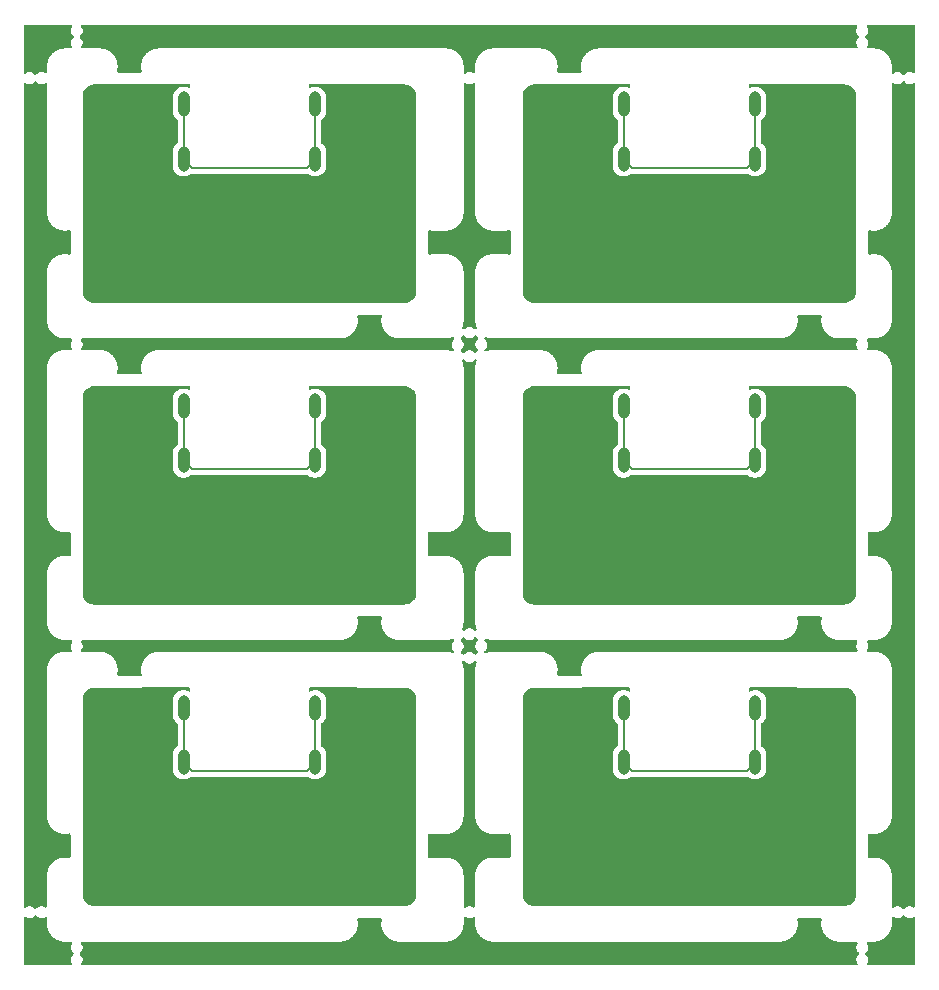
<source format=gbr>
%TF.GenerationSoftware,KiCad,Pcbnew,9.0.5*%
%TF.CreationDate,2025-11-22T18:02:39+08:00*%
%TF.ProjectId,tb2086-usb-c_panelized,74623230-3836-42d7-9573-622d635f7061,rev?*%
%TF.SameCoordinates,Original*%
%TF.FileFunction,Copper,L2,Bot*%
%TF.FilePolarity,Positive*%
%FSLAX46Y46*%
G04 Gerber Fmt 4.6, Leading zero omitted, Abs format (unit mm)*
G04 Created by KiCad (PCBNEW 9.0.5) date 2025-11-22 18:02:39*
%MOMM*%
%LPD*%
G01*
G04 APERTURE LIST*
%TA.AperFunction,ComponentPad*%
%ADD10C,0.800000*%
%TD*%
%TA.AperFunction,ComponentPad*%
%ADD11C,6.400000*%
%TD*%
%TA.AperFunction,ComponentPad*%
%ADD12O,1.016000X2.159000*%
%TD*%
%TA.AperFunction,ViaPad*%
%ADD13C,0.600000*%
%TD*%
%TA.AperFunction,Conductor*%
%ADD14C,0.200000*%
%TD*%
G04 APERTURE END LIST*
D10*
%TO.P,H2,1,1*%
%TO.N,Board_4-GND*%
X27225000Y-60399900D03*
X27927944Y-58702844D03*
X27927944Y-62096956D03*
X29625000Y-57999900D03*
D11*
X29625000Y-60399900D03*
D10*
X29625000Y-62799900D03*
X31322056Y-58702844D03*
X31322056Y-62096956D03*
X32025000Y-60399900D03*
%TD*%
%TO.P,H2,1,1*%
%TO.N,Board_1-GND*%
X64475000Y-9319900D03*
X65177944Y-7622844D03*
X65177944Y-11016956D03*
X66875000Y-6919900D03*
D11*
X66875000Y-9319900D03*
D10*
X66875000Y-11719900D03*
X68572056Y-7622844D03*
X68572056Y-11016956D03*
X69275000Y-9319900D03*
%TD*%
%TO.P,H2,1,1*%
%TO.N,Board_0-GND*%
X27225000Y-9319900D03*
X27927944Y-7622844D03*
X27927944Y-11016956D03*
X29625000Y-6919900D03*
D11*
X29625000Y-9319900D03*
D10*
X29625000Y-11719900D03*
X31322056Y-7622844D03*
X31322056Y-11016956D03*
X32025000Y-9319900D03*
%TD*%
D12*
%TO.P,USB1,S1,Shield*%
%TO.N,Board_5-Net-(USB1-Shield)*%
X62450000Y-62909800D03*
X62450000Y-58309800D03*
X51300000Y-62909800D03*
X51300000Y-58309800D03*
%TD*%
%TO.P,USB1,S1,Shield*%
%TO.N,Board_0-Net-(USB1-Shield)*%
X25200000Y-11829800D03*
X25200000Y-7229800D03*
X14050000Y-11829800D03*
X14050000Y-7229800D03*
%TD*%
D10*
%TO.P,H2,1,1*%
%TO.N,Board_5-GND*%
X64475000Y-60399900D03*
X65177944Y-58702844D03*
X65177944Y-62096956D03*
X66875000Y-57999900D03*
D11*
X66875000Y-60399900D03*
D10*
X66875000Y-62799900D03*
X68572056Y-58702844D03*
X68572056Y-62096956D03*
X69275000Y-60399900D03*
%TD*%
%TO.P,H1,1,1*%
%TO.N,Board_0-GND*%
X7225000Y-9319900D03*
X7927944Y-7622844D03*
X7927944Y-11016956D03*
X9625000Y-6919900D03*
D11*
X9625000Y-9319900D03*
D10*
X9625000Y-11719900D03*
X11322056Y-7622844D03*
X11322056Y-11016956D03*
X12025000Y-9319900D03*
%TD*%
%TO.P,H1,1,1*%
%TO.N,Board_3-GND*%
X44475000Y-34859900D03*
X45177944Y-33162844D03*
X45177944Y-36556956D03*
X46875000Y-32459900D03*
D11*
X46875000Y-34859900D03*
D10*
X46875000Y-37259900D03*
X48572056Y-33162844D03*
X48572056Y-36556956D03*
X49275000Y-34859900D03*
%TD*%
D12*
%TO.P,USB1,S1,Shield*%
%TO.N,Board_3-Net-(USB1-Shield)*%
X62450000Y-37369800D03*
X62450000Y-32769800D03*
X51300000Y-37369800D03*
X51300000Y-32769800D03*
%TD*%
D10*
%TO.P,H1,1,1*%
%TO.N,Board_2-GND*%
X7225000Y-34859900D03*
X7927944Y-33162844D03*
X7927944Y-36556956D03*
X9625000Y-32459900D03*
D11*
X9625000Y-34859900D03*
D10*
X9625000Y-37259900D03*
X11322056Y-33162844D03*
X11322056Y-36556956D03*
X12025000Y-34859900D03*
%TD*%
D12*
%TO.P,USB1,S1,Shield*%
%TO.N,Board_4-Net-(USB1-Shield)*%
X25200000Y-62909800D03*
X25200000Y-58309800D03*
X14050000Y-62909800D03*
X14050000Y-58309800D03*
%TD*%
D10*
%TO.P,H2,1,1*%
%TO.N,Board_2-GND*%
X27225000Y-34859900D03*
X27927944Y-33162844D03*
X27927944Y-36556956D03*
X29625000Y-32459900D03*
D11*
X29625000Y-34859900D03*
D10*
X29625000Y-37259900D03*
X31322056Y-33162844D03*
X31322056Y-36556956D03*
X32025000Y-34859900D03*
%TD*%
D12*
%TO.P,USB1,S1,Shield*%
%TO.N,Board_2-Net-(USB1-Shield)*%
X25200000Y-37369800D03*
X25200000Y-32769800D03*
X14050000Y-37369800D03*
X14050000Y-32769800D03*
%TD*%
D10*
%TO.P,H1,1,1*%
%TO.N,Board_5-GND*%
X44475000Y-60399900D03*
X45177944Y-58702844D03*
X45177944Y-62096956D03*
X46875000Y-57999900D03*
D11*
X46875000Y-60399900D03*
D10*
X46875000Y-62799900D03*
X48572056Y-58702844D03*
X48572056Y-62096956D03*
X49275000Y-60399900D03*
%TD*%
%TO.P,H1,1,1*%
%TO.N,Board_4-GND*%
X7225000Y-60399900D03*
X7927944Y-58702844D03*
X7927944Y-62096956D03*
X9625000Y-57999900D03*
D11*
X9625000Y-60399900D03*
D10*
X9625000Y-62799900D03*
X11322056Y-58702844D03*
X11322056Y-62096956D03*
X12025000Y-60399900D03*
%TD*%
D12*
%TO.P,USB1,S1,Shield*%
%TO.N,Board_1-Net-(USB1-Shield)*%
X62450000Y-11829800D03*
X62450000Y-7229800D03*
X51300000Y-11829800D03*
X51300000Y-7229800D03*
%TD*%
D10*
%TO.P,H1,1,1*%
%TO.N,Board_1-GND*%
X44475000Y-9319900D03*
X45177944Y-7622844D03*
X45177944Y-11016956D03*
X46875000Y-6919900D03*
D11*
X46875000Y-9319900D03*
D10*
X46875000Y-11719900D03*
X48572056Y-7622844D03*
X48572056Y-11016956D03*
X49275000Y-9319900D03*
%TD*%
%TO.P,H2,1,1*%
%TO.N,Board_3-GND*%
X64475000Y-34859900D03*
X65177944Y-33162844D03*
X65177944Y-36556956D03*
X66875000Y-32459900D03*
D11*
X66875000Y-34859900D03*
D10*
X66875000Y-37259900D03*
X68572056Y-33162844D03*
X68572056Y-36556956D03*
X69275000Y-34859900D03*
%TD*%
D13*
%TO.N,Board_0-GND*%
X27275000Y-16540000D03*
X25895000Y-19490000D03*
%TO.N,Board_1-GND*%
X63145000Y-19490000D03*
X64525000Y-16540000D03*
%TO.N,Board_2-GND*%
X27275000Y-42080000D03*
X25895000Y-45030000D03*
%TO.N,Board_3-GND*%
X64525000Y-42080000D03*
X63145000Y-45030000D03*
%TO.N,Board_4-GND*%
X27275000Y-67620000D03*
X25895000Y-70570000D03*
%TO.N,Board_5-GND*%
X63145000Y-70570000D03*
X64525000Y-67620000D03*
%TD*%
D14*
%TO.N,Board_0-Net-(USB1-Shield)*%
X14785800Y-12605600D02*
X24464200Y-12605600D01*
X25200000Y-7269800D02*
X25200000Y-11869800D01*
X24464200Y-12605600D02*
X25200000Y-11869800D01*
X14050000Y-7269800D02*
X14050000Y-11869800D01*
X14050000Y-11869800D02*
X14785800Y-12605600D01*
%TO.N,Board_1-Net-(USB1-Shield)*%
X52035800Y-12605600D02*
X61714200Y-12605600D01*
X61714200Y-12605600D02*
X62450000Y-11869800D01*
X51300000Y-11869800D02*
X52035800Y-12605600D01*
X51300000Y-7269800D02*
X51300000Y-11869800D01*
X62450000Y-7269800D02*
X62450000Y-11869800D01*
%TO.N,Board_2-Net-(USB1-Shield)*%
X24464200Y-38145600D02*
X25200000Y-37409800D01*
X14050000Y-37409800D02*
X14785800Y-38145600D01*
X25200000Y-32809800D02*
X25200000Y-37409800D01*
X14050000Y-32809800D02*
X14050000Y-37409800D01*
X14785800Y-38145600D02*
X24464200Y-38145600D01*
%TO.N,Board_3-Net-(USB1-Shield)*%
X61714200Y-38145600D02*
X62450000Y-37409800D01*
X62450000Y-32809800D02*
X62450000Y-37409800D01*
X52035800Y-38145600D02*
X61714200Y-38145600D01*
X51300000Y-32809800D02*
X51300000Y-37409800D01*
X51300000Y-37409800D02*
X52035800Y-38145600D01*
%TO.N,Board_4-Net-(USB1-Shield)*%
X24464200Y-63685600D02*
X25200000Y-62949800D01*
X14785800Y-63685600D02*
X24464200Y-63685600D01*
X14050000Y-62949800D02*
X14785800Y-63685600D01*
X25200000Y-58349800D02*
X25200000Y-62949800D01*
X14050000Y-58349800D02*
X14050000Y-62949800D01*
%TO.N,Board_5-Net-(USB1-Shield)*%
X61714200Y-63685600D02*
X62450000Y-62949800D01*
X62450000Y-58349800D02*
X62450000Y-62949800D01*
X52035800Y-63685600D02*
X61714200Y-63685600D01*
X51300000Y-58349800D02*
X51300000Y-62949800D01*
X51300000Y-62949800D02*
X52035800Y-63685600D01*
%TD*%
%TA.AperFunction,Conductor*%
%TO.N,Board_3-GND*%
G36*
X69933533Y-31080346D02*
G01*
X69934108Y-31080500D01*
X69997972Y-31080500D01*
X70002127Y-31080686D01*
X70169303Y-31095312D01*
X70177699Y-31096793D01*
X70337708Y-31139667D01*
X70345731Y-31142587D01*
X70495873Y-31212600D01*
X70503256Y-31216863D01*
X70607421Y-31289800D01*
X70638953Y-31311879D01*
X70645496Y-31317369D01*
X70762630Y-31434503D01*
X70768120Y-31441046D01*
X70863134Y-31576740D01*
X70867401Y-31584130D01*
X70899012Y-31651920D01*
X70937411Y-31734266D01*
X70940332Y-31742292D01*
X70983204Y-31902293D01*
X70984688Y-31910704D01*
X70999314Y-32077874D01*
X70999500Y-32082145D01*
X70999500Y-48577754D01*
X70999314Y-48582025D01*
X70984688Y-48749195D01*
X70983204Y-48757606D01*
X70940332Y-48917607D01*
X70937411Y-48925633D01*
X70867403Y-49075766D01*
X70863132Y-49083163D01*
X70768120Y-49218853D01*
X70762630Y-49225396D01*
X70645496Y-49342530D01*
X70638953Y-49348020D01*
X70503263Y-49443032D01*
X70495866Y-49447303D01*
X70345733Y-49517311D01*
X70337707Y-49520232D01*
X70177706Y-49563104D01*
X70169295Y-49564588D01*
X70002126Y-49579214D01*
X69997855Y-49579400D01*
X69934106Y-49579400D01*
X43752141Y-49579498D01*
X43747871Y-49579312D01*
X43580705Y-49564688D01*
X43572293Y-49563204D01*
X43412292Y-49520332D01*
X43404266Y-49517411D01*
X43295295Y-49466597D01*
X43254130Y-49447401D01*
X43246740Y-49443134D01*
X43111046Y-49348120D01*
X43104503Y-49342630D01*
X42987369Y-49225496D01*
X42981879Y-49218953D01*
X42981809Y-49218853D01*
X42886863Y-49083256D01*
X42882600Y-49075873D01*
X42812587Y-48925731D01*
X42809667Y-48917707D01*
X42809640Y-48917607D01*
X42766793Y-48757699D01*
X42765312Y-48749301D01*
X42750686Y-48582124D01*
X42750500Y-48577854D01*
X42750500Y-32082145D01*
X42750686Y-32077875D01*
X42756265Y-32014108D01*
X42765312Y-31910696D01*
X42766793Y-31902302D01*
X42809668Y-31742287D01*
X42812585Y-31734272D01*
X42882602Y-31584121D01*
X42886859Y-31576748D01*
X42981884Y-31441039D01*
X42987363Y-31434509D01*
X43104509Y-31317363D01*
X43111039Y-31311884D01*
X43246748Y-31216859D01*
X43254121Y-31212602D01*
X43404272Y-31142585D01*
X43412287Y-31139668D01*
X43572302Y-31096793D01*
X43580694Y-31095312D01*
X43747873Y-31080686D01*
X43752027Y-31080500D01*
X43815892Y-31080500D01*
X43816466Y-31080346D01*
X51773787Y-31061793D01*
X51808467Y-31076064D01*
X51822900Y-31110679D01*
X51822900Y-31363375D01*
X51808548Y-31398023D01*
X51773900Y-31412375D01*
X51746678Y-31404117D01*
X51730336Y-31393198D01*
X51730334Y-31393197D01*
X51565003Y-31324714D01*
X51564997Y-31324712D01*
X51494215Y-31310633D01*
X51389479Y-31289800D01*
X51210521Y-31289800D01*
X51123161Y-31307176D01*
X51035002Y-31324712D01*
X51034996Y-31324714D01*
X50869667Y-31393196D01*
X50720865Y-31492621D01*
X50594321Y-31619165D01*
X50494896Y-31767967D01*
X50426414Y-31933296D01*
X50426412Y-31933302D01*
X50410339Y-32014108D01*
X50391500Y-32108821D01*
X50391500Y-33430779D01*
X50426413Y-33606300D01*
X50494898Y-33771636D01*
X50561478Y-33871280D01*
X50594321Y-33920434D01*
X50720865Y-34046978D01*
X50777723Y-34084969D01*
X50798558Y-34116151D01*
X50799500Y-34125711D01*
X50799500Y-36013888D01*
X50785148Y-36048536D01*
X50777723Y-36054630D01*
X50720864Y-36092622D01*
X50594321Y-36219165D01*
X50494896Y-36367967D01*
X50426414Y-36533296D01*
X50426412Y-36533302D01*
X50408876Y-36621461D01*
X50391500Y-36708821D01*
X50391500Y-38030779D01*
X50426413Y-38206300D01*
X50494898Y-38371636D01*
X50594322Y-38520435D01*
X50720865Y-38646978D01*
X50869664Y-38746402D01*
X51035000Y-38814887D01*
X51210521Y-38849800D01*
X51210524Y-38849800D01*
X51389476Y-38849800D01*
X51389479Y-38849800D01*
X51565000Y-38814887D01*
X51730336Y-38746402D01*
X51879135Y-38646978D01*
X51879138Y-38646975D01*
X51881000Y-38645448D01*
X51881513Y-38646073D01*
X51913638Y-38632755D01*
X51926333Y-38634424D01*
X51944600Y-38639319D01*
X51969905Y-38646100D01*
X51969907Y-38646100D01*
X61780094Y-38646100D01*
X61810830Y-38637863D01*
X61823663Y-38634425D01*
X61860845Y-38639319D01*
X61868941Y-38645532D01*
X61869007Y-38645453D01*
X61870862Y-38646975D01*
X61870865Y-38646978D01*
X62019664Y-38746402D01*
X62185000Y-38814887D01*
X62360521Y-38849800D01*
X62360524Y-38849800D01*
X62539476Y-38849800D01*
X62539479Y-38849800D01*
X62715000Y-38814887D01*
X62880336Y-38746402D01*
X63029135Y-38646978D01*
X63155678Y-38520435D01*
X63255102Y-38371636D01*
X63323587Y-38206300D01*
X63358500Y-38030779D01*
X63358500Y-36708821D01*
X63323587Y-36533300D01*
X63255102Y-36367964D01*
X63155678Y-36219165D01*
X63029135Y-36092622D01*
X62972277Y-36054630D01*
X62951441Y-36023447D01*
X62950500Y-36013888D01*
X62950500Y-34125711D01*
X62964852Y-34091063D01*
X62972277Y-34084969D01*
X62972901Y-34084552D01*
X63029135Y-34046978D01*
X63155678Y-33920435D01*
X63255102Y-33771636D01*
X63323587Y-33606300D01*
X63358500Y-33430779D01*
X63358500Y-32108821D01*
X63323587Y-31933300D01*
X63255102Y-31767964D01*
X63155678Y-31619165D01*
X63029135Y-31492622D01*
X62880336Y-31393198D01*
X62880333Y-31393196D01*
X62880332Y-31393196D01*
X62715003Y-31324714D01*
X62714997Y-31324712D01*
X62644215Y-31310633D01*
X62539479Y-31289800D01*
X62360521Y-31289800D01*
X62273161Y-31307176D01*
X62185002Y-31324712D01*
X62184996Y-31324714D01*
X62019665Y-31393197D01*
X62019663Y-31393198D01*
X62003322Y-31404117D01*
X61966540Y-31411433D01*
X61935358Y-31390597D01*
X61927100Y-31363375D01*
X61927100Y-31110793D01*
X61941452Y-31076145D01*
X61976099Y-31061793D01*
X69933533Y-31080346D01*
G37*
%TD.AperFunction*%
%TD*%
%TA.AperFunction,Conductor*%
%TO.N,Board_0-GND*%
G36*
X32683533Y-5540346D02*
G01*
X32684108Y-5540500D01*
X32747972Y-5540500D01*
X32752127Y-5540686D01*
X32919303Y-5555312D01*
X32927699Y-5556793D01*
X33087708Y-5599667D01*
X33095731Y-5602587D01*
X33245873Y-5672600D01*
X33253256Y-5676863D01*
X33357421Y-5749800D01*
X33388953Y-5771879D01*
X33395496Y-5777369D01*
X33512630Y-5894503D01*
X33518120Y-5901046D01*
X33613134Y-6036740D01*
X33617401Y-6044130D01*
X33649012Y-6111920D01*
X33687411Y-6194266D01*
X33690332Y-6202292D01*
X33733204Y-6362293D01*
X33734688Y-6370704D01*
X33749314Y-6537874D01*
X33749500Y-6542145D01*
X33749500Y-23037754D01*
X33749314Y-23042025D01*
X33734688Y-23209195D01*
X33733204Y-23217606D01*
X33690332Y-23377607D01*
X33687411Y-23385633D01*
X33617403Y-23535766D01*
X33613132Y-23543163D01*
X33518120Y-23678853D01*
X33512630Y-23685396D01*
X33395496Y-23802530D01*
X33388953Y-23808020D01*
X33253263Y-23903032D01*
X33245866Y-23907303D01*
X33095733Y-23977311D01*
X33087707Y-23980232D01*
X32927706Y-24023104D01*
X32919295Y-24024588D01*
X32752126Y-24039214D01*
X32747855Y-24039400D01*
X32684106Y-24039400D01*
X6502141Y-24039498D01*
X6497871Y-24039312D01*
X6330705Y-24024688D01*
X6322293Y-24023204D01*
X6162292Y-23980332D01*
X6154266Y-23977411D01*
X6045295Y-23926597D01*
X6004130Y-23907401D01*
X5996740Y-23903134D01*
X5861046Y-23808120D01*
X5854503Y-23802630D01*
X5737369Y-23685496D01*
X5731879Y-23678953D01*
X5731809Y-23678853D01*
X5636863Y-23543256D01*
X5632600Y-23535873D01*
X5562587Y-23385731D01*
X5559667Y-23377707D01*
X5559640Y-23377607D01*
X5516793Y-23217699D01*
X5515312Y-23209301D01*
X5500686Y-23042124D01*
X5500500Y-23037854D01*
X5500500Y-6542145D01*
X5500686Y-6537875D01*
X5506265Y-6474108D01*
X5515312Y-6370696D01*
X5516793Y-6362302D01*
X5559668Y-6202287D01*
X5562585Y-6194272D01*
X5632602Y-6044121D01*
X5636859Y-6036748D01*
X5731884Y-5901039D01*
X5737363Y-5894509D01*
X5854509Y-5777363D01*
X5861039Y-5771884D01*
X5996748Y-5676859D01*
X6004121Y-5672602D01*
X6154272Y-5602585D01*
X6162287Y-5599668D01*
X6322302Y-5556793D01*
X6330694Y-5555312D01*
X6497873Y-5540686D01*
X6502027Y-5540500D01*
X6565892Y-5540500D01*
X6566466Y-5540346D01*
X14523787Y-5521793D01*
X14558467Y-5536064D01*
X14572900Y-5570679D01*
X14572900Y-5823375D01*
X14558548Y-5858023D01*
X14523900Y-5872375D01*
X14496678Y-5864117D01*
X14480336Y-5853198D01*
X14480334Y-5853197D01*
X14315003Y-5784714D01*
X14314997Y-5784712D01*
X14244215Y-5770633D01*
X14139479Y-5749800D01*
X13960521Y-5749800D01*
X13873161Y-5767176D01*
X13785002Y-5784712D01*
X13784996Y-5784714D01*
X13619667Y-5853196D01*
X13470865Y-5952621D01*
X13344321Y-6079165D01*
X13244896Y-6227967D01*
X13176414Y-6393296D01*
X13176412Y-6393302D01*
X13160339Y-6474108D01*
X13141500Y-6568821D01*
X13141500Y-7890779D01*
X13176413Y-8066300D01*
X13244898Y-8231636D01*
X13311478Y-8331280D01*
X13344321Y-8380434D01*
X13470865Y-8506978D01*
X13527723Y-8544969D01*
X13548558Y-8576151D01*
X13549500Y-8585711D01*
X13549500Y-10473888D01*
X13535148Y-10508536D01*
X13527723Y-10514630D01*
X13470864Y-10552622D01*
X13344321Y-10679165D01*
X13244896Y-10827967D01*
X13176414Y-10993296D01*
X13176412Y-10993302D01*
X13158876Y-11081461D01*
X13141500Y-11168821D01*
X13141500Y-12490779D01*
X13176413Y-12666300D01*
X13244898Y-12831636D01*
X13344322Y-12980435D01*
X13470865Y-13106978D01*
X13619664Y-13206402D01*
X13785000Y-13274887D01*
X13960521Y-13309800D01*
X13960524Y-13309800D01*
X14139476Y-13309800D01*
X14139479Y-13309800D01*
X14315000Y-13274887D01*
X14480336Y-13206402D01*
X14629135Y-13106978D01*
X14629138Y-13106975D01*
X14631000Y-13105448D01*
X14631513Y-13106073D01*
X14663638Y-13092755D01*
X14676333Y-13094424D01*
X14694600Y-13099319D01*
X14719905Y-13106100D01*
X14719907Y-13106100D01*
X24530094Y-13106100D01*
X24560830Y-13097863D01*
X24573663Y-13094425D01*
X24610845Y-13099319D01*
X24618941Y-13105532D01*
X24619007Y-13105453D01*
X24620862Y-13106975D01*
X24620865Y-13106978D01*
X24769664Y-13206402D01*
X24935000Y-13274887D01*
X25110521Y-13309800D01*
X25110524Y-13309800D01*
X25289476Y-13309800D01*
X25289479Y-13309800D01*
X25465000Y-13274887D01*
X25630336Y-13206402D01*
X25779135Y-13106978D01*
X25905678Y-12980435D01*
X26005102Y-12831636D01*
X26073587Y-12666300D01*
X26108500Y-12490779D01*
X26108500Y-11168821D01*
X26073587Y-10993300D01*
X26005102Y-10827964D01*
X25905678Y-10679165D01*
X25779135Y-10552622D01*
X25722277Y-10514630D01*
X25701441Y-10483447D01*
X25700500Y-10473888D01*
X25700500Y-8585711D01*
X25714852Y-8551063D01*
X25722277Y-8544969D01*
X25722901Y-8544552D01*
X25779135Y-8506978D01*
X25905678Y-8380435D01*
X26005102Y-8231636D01*
X26073587Y-8066300D01*
X26108500Y-7890779D01*
X26108500Y-6568821D01*
X26073587Y-6393300D01*
X26005102Y-6227964D01*
X25905678Y-6079165D01*
X25779135Y-5952622D01*
X25630336Y-5853198D01*
X25630333Y-5853196D01*
X25630332Y-5853196D01*
X25465003Y-5784714D01*
X25464997Y-5784712D01*
X25394215Y-5770633D01*
X25289479Y-5749800D01*
X25110521Y-5749800D01*
X25023161Y-5767176D01*
X24935002Y-5784712D01*
X24934996Y-5784714D01*
X24769665Y-5853197D01*
X24769663Y-5853198D01*
X24753322Y-5864117D01*
X24716540Y-5871433D01*
X24685358Y-5850597D01*
X24677100Y-5823375D01*
X24677100Y-5570793D01*
X24691452Y-5536145D01*
X24726099Y-5521793D01*
X32683533Y-5540346D01*
G37*
%TD.AperFunction*%
%TD*%
%TA.AperFunction,Conductor*%
%TO.N,Board_4-GND*%
G36*
X32683533Y-56620346D02*
G01*
X32684108Y-56620500D01*
X32747972Y-56620500D01*
X32752127Y-56620686D01*
X32919303Y-56635312D01*
X32927699Y-56636793D01*
X33087708Y-56679667D01*
X33095731Y-56682587D01*
X33245873Y-56752600D01*
X33253256Y-56756863D01*
X33357421Y-56829800D01*
X33388953Y-56851879D01*
X33395496Y-56857369D01*
X33512630Y-56974503D01*
X33518120Y-56981046D01*
X33613134Y-57116740D01*
X33617401Y-57124130D01*
X33649012Y-57191920D01*
X33687411Y-57274266D01*
X33690332Y-57282292D01*
X33733204Y-57442293D01*
X33734688Y-57450704D01*
X33749314Y-57617874D01*
X33749500Y-57622145D01*
X33749500Y-74117754D01*
X33749314Y-74122025D01*
X33734688Y-74289195D01*
X33733204Y-74297606D01*
X33690332Y-74457607D01*
X33687411Y-74465633D01*
X33617403Y-74615766D01*
X33613132Y-74623163D01*
X33518120Y-74758853D01*
X33512630Y-74765396D01*
X33395496Y-74882530D01*
X33388953Y-74888020D01*
X33253263Y-74983032D01*
X33245866Y-74987303D01*
X33095733Y-75057311D01*
X33087707Y-75060232D01*
X32927706Y-75103104D01*
X32919295Y-75104588D01*
X32752126Y-75119214D01*
X32747855Y-75119400D01*
X32684106Y-75119400D01*
X6502141Y-75119498D01*
X6497871Y-75119312D01*
X6330705Y-75104688D01*
X6322293Y-75103204D01*
X6162292Y-75060332D01*
X6154266Y-75057411D01*
X6045295Y-75006597D01*
X6004130Y-74987401D01*
X5996740Y-74983134D01*
X5861046Y-74888120D01*
X5854503Y-74882630D01*
X5737369Y-74765496D01*
X5731879Y-74758953D01*
X5731809Y-74758853D01*
X5636863Y-74623256D01*
X5632600Y-74615873D01*
X5562587Y-74465731D01*
X5559667Y-74457707D01*
X5559640Y-74457607D01*
X5516793Y-74297699D01*
X5515312Y-74289301D01*
X5500686Y-74122124D01*
X5500500Y-74117854D01*
X5500500Y-57622145D01*
X5500686Y-57617875D01*
X5506265Y-57554108D01*
X5515312Y-57450696D01*
X5516793Y-57442302D01*
X5559668Y-57282287D01*
X5562585Y-57274272D01*
X5632602Y-57124121D01*
X5636859Y-57116748D01*
X5731884Y-56981039D01*
X5737363Y-56974509D01*
X5854509Y-56857363D01*
X5861039Y-56851884D01*
X5996748Y-56756859D01*
X6004121Y-56752602D01*
X6154272Y-56682585D01*
X6162287Y-56679668D01*
X6322302Y-56636793D01*
X6330694Y-56635312D01*
X6497873Y-56620686D01*
X6502027Y-56620500D01*
X6565892Y-56620500D01*
X6566466Y-56620346D01*
X14523787Y-56601793D01*
X14558467Y-56616064D01*
X14572900Y-56650679D01*
X14572900Y-56903375D01*
X14558548Y-56938023D01*
X14523900Y-56952375D01*
X14496678Y-56944117D01*
X14480336Y-56933198D01*
X14480334Y-56933197D01*
X14315003Y-56864714D01*
X14314997Y-56864712D01*
X14244215Y-56850633D01*
X14139479Y-56829800D01*
X13960521Y-56829800D01*
X13873161Y-56847176D01*
X13785002Y-56864712D01*
X13784996Y-56864714D01*
X13619667Y-56933196D01*
X13470865Y-57032621D01*
X13344321Y-57159165D01*
X13244896Y-57307967D01*
X13176414Y-57473296D01*
X13176412Y-57473302D01*
X13160339Y-57554108D01*
X13141500Y-57648821D01*
X13141500Y-58970779D01*
X13176413Y-59146300D01*
X13244898Y-59311636D01*
X13311478Y-59411280D01*
X13344321Y-59460434D01*
X13470865Y-59586978D01*
X13527723Y-59624969D01*
X13548558Y-59656151D01*
X13549500Y-59665711D01*
X13549500Y-61553888D01*
X13535148Y-61588536D01*
X13527723Y-61594630D01*
X13470864Y-61632622D01*
X13344321Y-61759165D01*
X13244896Y-61907967D01*
X13176414Y-62073296D01*
X13176412Y-62073302D01*
X13158876Y-62161461D01*
X13141500Y-62248821D01*
X13141500Y-63570779D01*
X13176413Y-63746300D01*
X13244898Y-63911636D01*
X13344322Y-64060435D01*
X13470865Y-64186978D01*
X13619664Y-64286402D01*
X13785000Y-64354887D01*
X13960521Y-64389800D01*
X13960524Y-64389800D01*
X14139476Y-64389800D01*
X14139479Y-64389800D01*
X14315000Y-64354887D01*
X14480336Y-64286402D01*
X14629135Y-64186978D01*
X14629138Y-64186975D01*
X14631000Y-64185448D01*
X14631513Y-64186073D01*
X14663638Y-64172755D01*
X14676333Y-64174424D01*
X14694600Y-64179319D01*
X14719905Y-64186100D01*
X14719907Y-64186100D01*
X24530094Y-64186100D01*
X24560830Y-64177863D01*
X24573663Y-64174425D01*
X24610845Y-64179319D01*
X24618941Y-64185532D01*
X24619007Y-64185453D01*
X24620862Y-64186975D01*
X24620865Y-64186978D01*
X24769664Y-64286402D01*
X24935000Y-64354887D01*
X25110521Y-64389800D01*
X25110524Y-64389800D01*
X25289476Y-64389800D01*
X25289479Y-64389800D01*
X25465000Y-64354887D01*
X25630336Y-64286402D01*
X25779135Y-64186978D01*
X25905678Y-64060435D01*
X26005102Y-63911636D01*
X26073587Y-63746300D01*
X26108500Y-63570779D01*
X26108500Y-62248821D01*
X26073587Y-62073300D01*
X26005102Y-61907964D01*
X25905678Y-61759165D01*
X25779135Y-61632622D01*
X25722277Y-61594630D01*
X25701441Y-61563447D01*
X25700500Y-61553888D01*
X25700500Y-59665711D01*
X25714852Y-59631063D01*
X25722277Y-59624969D01*
X25722901Y-59624552D01*
X25779135Y-59586978D01*
X25905678Y-59460435D01*
X26005102Y-59311636D01*
X26073587Y-59146300D01*
X26108500Y-58970779D01*
X26108500Y-57648821D01*
X26073587Y-57473300D01*
X26005102Y-57307964D01*
X25905678Y-57159165D01*
X25779135Y-57032622D01*
X25630336Y-56933198D01*
X25630333Y-56933196D01*
X25630332Y-56933196D01*
X25465003Y-56864714D01*
X25464997Y-56864712D01*
X25394215Y-56850633D01*
X25289479Y-56829800D01*
X25110521Y-56829800D01*
X25023161Y-56847176D01*
X24935002Y-56864712D01*
X24934996Y-56864714D01*
X24769665Y-56933197D01*
X24769663Y-56933198D01*
X24753322Y-56944117D01*
X24716540Y-56951433D01*
X24685358Y-56930597D01*
X24677100Y-56903375D01*
X24677100Y-56650793D01*
X24691452Y-56616145D01*
X24726099Y-56601793D01*
X32683533Y-56620346D01*
G37*
%TD.AperFunction*%
%TD*%
%TA.AperFunction,Conductor*%
%TO.N,Board_2-GND*%
G36*
X32683533Y-31080346D02*
G01*
X32684108Y-31080500D01*
X32747972Y-31080500D01*
X32752127Y-31080686D01*
X32919303Y-31095312D01*
X32927699Y-31096793D01*
X33087708Y-31139667D01*
X33095731Y-31142587D01*
X33245873Y-31212600D01*
X33253256Y-31216863D01*
X33357421Y-31289800D01*
X33388953Y-31311879D01*
X33395496Y-31317369D01*
X33512630Y-31434503D01*
X33518120Y-31441046D01*
X33613134Y-31576740D01*
X33617401Y-31584130D01*
X33649012Y-31651920D01*
X33687411Y-31734266D01*
X33690332Y-31742292D01*
X33733204Y-31902293D01*
X33734688Y-31910704D01*
X33749314Y-32077874D01*
X33749500Y-32082145D01*
X33749500Y-48577754D01*
X33749314Y-48582025D01*
X33734688Y-48749195D01*
X33733204Y-48757606D01*
X33690332Y-48917607D01*
X33687411Y-48925633D01*
X33617403Y-49075766D01*
X33613132Y-49083163D01*
X33518120Y-49218853D01*
X33512630Y-49225396D01*
X33395496Y-49342530D01*
X33388953Y-49348020D01*
X33253263Y-49443032D01*
X33245866Y-49447303D01*
X33095733Y-49517311D01*
X33087707Y-49520232D01*
X32927706Y-49563104D01*
X32919295Y-49564588D01*
X32752126Y-49579214D01*
X32747855Y-49579400D01*
X32684106Y-49579400D01*
X6502141Y-49579498D01*
X6497871Y-49579312D01*
X6330705Y-49564688D01*
X6322293Y-49563204D01*
X6162292Y-49520332D01*
X6154266Y-49517411D01*
X6045295Y-49466597D01*
X6004130Y-49447401D01*
X5996740Y-49443134D01*
X5861046Y-49348120D01*
X5854503Y-49342630D01*
X5737369Y-49225496D01*
X5731879Y-49218953D01*
X5731809Y-49218853D01*
X5636863Y-49083256D01*
X5632600Y-49075873D01*
X5562587Y-48925731D01*
X5559667Y-48917707D01*
X5559640Y-48917607D01*
X5516793Y-48757699D01*
X5515312Y-48749301D01*
X5500686Y-48582124D01*
X5500500Y-48577854D01*
X5500500Y-32082145D01*
X5500686Y-32077875D01*
X5506265Y-32014108D01*
X5515312Y-31910696D01*
X5516793Y-31902302D01*
X5559668Y-31742287D01*
X5562585Y-31734272D01*
X5632602Y-31584121D01*
X5636859Y-31576748D01*
X5731884Y-31441039D01*
X5737363Y-31434509D01*
X5854509Y-31317363D01*
X5861039Y-31311884D01*
X5996748Y-31216859D01*
X6004121Y-31212602D01*
X6154272Y-31142585D01*
X6162287Y-31139668D01*
X6322302Y-31096793D01*
X6330694Y-31095312D01*
X6497873Y-31080686D01*
X6502027Y-31080500D01*
X6565892Y-31080500D01*
X6566466Y-31080346D01*
X14523787Y-31061793D01*
X14558467Y-31076064D01*
X14572900Y-31110679D01*
X14572900Y-31363375D01*
X14558548Y-31398023D01*
X14523900Y-31412375D01*
X14496678Y-31404117D01*
X14480336Y-31393198D01*
X14480334Y-31393197D01*
X14315003Y-31324714D01*
X14314997Y-31324712D01*
X14244215Y-31310633D01*
X14139479Y-31289800D01*
X13960521Y-31289800D01*
X13873161Y-31307176D01*
X13785002Y-31324712D01*
X13784996Y-31324714D01*
X13619667Y-31393196D01*
X13470865Y-31492621D01*
X13344321Y-31619165D01*
X13244896Y-31767967D01*
X13176414Y-31933296D01*
X13176412Y-31933302D01*
X13160339Y-32014108D01*
X13141500Y-32108821D01*
X13141500Y-33430779D01*
X13176413Y-33606300D01*
X13244898Y-33771636D01*
X13311478Y-33871280D01*
X13344321Y-33920434D01*
X13470865Y-34046978D01*
X13527723Y-34084969D01*
X13548558Y-34116151D01*
X13549500Y-34125711D01*
X13549500Y-36013888D01*
X13535148Y-36048536D01*
X13527723Y-36054630D01*
X13470864Y-36092622D01*
X13344321Y-36219165D01*
X13244896Y-36367967D01*
X13176414Y-36533296D01*
X13176412Y-36533302D01*
X13158876Y-36621461D01*
X13141500Y-36708821D01*
X13141500Y-38030779D01*
X13176413Y-38206300D01*
X13244898Y-38371636D01*
X13344322Y-38520435D01*
X13470865Y-38646978D01*
X13619664Y-38746402D01*
X13785000Y-38814887D01*
X13960521Y-38849800D01*
X13960524Y-38849800D01*
X14139476Y-38849800D01*
X14139479Y-38849800D01*
X14315000Y-38814887D01*
X14480336Y-38746402D01*
X14629135Y-38646978D01*
X14629138Y-38646975D01*
X14631000Y-38645448D01*
X14631513Y-38646073D01*
X14663638Y-38632755D01*
X14676333Y-38634424D01*
X14694600Y-38639319D01*
X14719905Y-38646100D01*
X14719907Y-38646100D01*
X24530094Y-38646100D01*
X24560830Y-38637863D01*
X24573663Y-38634425D01*
X24610845Y-38639319D01*
X24618941Y-38645532D01*
X24619007Y-38645453D01*
X24620862Y-38646975D01*
X24620865Y-38646978D01*
X24769664Y-38746402D01*
X24935000Y-38814887D01*
X25110521Y-38849800D01*
X25110524Y-38849800D01*
X25289476Y-38849800D01*
X25289479Y-38849800D01*
X25465000Y-38814887D01*
X25630336Y-38746402D01*
X25779135Y-38646978D01*
X25905678Y-38520435D01*
X26005102Y-38371636D01*
X26073587Y-38206300D01*
X26108500Y-38030779D01*
X26108500Y-36708821D01*
X26073587Y-36533300D01*
X26005102Y-36367964D01*
X25905678Y-36219165D01*
X25779135Y-36092622D01*
X25722277Y-36054630D01*
X25701441Y-36023447D01*
X25700500Y-36013888D01*
X25700500Y-34125711D01*
X25714852Y-34091063D01*
X25722277Y-34084969D01*
X25722901Y-34084552D01*
X25779135Y-34046978D01*
X25905678Y-33920435D01*
X26005102Y-33771636D01*
X26073587Y-33606300D01*
X26108500Y-33430779D01*
X26108500Y-32108821D01*
X26073587Y-31933300D01*
X26005102Y-31767964D01*
X25905678Y-31619165D01*
X25779135Y-31492622D01*
X25630336Y-31393198D01*
X25630333Y-31393196D01*
X25630332Y-31393196D01*
X25465003Y-31324714D01*
X25464997Y-31324712D01*
X25394215Y-31310633D01*
X25289479Y-31289800D01*
X25110521Y-31289800D01*
X25023161Y-31307176D01*
X24935002Y-31324712D01*
X24934996Y-31324714D01*
X24769665Y-31393197D01*
X24769663Y-31393198D01*
X24753322Y-31404117D01*
X24716540Y-31411433D01*
X24685358Y-31390597D01*
X24677100Y-31363375D01*
X24677100Y-31110793D01*
X24691452Y-31076145D01*
X24726099Y-31061793D01*
X32683533Y-31080346D01*
G37*
%TD.AperFunction*%
%TD*%
%TA.AperFunction,Conductor*%
%TO.N,Board_1-GND*%
G36*
X69933533Y-5540346D02*
G01*
X69934108Y-5540500D01*
X69997972Y-5540500D01*
X70002127Y-5540686D01*
X70169303Y-5555312D01*
X70177699Y-5556793D01*
X70337708Y-5599667D01*
X70345731Y-5602587D01*
X70495873Y-5672600D01*
X70503256Y-5676863D01*
X70607421Y-5749800D01*
X70638953Y-5771879D01*
X70645496Y-5777369D01*
X70762630Y-5894503D01*
X70768120Y-5901046D01*
X70863134Y-6036740D01*
X70867401Y-6044130D01*
X70899012Y-6111920D01*
X70937411Y-6194266D01*
X70940332Y-6202292D01*
X70983204Y-6362293D01*
X70984688Y-6370704D01*
X70999314Y-6537874D01*
X70999500Y-6542145D01*
X70999500Y-23037754D01*
X70999314Y-23042025D01*
X70984688Y-23209195D01*
X70983204Y-23217606D01*
X70940332Y-23377607D01*
X70937411Y-23385633D01*
X70867403Y-23535766D01*
X70863132Y-23543163D01*
X70768120Y-23678853D01*
X70762630Y-23685396D01*
X70645496Y-23802530D01*
X70638953Y-23808020D01*
X70503263Y-23903032D01*
X70495866Y-23907303D01*
X70345733Y-23977311D01*
X70337707Y-23980232D01*
X70177706Y-24023104D01*
X70169295Y-24024588D01*
X70002126Y-24039214D01*
X69997855Y-24039400D01*
X69934106Y-24039400D01*
X43752141Y-24039498D01*
X43747871Y-24039312D01*
X43580705Y-24024688D01*
X43572293Y-24023204D01*
X43412292Y-23980332D01*
X43404266Y-23977411D01*
X43295295Y-23926597D01*
X43254130Y-23907401D01*
X43246740Y-23903134D01*
X43111046Y-23808120D01*
X43104503Y-23802630D01*
X42987369Y-23685496D01*
X42981879Y-23678953D01*
X42981809Y-23678853D01*
X42886863Y-23543256D01*
X42882600Y-23535873D01*
X42812587Y-23385731D01*
X42809667Y-23377707D01*
X42809640Y-23377607D01*
X42766793Y-23217699D01*
X42765312Y-23209301D01*
X42750686Y-23042124D01*
X42750500Y-23037854D01*
X42750500Y-6542145D01*
X42750686Y-6537875D01*
X42756265Y-6474108D01*
X42765312Y-6370696D01*
X42766793Y-6362302D01*
X42809668Y-6202287D01*
X42812585Y-6194272D01*
X42882602Y-6044121D01*
X42886859Y-6036748D01*
X42981884Y-5901039D01*
X42987363Y-5894509D01*
X43104509Y-5777363D01*
X43111039Y-5771884D01*
X43246748Y-5676859D01*
X43254121Y-5672602D01*
X43404272Y-5602585D01*
X43412287Y-5599668D01*
X43572302Y-5556793D01*
X43580694Y-5555312D01*
X43747873Y-5540686D01*
X43752027Y-5540500D01*
X43815892Y-5540500D01*
X43816466Y-5540346D01*
X51773787Y-5521793D01*
X51808467Y-5536064D01*
X51822900Y-5570679D01*
X51822900Y-5823375D01*
X51808548Y-5858023D01*
X51773900Y-5872375D01*
X51746678Y-5864117D01*
X51730336Y-5853198D01*
X51730334Y-5853197D01*
X51565003Y-5784714D01*
X51564997Y-5784712D01*
X51494215Y-5770633D01*
X51389479Y-5749800D01*
X51210521Y-5749800D01*
X51123161Y-5767176D01*
X51035002Y-5784712D01*
X51034996Y-5784714D01*
X50869667Y-5853196D01*
X50720865Y-5952621D01*
X50594321Y-6079165D01*
X50494896Y-6227967D01*
X50426414Y-6393296D01*
X50426412Y-6393302D01*
X50410339Y-6474108D01*
X50391500Y-6568821D01*
X50391500Y-7890779D01*
X50426413Y-8066300D01*
X50494898Y-8231636D01*
X50561478Y-8331280D01*
X50594321Y-8380434D01*
X50720865Y-8506978D01*
X50777723Y-8544969D01*
X50798558Y-8576151D01*
X50799500Y-8585711D01*
X50799500Y-10473888D01*
X50785148Y-10508536D01*
X50777723Y-10514630D01*
X50720864Y-10552622D01*
X50594321Y-10679165D01*
X50494896Y-10827967D01*
X50426414Y-10993296D01*
X50426412Y-10993302D01*
X50408876Y-11081461D01*
X50391500Y-11168821D01*
X50391500Y-12490779D01*
X50426413Y-12666300D01*
X50494898Y-12831636D01*
X50594322Y-12980435D01*
X50720865Y-13106978D01*
X50869664Y-13206402D01*
X51035000Y-13274887D01*
X51210521Y-13309800D01*
X51210524Y-13309800D01*
X51389476Y-13309800D01*
X51389479Y-13309800D01*
X51565000Y-13274887D01*
X51730336Y-13206402D01*
X51879135Y-13106978D01*
X51879138Y-13106975D01*
X51881000Y-13105448D01*
X51881513Y-13106073D01*
X51913638Y-13092755D01*
X51926333Y-13094424D01*
X51944600Y-13099319D01*
X51969905Y-13106100D01*
X51969907Y-13106100D01*
X61780094Y-13106100D01*
X61810830Y-13097863D01*
X61823663Y-13094425D01*
X61860845Y-13099319D01*
X61868941Y-13105532D01*
X61869007Y-13105453D01*
X61870862Y-13106975D01*
X61870865Y-13106978D01*
X62019664Y-13206402D01*
X62185000Y-13274887D01*
X62360521Y-13309800D01*
X62360524Y-13309800D01*
X62539476Y-13309800D01*
X62539479Y-13309800D01*
X62715000Y-13274887D01*
X62880336Y-13206402D01*
X63029135Y-13106978D01*
X63155678Y-12980435D01*
X63255102Y-12831636D01*
X63323587Y-12666300D01*
X63358500Y-12490779D01*
X63358500Y-11168821D01*
X63323587Y-10993300D01*
X63255102Y-10827964D01*
X63155678Y-10679165D01*
X63029135Y-10552622D01*
X62972277Y-10514630D01*
X62951441Y-10483447D01*
X62950500Y-10473888D01*
X62950500Y-8585711D01*
X62964852Y-8551063D01*
X62972277Y-8544969D01*
X62972901Y-8544552D01*
X63029135Y-8506978D01*
X63155678Y-8380435D01*
X63255102Y-8231636D01*
X63323587Y-8066300D01*
X63358500Y-7890779D01*
X63358500Y-6568821D01*
X63323587Y-6393300D01*
X63255102Y-6227964D01*
X63155678Y-6079165D01*
X63029135Y-5952622D01*
X62880336Y-5853198D01*
X62880333Y-5853196D01*
X62880332Y-5853196D01*
X62715003Y-5784714D01*
X62714997Y-5784712D01*
X62644215Y-5770633D01*
X62539479Y-5749800D01*
X62360521Y-5749800D01*
X62273161Y-5767176D01*
X62185002Y-5784712D01*
X62184996Y-5784714D01*
X62019665Y-5853197D01*
X62019663Y-5853198D01*
X62003322Y-5864117D01*
X61966540Y-5871433D01*
X61935358Y-5850597D01*
X61927100Y-5823375D01*
X61927100Y-5570793D01*
X61941452Y-5536145D01*
X61976099Y-5521793D01*
X69933533Y-5540346D01*
G37*
%TD.AperFunction*%
%TD*%
%TA.AperFunction,Conductor*%
%TO.N,Board_5-GND*%
G36*
X69933533Y-56620346D02*
G01*
X69934108Y-56620500D01*
X69997972Y-56620500D01*
X70002127Y-56620686D01*
X70169303Y-56635312D01*
X70177699Y-56636793D01*
X70337708Y-56679667D01*
X70345731Y-56682587D01*
X70495873Y-56752600D01*
X70503256Y-56756863D01*
X70607421Y-56829800D01*
X70638953Y-56851879D01*
X70645496Y-56857369D01*
X70762630Y-56974503D01*
X70768120Y-56981046D01*
X70863134Y-57116740D01*
X70867401Y-57124130D01*
X70899012Y-57191920D01*
X70937411Y-57274266D01*
X70940332Y-57282292D01*
X70983204Y-57442293D01*
X70984688Y-57450704D01*
X70999314Y-57617874D01*
X70999500Y-57622145D01*
X70999500Y-74117754D01*
X70999314Y-74122025D01*
X70984688Y-74289195D01*
X70983204Y-74297606D01*
X70940332Y-74457607D01*
X70937411Y-74465633D01*
X70867403Y-74615766D01*
X70863132Y-74623163D01*
X70768120Y-74758853D01*
X70762630Y-74765396D01*
X70645496Y-74882530D01*
X70638953Y-74888020D01*
X70503263Y-74983032D01*
X70495866Y-74987303D01*
X70345733Y-75057311D01*
X70337707Y-75060232D01*
X70177706Y-75103104D01*
X70169295Y-75104588D01*
X70002126Y-75119214D01*
X69997855Y-75119400D01*
X69934106Y-75119400D01*
X43752141Y-75119498D01*
X43747871Y-75119312D01*
X43580705Y-75104688D01*
X43572293Y-75103204D01*
X43412292Y-75060332D01*
X43404266Y-75057411D01*
X43295295Y-75006597D01*
X43254130Y-74987401D01*
X43246740Y-74983134D01*
X43111046Y-74888120D01*
X43104503Y-74882630D01*
X42987369Y-74765496D01*
X42981879Y-74758953D01*
X42981809Y-74758853D01*
X42886863Y-74623256D01*
X42882600Y-74615873D01*
X42812587Y-74465731D01*
X42809667Y-74457707D01*
X42809640Y-74457607D01*
X42766793Y-74297699D01*
X42765312Y-74289301D01*
X42750686Y-74122124D01*
X42750500Y-74117854D01*
X42750500Y-57622145D01*
X42750686Y-57617875D01*
X42756265Y-57554108D01*
X42765312Y-57450696D01*
X42766793Y-57442302D01*
X42809668Y-57282287D01*
X42812585Y-57274272D01*
X42882602Y-57124121D01*
X42886859Y-57116748D01*
X42981884Y-56981039D01*
X42987363Y-56974509D01*
X43104509Y-56857363D01*
X43111039Y-56851884D01*
X43246748Y-56756859D01*
X43254121Y-56752602D01*
X43404272Y-56682585D01*
X43412287Y-56679668D01*
X43572302Y-56636793D01*
X43580694Y-56635312D01*
X43747873Y-56620686D01*
X43752027Y-56620500D01*
X43815892Y-56620500D01*
X43816466Y-56620346D01*
X51773787Y-56601793D01*
X51808467Y-56616064D01*
X51822900Y-56650679D01*
X51822900Y-56903375D01*
X51808548Y-56938023D01*
X51773900Y-56952375D01*
X51746678Y-56944117D01*
X51730336Y-56933198D01*
X51730334Y-56933197D01*
X51565003Y-56864714D01*
X51564997Y-56864712D01*
X51494215Y-56850633D01*
X51389479Y-56829800D01*
X51210521Y-56829800D01*
X51123161Y-56847176D01*
X51035002Y-56864712D01*
X51034996Y-56864714D01*
X50869667Y-56933196D01*
X50720865Y-57032621D01*
X50594321Y-57159165D01*
X50494896Y-57307967D01*
X50426414Y-57473296D01*
X50426412Y-57473302D01*
X50410339Y-57554108D01*
X50391500Y-57648821D01*
X50391500Y-58970779D01*
X50426413Y-59146300D01*
X50494898Y-59311636D01*
X50561478Y-59411280D01*
X50594321Y-59460434D01*
X50720865Y-59586978D01*
X50777723Y-59624969D01*
X50798558Y-59656151D01*
X50799500Y-59665711D01*
X50799500Y-61553888D01*
X50785148Y-61588536D01*
X50777723Y-61594630D01*
X50720864Y-61632622D01*
X50594321Y-61759165D01*
X50494896Y-61907967D01*
X50426414Y-62073296D01*
X50426412Y-62073302D01*
X50408876Y-62161461D01*
X50391500Y-62248821D01*
X50391500Y-63570779D01*
X50426413Y-63746300D01*
X50494898Y-63911636D01*
X50594322Y-64060435D01*
X50720865Y-64186978D01*
X50869664Y-64286402D01*
X51035000Y-64354887D01*
X51210521Y-64389800D01*
X51210524Y-64389800D01*
X51389476Y-64389800D01*
X51389479Y-64389800D01*
X51565000Y-64354887D01*
X51730336Y-64286402D01*
X51879135Y-64186978D01*
X51879138Y-64186975D01*
X51881000Y-64185448D01*
X51881513Y-64186073D01*
X51913638Y-64172755D01*
X51926333Y-64174424D01*
X51944600Y-64179319D01*
X51969905Y-64186100D01*
X51969907Y-64186100D01*
X61780094Y-64186100D01*
X61810830Y-64177863D01*
X61823663Y-64174425D01*
X61860845Y-64179319D01*
X61868941Y-64185532D01*
X61869007Y-64185453D01*
X61870862Y-64186975D01*
X61870865Y-64186978D01*
X62019664Y-64286402D01*
X62185000Y-64354887D01*
X62360521Y-64389800D01*
X62360524Y-64389800D01*
X62539476Y-64389800D01*
X62539479Y-64389800D01*
X62715000Y-64354887D01*
X62880336Y-64286402D01*
X63029135Y-64186978D01*
X63155678Y-64060435D01*
X63255102Y-63911636D01*
X63323587Y-63746300D01*
X63358500Y-63570779D01*
X63358500Y-62248821D01*
X63323587Y-62073300D01*
X63255102Y-61907964D01*
X63155678Y-61759165D01*
X63029135Y-61632622D01*
X62972277Y-61594630D01*
X62951441Y-61563447D01*
X62950500Y-61553888D01*
X62950500Y-59665711D01*
X62964852Y-59631063D01*
X62972277Y-59624969D01*
X62972901Y-59624552D01*
X63029135Y-59586978D01*
X63155678Y-59460435D01*
X63255102Y-59311636D01*
X63323587Y-59146300D01*
X63358500Y-58970779D01*
X63358500Y-57648821D01*
X63323587Y-57473300D01*
X63255102Y-57307964D01*
X63155678Y-57159165D01*
X63029135Y-57032622D01*
X62880336Y-56933198D01*
X62880333Y-56933196D01*
X62880332Y-56933196D01*
X62715003Y-56864714D01*
X62714997Y-56864712D01*
X62644215Y-56850633D01*
X62539479Y-56829800D01*
X62360521Y-56829800D01*
X62273161Y-56847176D01*
X62185002Y-56864712D01*
X62184996Y-56864714D01*
X62019665Y-56933197D01*
X62019663Y-56933198D01*
X62003322Y-56944117D01*
X61966540Y-56951433D01*
X61935358Y-56930597D01*
X61927100Y-56903375D01*
X61927100Y-56650793D01*
X61941452Y-56616145D01*
X61976099Y-56601793D01*
X69933533Y-56620346D01*
G37*
%TD.AperFunction*%
%TD*%
%TA.AperFunction,NonConductor*%
G36*
X71062724Y-520185D02*
G01*
X71108479Y-572989D01*
X71118423Y-642147D01*
X71103072Y-686501D01*
X71099502Y-692683D01*
X71099500Y-692686D01*
X71069509Y-744630D01*
X71033608Y-806812D01*
X70999500Y-934108D01*
X70999500Y-1065891D01*
X71033608Y-1193187D01*
X71066554Y-1250250D01*
X71099500Y-1307314D01*
X71099502Y-1307316D01*
X71192687Y-1400501D01*
X71194158Y-1401630D01*
X71195083Y-1402897D01*
X71198433Y-1406247D01*
X71197910Y-1406769D01*
X71235356Y-1458060D01*
X71239506Y-1527807D01*
X71205289Y-1588725D01*
X71194158Y-1598370D01*
X71192687Y-1599498D01*
X71099502Y-1692683D01*
X71099500Y-1692686D01*
X71033608Y-1806812D01*
X70999500Y-1934108D01*
X70999500Y-2065891D01*
X71033608Y-2193187D01*
X71057814Y-2235112D01*
X71099500Y-2307314D01*
X71099502Y-2307316D01*
X71103072Y-2313499D01*
X71119545Y-2381399D01*
X71096693Y-2447426D01*
X71041772Y-2490617D01*
X70995685Y-2499500D01*
X49281714Y-2499500D01*
X49281290Y-2499499D01*
X49267244Y-2499450D01*
X49261385Y-2498034D01*
X49211422Y-2499260D01*
X49209659Y-2499254D01*
X49208172Y-2498811D01*
X49190993Y-2497403D01*
X49187655Y-2497211D01*
X49162426Y-2499072D01*
X49161187Y-2499164D01*
X49156859Y-2499407D01*
X49154454Y-2499500D01*
X49141897Y-2499500D01*
X49139777Y-2500067D01*
X49130945Y-2500409D01*
X49126868Y-2499381D01*
X49122116Y-2499362D01*
X49122111Y-2500075D01*
X49113989Y-2500008D01*
X49113988Y-2500008D01*
X49113987Y-2500008D01*
X49103403Y-2501313D01*
X49091289Y-2502206D01*
X49080616Y-2502468D01*
X49072586Y-2503727D01*
X49072576Y-2503666D01*
X49059235Y-2506178D01*
X49048335Y-2507117D01*
X49040548Y-2506416D01*
X49024810Y-2509146D01*
X49019495Y-2509605D01*
X49019293Y-2509564D01*
X49017967Y-2509728D01*
X49007326Y-2510513D01*
X48999366Y-2512164D01*
X48999153Y-2511138D01*
X48975497Y-2514647D01*
X48975592Y-2515691D01*
X48967500Y-2516420D01*
X48957086Y-2518759D01*
X48955591Y-2519085D01*
X48950388Y-2520185D01*
X48934531Y-2522142D01*
X48927281Y-2525074D01*
X48916583Y-2527338D01*
X48908557Y-2526717D01*
X48902959Y-2527831D01*
X48903105Y-2528868D01*
X48895053Y-2529994D01*
X48884764Y-2532841D01*
X48872919Y-2535501D01*
X48862395Y-2537328D01*
X48854636Y-2539751D01*
X48854323Y-2538751D01*
X48831132Y-2544559D01*
X48831329Y-2545589D01*
X48823347Y-2547108D01*
X48813199Y-2550461D01*
X48811738Y-2550933D01*
X48806657Y-2552541D01*
X48791081Y-2556040D01*
X48784166Y-2559663D01*
X48773729Y-2562968D01*
X48765673Y-2563137D01*
X48760224Y-2564790D01*
X48760471Y-2565811D01*
X48752575Y-2567719D01*
X48752573Y-2567720D01*
X48752570Y-2567720D01*
X48752566Y-2567722D01*
X48742621Y-2571557D01*
X48731094Y-2575365D01*
X48720794Y-2578216D01*
X48713310Y-2581388D01*
X48713286Y-2581332D01*
X48700964Y-2587006D01*
X48690612Y-2590569D01*
X48682895Y-2591779D01*
X48668286Y-2598253D01*
X48663243Y-2599990D01*
X48663036Y-2599999D01*
X48661788Y-2600481D01*
X48651663Y-2603826D01*
X48644341Y-2607363D01*
X48643885Y-2606419D01*
X48621806Y-2615563D01*
X48622151Y-2616553D01*
X48614479Y-2619227D01*
X48604930Y-2624033D01*
X48603564Y-2624710D01*
X48598784Y-2627041D01*
X48583871Y-2632796D01*
X48577552Y-2637401D01*
X48567725Y-2642197D01*
X48559775Y-2643548D01*
X48554620Y-2645986D01*
X48555013Y-2646957D01*
X48547482Y-2650004D01*
X48538203Y-2655261D01*
X48527344Y-2660727D01*
X48517592Y-2665050D01*
X48510656Y-2669285D01*
X48510624Y-2669232D01*
X48499261Y-2676658D01*
X48489548Y-2681698D01*
X48482088Y-2684029D01*
X48468591Y-2692575D01*
X48463860Y-2695031D01*
X48463657Y-2695070D01*
X48462497Y-2695728D01*
X48452966Y-2700526D01*
X48446248Y-2705095D01*
X48445658Y-2704227D01*
X48425154Y-2716515D01*
X48425643Y-2717447D01*
X48418439Y-2721221D01*
X48409705Y-2727371D01*
X48408456Y-2728239D01*
X48404056Y-2731256D01*
X48390156Y-2739132D01*
X48384585Y-2744610D01*
X48375562Y-2750800D01*
X48367901Y-2753300D01*
X48363166Y-2756465D01*
X48363698Y-2757369D01*
X48356688Y-2761493D01*
X48348267Y-2768064D01*
X48347061Y-2768993D01*
X48342818Y-2772220D01*
X48329325Y-2780766D01*
X48324031Y-2786510D01*
X48315320Y-2793137D01*
X48307801Y-2796007D01*
X48303215Y-2799408D01*
X48303789Y-2800283D01*
X48296996Y-2804741D01*
X48288929Y-2811701D01*
X48279338Y-2819185D01*
X48270615Y-2825327D01*
X48264638Y-2830835D01*
X48264596Y-2830790D01*
X48254901Y-2840289D01*
X48246357Y-2847128D01*
X48239498Y-2850868D01*
X48227925Y-2861884D01*
X48223769Y-2865212D01*
X48223579Y-2865289D01*
X48222574Y-2866157D01*
X48214151Y-2872731D01*
X48208449Y-2878528D01*
X48208404Y-2878483D01*
X48199192Y-2888442D01*
X48190998Y-2895688D01*
X48184325Y-2899764D01*
X48173301Y-2911341D01*
X48169311Y-2914871D01*
X48169123Y-2914959D01*
X48168159Y-2915877D01*
X48160081Y-2922845D01*
X48154672Y-2928913D01*
X48154625Y-2928871D01*
X48145913Y-2939270D01*
X48138087Y-2946907D01*
X48131624Y-2951304D01*
X48121185Y-2963403D01*
X48117375Y-2967123D01*
X48117191Y-2967220D01*
X48116276Y-2968182D01*
X48108541Y-2975546D01*
X48103435Y-2981874D01*
X48103386Y-2981835D01*
X48095196Y-2992646D01*
X48087748Y-3000665D01*
X48081512Y-3005370D01*
X48071680Y-3017966D01*
X48068058Y-3021867D01*
X48067880Y-3021972D01*
X48067015Y-3022976D01*
X48059647Y-3030716D01*
X48054860Y-3037283D01*
X48054810Y-3037246D01*
X48047155Y-3048453D01*
X48040111Y-3056825D01*
X48034107Y-3061837D01*
X48024906Y-3074900D01*
X48021474Y-3078981D01*
X48021301Y-3079095D01*
X48020481Y-3080147D01*
X48013517Y-3088220D01*
X48009061Y-3095009D01*
X48008184Y-3094433D01*
X47993944Y-3113633D01*
X47994751Y-3114306D01*
X47989540Y-3120550D01*
X47983830Y-3129566D01*
X47976841Y-3139490D01*
X47970270Y-3147911D01*
X47966146Y-3154921D01*
X47966092Y-3154889D01*
X47959577Y-3166785D01*
X47953387Y-3175808D01*
X47947909Y-3181379D01*
X47940033Y-3195279D01*
X47937016Y-3199679D01*
X47936856Y-3199808D01*
X47936148Y-3200928D01*
X47929998Y-3209662D01*
X47926224Y-3216866D01*
X47925293Y-3216378D01*
X47913006Y-3236877D01*
X47913874Y-3237467D01*
X47909304Y-3244186D01*
X47904498Y-3253733D01*
X47903804Y-3255091D01*
X47901353Y-3259812D01*
X47892806Y-3273312D01*
X47890473Y-3280777D01*
X47885438Y-3290481D01*
X47879864Y-3296294D01*
X47877169Y-3301336D01*
X47878061Y-3301881D01*
X47873827Y-3308815D01*
X47869504Y-3318567D01*
X47864041Y-3329419D01*
X47858785Y-3338697D01*
X47855735Y-3346236D01*
X47855677Y-3346212D01*
X47850974Y-3358945D01*
X47846175Y-3368779D01*
X47841573Y-3375094D01*
X47835825Y-3389993D01*
X47833487Y-3394785D01*
X47833348Y-3394936D01*
X47832810Y-3396152D01*
X47828007Y-3405694D01*
X47825331Y-3413372D01*
X47825272Y-3413351D01*
X47821203Y-3426287D01*
X47816891Y-3436350D01*
X47812606Y-3442880D01*
X47807592Y-3458052D01*
X47805493Y-3462953D01*
X47805362Y-3463110D01*
X47804881Y-3464360D01*
X47800555Y-3474120D01*
X47798262Y-3481911D01*
X47797254Y-3481614D01*
X47789201Y-3504124D01*
X47790165Y-3504533D01*
X47786993Y-3512017D01*
X47784142Y-3522317D01*
X47783727Y-3523780D01*
X47782240Y-3528902D01*
X47776497Y-3543796D01*
X47775667Y-3551561D01*
X47772620Y-3562068D01*
X47768285Y-3568860D01*
X47766631Y-3574315D01*
X47767616Y-3574677D01*
X47764816Y-3582303D01*
X47762481Y-3592703D01*
X47759238Y-3604422D01*
X47755885Y-3614570D01*
X47754366Y-3622552D01*
X47754304Y-3622540D01*
X47752177Y-3635940D01*
X47749389Y-3646520D01*
X47746106Y-3653615D01*
X47743372Y-3669362D01*
X47742015Y-3674517D01*
X47741908Y-3674693D01*
X47741618Y-3675987D01*
X47738771Y-3686276D01*
X47737645Y-3694328D01*
X47737583Y-3694319D01*
X47736115Y-3707806D01*
X47733851Y-3718504D01*
X47730919Y-3725754D01*
X47728962Y-3741611D01*
X47727862Y-3746814D01*
X47727763Y-3746996D01*
X47727536Y-3748309D01*
X47725197Y-3758723D01*
X47724468Y-3766815D01*
X47724405Y-3766809D01*
X47723601Y-3780359D01*
X47721863Y-3791164D01*
X47719290Y-3798549D01*
X47718114Y-3814487D01*
X47717269Y-3819746D01*
X47717180Y-3819932D01*
X47717017Y-3821255D01*
X47715193Y-3831769D01*
X47714860Y-3839895D01*
X47713811Y-3839851D01*
X47711468Y-3863643D01*
X47712505Y-3863806D01*
X47711245Y-3871840D01*
X47710983Y-3882511D01*
X47710890Y-3885148D01*
X47710671Y-3889910D01*
X47708785Y-3905211D01*
X47709675Y-3911577D01*
X47709148Y-3923067D01*
X47708277Y-3925597D01*
X47708277Y-3943291D01*
X47707941Y-3952413D01*
X47705988Y-3978878D01*
X47706454Y-3986987D01*
X47706329Y-3986994D01*
X47706942Y-3992736D01*
X47707536Y-4016959D01*
X47707536Y-4023039D01*
X47706942Y-4047259D01*
X47706330Y-4053000D01*
X47706454Y-4053008D01*
X47705988Y-4061122D01*
X47707941Y-4087586D01*
X47708184Y-4091916D01*
X47708277Y-4094320D01*
X47708277Y-4106879D01*
X47708844Y-4108998D01*
X47709186Y-4117827D01*
X47708157Y-4121905D01*
X47708138Y-4126654D01*
X47708851Y-4126660D01*
X47708784Y-4134784D01*
X47710090Y-4145372D01*
X47710983Y-4157489D01*
X47711245Y-4168158D01*
X47712505Y-4176191D01*
X47712442Y-4176200D01*
X47714955Y-4189539D01*
X47715895Y-4200438D01*
X47715193Y-4208228D01*
X47717924Y-4223970D01*
X47718382Y-4229273D01*
X47718340Y-4229476D01*
X47718505Y-4230806D01*
X47719290Y-4241450D01*
X47720941Y-4249410D01*
X47720880Y-4249422D01*
X47724043Y-4262618D01*
X47725516Y-4273457D01*
X47725197Y-4281271D01*
X47728698Y-4296863D01*
X47729416Y-4302143D01*
X47729384Y-4302348D01*
X47729612Y-4303657D01*
X47730917Y-4314237D01*
X47732958Y-4322110D01*
X47732898Y-4322125D01*
X47736702Y-4335144D01*
X47738706Y-4345901D01*
X47738771Y-4353714D01*
X47743032Y-4369117D01*
X47744006Y-4374340D01*
X47743985Y-4374546D01*
X47744277Y-4375846D01*
X47747495Y-4394382D01*
X47744101Y-4394971D01*
X47744975Y-4449007D01*
X47708156Y-4508388D01*
X47645078Y-4538436D01*
X47625449Y-4540000D01*
X47276535Y-4540000D01*
X47274669Y-4539500D01*
X47142885Y-4539500D01*
X47141019Y-4540000D01*
X46286593Y-4540000D01*
X46278964Y-4539500D01*
X46274669Y-4539500D01*
X46142885Y-4539500D01*
X46138590Y-4539500D01*
X46130961Y-4540000D01*
X45792104Y-4540000D01*
X45773144Y-4534432D01*
X45753395Y-4533803D01*
X45740308Y-4524790D01*
X45725065Y-4520315D01*
X45712127Y-4505384D01*
X45695850Y-4494175D01*
X45689712Y-4479516D01*
X45679310Y-4467511D01*
X45676498Y-4447954D01*
X45668866Y-4429726D01*
X45670873Y-4408839D01*
X45669366Y-4398353D01*
X45669991Y-4394450D01*
X45671394Y-4386497D01*
X45671447Y-4386384D01*
X45673334Y-4375506D01*
X45673366Y-4375440D01*
X45675935Y-4363998D01*
X45678782Y-4353714D01*
X45678782Y-4353709D01*
X45678783Y-4353706D01*
X45679910Y-4345660D01*
X45680955Y-4345806D01*
X45685615Y-4322376D01*
X45684595Y-4322112D01*
X45686631Y-4314250D01*
X45686634Y-4314245D01*
X45687940Y-4303657D01*
X45690016Y-4291687D01*
X45692356Y-4281271D01*
X45692355Y-4281260D01*
X45693087Y-4273169D01*
X45694136Y-4273263D01*
X45697643Y-4249622D01*
X45696612Y-4249409D01*
X45698262Y-4241454D01*
X45698262Y-4241452D01*
X45698263Y-4241450D01*
X45699055Y-4230703D01*
X45699170Y-4229264D01*
X45699626Y-4223976D01*
X45702360Y-4208228D01*
X45701657Y-4200440D01*
X45702598Y-4189539D01*
X45705533Y-4182007D01*
X45706088Y-4176373D01*
X45705046Y-4176210D01*
X45706304Y-4168182D01*
X45706304Y-4168180D01*
X45706305Y-4168177D01*
X45706568Y-4157451D01*
X45706660Y-4154852D01*
X45706878Y-4150102D01*
X45708768Y-4134787D01*
X45707876Y-4128417D01*
X45708405Y-4116924D01*
X45709277Y-4114391D01*
X45709277Y-4096693D01*
X45709613Y-4087571D01*
X45710692Y-4072937D01*
X45711564Y-4061122D01*
X45711562Y-4061113D01*
X45711098Y-4053002D01*
X45711224Y-4052994D01*
X45710613Y-4047278D01*
X45710613Y-4047259D01*
X45710017Y-4023010D01*
X45710017Y-4016987D01*
X45710613Y-3992712D01*
X45711225Y-3987000D01*
X45711098Y-3986993D01*
X45711562Y-3978884D01*
X45711564Y-3978877D01*
X45709612Y-3952413D01*
X45709370Y-3948098D01*
X45709277Y-3945693D01*
X45709277Y-3933120D01*
X45708708Y-3930999D01*
X45708367Y-3922168D01*
X45709399Y-3918071D01*
X45709418Y-3913346D01*
X45708701Y-3913341D01*
X45708766Y-3905219D01*
X45708768Y-3905212D01*
X45707461Y-3894618D01*
X45706566Y-3882500D01*
X45706305Y-3871822D01*
X45706304Y-3871818D01*
X45706304Y-3871815D01*
X45705046Y-3863785D01*
X45705108Y-3863775D01*
X45702598Y-3850455D01*
X45701657Y-3839554D01*
X45702360Y-3831771D01*
X45699628Y-3816033D01*
X45699171Y-3810732D01*
X45699212Y-3810525D01*
X45699048Y-3809190D01*
X45698263Y-3798552D01*
X45698263Y-3798549D01*
X45698261Y-3798544D01*
X45696612Y-3790589D01*
X45696673Y-3790576D01*
X45693511Y-3777386D01*
X45692035Y-3766537D01*
X45692356Y-3758728D01*
X45688853Y-3743133D01*
X45688136Y-3737857D01*
X45688167Y-3737651D01*
X45687937Y-3736325D01*
X45686634Y-3725754D01*
X45686633Y-3725751D01*
X45684595Y-3717887D01*
X45685613Y-3717622D01*
X45680955Y-3694193D01*
X45679910Y-3694340D01*
X45678783Y-3686290D01*
X45678779Y-3686276D01*
X45675936Y-3676001D01*
X45673274Y-3664149D01*
X45671447Y-3653615D01*
X45671445Y-3653610D01*
X45669024Y-3645856D01*
X45670030Y-3645541D01*
X45664223Y-3622355D01*
X45663187Y-3622553D01*
X45661668Y-3614575D01*
X45661667Y-3614571D01*
X45658287Y-3604343D01*
X45657840Y-3602957D01*
X45656234Y-3597887D01*
X45652736Y-3582304D01*
X45649111Y-3575388D01*
X45645807Y-3564951D01*
X45645637Y-3556872D01*
X45643992Y-3551450D01*
X45642967Y-3551699D01*
X45641057Y-3543803D01*
X45641056Y-3543802D01*
X45641056Y-3543796D01*
X45637218Y-3533848D01*
X45633407Y-3522307D01*
X45631546Y-3515583D01*
X45630559Y-3512017D01*
X45630555Y-3512011D01*
X45627388Y-3504535D01*
X45627445Y-3504510D01*
X45621769Y-3492188D01*
X45618206Y-3481838D01*
X45616997Y-3474118D01*
X45610519Y-3459505D01*
X45608785Y-3454467D01*
X45608775Y-3454260D01*
X45608290Y-3453002D01*
X45604947Y-3442880D01*
X45604941Y-3442871D01*
X45601412Y-3435563D01*
X45602361Y-3435104D01*
X45593219Y-3413025D01*
X45592222Y-3413373D01*
X45589547Y-3405699D01*
X45584748Y-3396165D01*
X45584063Y-3394782D01*
X45581730Y-3390001D01*
X45575980Y-3375094D01*
X45571377Y-3368780D01*
X45566576Y-3358940D01*
X45565223Y-3350979D01*
X45562794Y-3345844D01*
X45561819Y-3346239D01*
X45558770Y-3338704D01*
X45553517Y-3329432D01*
X45548045Y-3318561D01*
X45547402Y-3317112D01*
X45543724Y-3308813D01*
X45543718Y-3308806D01*
X45539489Y-3301877D01*
X45539541Y-3301844D01*
X45532119Y-3290487D01*
X45527076Y-3280772D01*
X45524747Y-3273311D01*
X45516194Y-3259806D01*
X45513744Y-3255085D01*
X45513703Y-3254879D01*
X45513039Y-3253706D01*
X45508248Y-3244187D01*
X45503678Y-3237467D01*
X45504550Y-3236873D01*
X45492272Y-3216385D01*
X45491336Y-3216876D01*
X45487564Y-3209677D01*
X45481417Y-3200950D01*
X45474907Y-3190669D01*
X45469645Y-3181381D01*
X45469644Y-3181379D01*
X45469641Y-3181376D01*
X45464746Y-3174886D01*
X45465586Y-3174252D01*
X45452308Y-3154381D01*
X45451403Y-3154914D01*
X45447288Y-3147918D01*
X45440715Y-3139496D01*
X45439778Y-3138279D01*
X45436556Y-3134043D01*
X45428010Y-3120548D01*
X45422262Y-3115252D01*
X45415639Y-3106545D01*
X45412760Y-3099005D01*
X45409370Y-3094435D01*
X45408492Y-3095012D01*
X45404029Y-3088213D01*
X45397082Y-3080160D01*
X45389590Y-3070561D01*
X45383448Y-3061840D01*
X45383446Y-3061837D01*
X45383442Y-3061834D01*
X45377939Y-3055860D01*
X45377984Y-3055818D01*
X45368486Y-3046125D01*
X45361648Y-3037584D01*
X45357908Y-3030721D01*
X45346886Y-3019144D01*
X45343560Y-3014989D01*
X45343480Y-3014795D01*
X45342610Y-3013786D01*
X45336042Y-3005370D01*
X45330249Y-2999672D01*
X45330292Y-2999627D01*
X45320337Y-2990418D01*
X45313085Y-2982219D01*
X45309012Y-2975548D01*
X45297432Y-2964523D01*
X45293908Y-2960539D01*
X45293819Y-2960349D01*
X45292893Y-2959377D01*
X45285930Y-2951305D01*
X45279862Y-2945895D01*
X45279904Y-2945847D01*
X45269509Y-2937138D01*
X45261864Y-2929305D01*
X45257472Y-2922847D01*
X45245378Y-2912415D01*
X45241657Y-2908602D01*
X45241560Y-2908419D01*
X45240590Y-2907496D01*
X45233228Y-2899763D01*
X45226904Y-2894660D01*
X45226943Y-2894611D01*
X45216133Y-2886421D01*
X45208107Y-2878967D01*
X45203406Y-2872735D01*
X45190810Y-2862904D01*
X45186906Y-2859279D01*
X45186800Y-2859101D01*
X45185789Y-2858229D01*
X45178056Y-2850867D01*
X45171487Y-2846078D01*
X45171523Y-2846027D01*
X45160325Y-2838379D01*
X45151946Y-2831331D01*
X45146939Y-2825330D01*
X45133875Y-2816130D01*
X45129800Y-2812702D01*
X45129685Y-2812529D01*
X45128624Y-2811701D01*
X45120555Y-2804740D01*
X45113765Y-2800283D01*
X45113798Y-2800231D01*
X45102232Y-2793137D01*
X45093521Y-2786511D01*
X45088228Y-2780766D01*
X45074728Y-2772217D01*
X45070490Y-2768993D01*
X45070367Y-2768826D01*
X45069275Y-2768057D01*
X45060860Y-2761490D01*
X45053858Y-2757371D01*
X45053889Y-2757317D01*
X45041994Y-2750803D01*
X45032969Y-2744614D01*
X45027397Y-2739132D01*
X45013478Y-2731246D01*
X45009097Y-2728242D01*
X45008964Y-2728079D01*
X45007830Y-2727361D01*
X44999105Y-2721216D01*
X44991909Y-2717446D01*
X44992397Y-2716513D01*
X44971903Y-2704227D01*
X44971311Y-2705099D01*
X44964590Y-2700528D01*
X44964589Y-2700527D01*
X44954969Y-2695684D01*
X44953683Y-2695027D01*
X44948965Y-2692578D01*
X44935464Y-2684029D01*
X44927999Y-2681697D01*
X44918290Y-2676658D01*
X44912471Y-2671079D01*
X44907441Y-2668391D01*
X44906896Y-2669285D01*
X44899962Y-2665052D01*
X44890209Y-2660728D01*
X44888815Y-2660099D01*
X44883969Y-2657879D01*
X44870072Y-2650006D01*
X44862503Y-2648044D01*
X44852555Y-2643486D01*
X44846458Y-2638190D01*
X44841323Y-2635761D01*
X44840819Y-2636686D01*
X44833680Y-2632795D01*
X44823743Y-2628962D01*
X44812620Y-2624032D01*
X44803075Y-2619227D01*
X44795408Y-2616555D01*
X44795428Y-2616497D01*
X44782489Y-2612427D01*
X44772428Y-2608116D01*
X44765896Y-2603829D01*
X44750711Y-2598811D01*
X44745824Y-2596718D01*
X44745663Y-2596585D01*
X44744411Y-2596102D01*
X44734661Y-2591780D01*
X44726863Y-2589485D01*
X44727159Y-2588477D01*
X44704649Y-2580423D01*
X44704241Y-2581388D01*
X44696758Y-2578216D01*
X44686467Y-2575368D01*
X44684999Y-2574952D01*
X44679880Y-2573467D01*
X44664980Y-2567720D01*
X44657211Y-2566890D01*
X44646703Y-2563842D01*
X44639902Y-2559502D01*
X44634461Y-2557852D01*
X44634099Y-2558840D01*
X44626473Y-2556040D01*
X44626472Y-2556040D01*
X44626470Y-2556039D01*
X44626466Y-2556038D01*
X44616064Y-2553702D01*
X44604339Y-2550457D01*
X44594205Y-2547109D01*
X44594203Y-2547108D01*
X44586219Y-2545588D01*
X44586415Y-2544557D01*
X44563232Y-2538749D01*
X44562920Y-2539752D01*
X44555162Y-2537329D01*
X44544623Y-2535500D01*
X44543117Y-2535229D01*
X44537894Y-2534255D01*
X44522491Y-2529994D01*
X44514678Y-2529929D01*
X44503921Y-2527925D01*
X44496743Y-2524280D01*
X44491149Y-2523167D01*
X44490887Y-2524181D01*
X44483014Y-2522140D01*
X44472434Y-2520835D01*
X44460456Y-2518756D01*
X44450058Y-2516421D01*
X44450048Y-2516420D01*
X44450047Y-2516420D01*
X44441962Y-2515691D01*
X44442056Y-2514647D01*
X44418399Y-2511137D01*
X44418187Y-2512164D01*
X44410227Y-2510513D01*
X44399571Y-2509727D01*
X44398050Y-2509605D01*
X44392747Y-2509147D01*
X44377005Y-2506416D01*
X44369215Y-2507118D01*
X44358316Y-2506178D01*
X44350801Y-2503249D01*
X44345130Y-2502690D01*
X44344968Y-2503728D01*
X44336935Y-2502468D01*
X44326266Y-2502206D01*
X44323629Y-2502113D01*
X44318863Y-2501894D01*
X44303565Y-2500008D01*
X44297197Y-2500898D01*
X44285706Y-2500371D01*
X44283176Y-2499500D01*
X44275656Y-2499500D01*
X44265485Y-2499500D01*
X44256364Y-2499164D01*
X44255025Y-2499065D01*
X44229897Y-2497211D01*
X44226582Y-2497402D01*
X44204428Y-2499218D01*
X44164222Y-2498231D01*
X44156168Y-2498034D01*
X44156167Y-2498034D01*
X44156166Y-2498034D01*
X44149005Y-2498799D01*
X44135839Y-2499500D01*
X40322937Y-2499500D01*
X40322513Y-2499499D01*
X40308467Y-2499450D01*
X40302608Y-2498034D01*
X40252645Y-2499260D01*
X40250882Y-2499254D01*
X40249395Y-2498811D01*
X40232216Y-2497403D01*
X40228878Y-2497211D01*
X40203649Y-2499072D01*
X40202410Y-2499164D01*
X40198082Y-2499407D01*
X40195677Y-2499500D01*
X40183120Y-2499500D01*
X40181000Y-2500067D01*
X40172168Y-2500409D01*
X40168091Y-2499381D01*
X40163339Y-2499362D01*
X40163334Y-2500075D01*
X40155212Y-2500008D01*
X40155211Y-2500008D01*
X40155210Y-2500008D01*
X40144626Y-2501313D01*
X40132512Y-2502206D01*
X40121839Y-2502468D01*
X40113809Y-2503727D01*
X40113799Y-2503666D01*
X40100458Y-2506178D01*
X40089558Y-2507117D01*
X40081771Y-2506416D01*
X40066033Y-2509146D01*
X40060718Y-2509605D01*
X40060516Y-2509564D01*
X40059190Y-2509728D01*
X40048549Y-2510513D01*
X40040589Y-2512164D01*
X40040376Y-2511138D01*
X40016720Y-2514647D01*
X40016815Y-2515691D01*
X40008723Y-2516420D01*
X39998309Y-2518759D01*
X39996814Y-2519085D01*
X39991611Y-2520185D01*
X39975754Y-2522142D01*
X39968504Y-2525074D01*
X39957806Y-2527338D01*
X39949780Y-2526717D01*
X39944182Y-2527831D01*
X39944328Y-2528868D01*
X39936276Y-2529994D01*
X39925987Y-2532841D01*
X39914142Y-2535501D01*
X39903618Y-2537328D01*
X39895859Y-2539751D01*
X39895546Y-2538751D01*
X39872355Y-2544559D01*
X39872552Y-2545589D01*
X39864570Y-2547108D01*
X39854422Y-2550461D01*
X39852961Y-2550933D01*
X39847880Y-2552541D01*
X39832304Y-2556040D01*
X39825389Y-2559663D01*
X39814952Y-2562968D01*
X39806896Y-2563137D01*
X39801447Y-2564790D01*
X39801694Y-2565811D01*
X39793798Y-2567719D01*
X39793796Y-2567720D01*
X39793793Y-2567720D01*
X39793789Y-2567722D01*
X39783844Y-2571557D01*
X39772317Y-2575365D01*
X39762017Y-2578216D01*
X39754533Y-2581388D01*
X39754509Y-2581332D01*
X39742187Y-2587006D01*
X39731835Y-2590569D01*
X39724118Y-2591779D01*
X39709509Y-2598253D01*
X39704466Y-2599990D01*
X39704259Y-2599999D01*
X39703011Y-2600481D01*
X39692886Y-2603826D01*
X39685564Y-2607363D01*
X39685108Y-2606419D01*
X39663029Y-2615563D01*
X39663374Y-2616553D01*
X39655702Y-2619227D01*
X39646153Y-2624033D01*
X39644787Y-2624710D01*
X39640007Y-2627041D01*
X39625094Y-2632796D01*
X39618775Y-2637401D01*
X39608948Y-2642197D01*
X39600998Y-2643548D01*
X39595843Y-2645986D01*
X39596236Y-2646957D01*
X39588705Y-2650004D01*
X39579426Y-2655261D01*
X39568567Y-2660727D01*
X39558815Y-2665050D01*
X39551879Y-2669285D01*
X39551847Y-2669232D01*
X39540484Y-2676658D01*
X39530771Y-2681698D01*
X39523311Y-2684029D01*
X39509814Y-2692575D01*
X39505083Y-2695031D01*
X39504880Y-2695070D01*
X39503720Y-2695728D01*
X39494189Y-2700526D01*
X39487471Y-2705095D01*
X39486881Y-2704227D01*
X39466377Y-2716515D01*
X39466866Y-2717447D01*
X39459662Y-2721221D01*
X39450928Y-2727371D01*
X39449679Y-2728239D01*
X39445279Y-2731256D01*
X39431379Y-2739132D01*
X39425808Y-2744610D01*
X39416785Y-2750800D01*
X39409124Y-2753300D01*
X39404389Y-2756465D01*
X39404921Y-2757369D01*
X39397911Y-2761493D01*
X39389490Y-2768064D01*
X39388284Y-2768993D01*
X39384041Y-2772220D01*
X39370548Y-2780766D01*
X39365254Y-2786510D01*
X39356543Y-2793137D01*
X39349024Y-2796007D01*
X39344438Y-2799408D01*
X39345012Y-2800283D01*
X39338219Y-2804741D01*
X39330152Y-2811701D01*
X39320561Y-2819185D01*
X39311838Y-2825327D01*
X39305861Y-2830835D01*
X39305819Y-2830790D01*
X39296124Y-2840289D01*
X39287580Y-2847128D01*
X39280721Y-2850868D01*
X39269148Y-2861884D01*
X39264992Y-2865212D01*
X39264802Y-2865289D01*
X39263797Y-2866157D01*
X39255374Y-2872731D01*
X39249672Y-2878528D01*
X39249627Y-2878483D01*
X39240415Y-2888442D01*
X39232221Y-2895688D01*
X39225548Y-2899764D01*
X39214524Y-2911341D01*
X39210534Y-2914871D01*
X39210346Y-2914959D01*
X39209382Y-2915877D01*
X39201304Y-2922845D01*
X39195895Y-2928913D01*
X39195848Y-2928871D01*
X39187136Y-2939270D01*
X39179310Y-2946907D01*
X39172847Y-2951304D01*
X39162408Y-2963403D01*
X39158598Y-2967123D01*
X39158414Y-2967220D01*
X39157499Y-2968182D01*
X39149764Y-2975546D01*
X39144658Y-2981874D01*
X39144609Y-2981835D01*
X39136419Y-2992646D01*
X39128971Y-3000665D01*
X39122735Y-3005370D01*
X39112903Y-3017966D01*
X39109281Y-3021867D01*
X39109103Y-3021972D01*
X39108238Y-3022976D01*
X39100870Y-3030716D01*
X39096083Y-3037283D01*
X39096033Y-3037246D01*
X39088378Y-3048453D01*
X39081334Y-3056825D01*
X39075330Y-3061837D01*
X39066129Y-3074900D01*
X39062697Y-3078981D01*
X39062524Y-3079095D01*
X39061704Y-3080147D01*
X39054740Y-3088220D01*
X39050284Y-3095009D01*
X39049407Y-3094433D01*
X39035167Y-3113633D01*
X39035974Y-3114306D01*
X39030763Y-3120550D01*
X39025053Y-3129566D01*
X39018064Y-3139490D01*
X39011493Y-3147911D01*
X39007369Y-3154921D01*
X39007315Y-3154889D01*
X39000800Y-3166785D01*
X38994610Y-3175808D01*
X38989132Y-3181379D01*
X38981256Y-3195279D01*
X38978239Y-3199679D01*
X38978079Y-3199808D01*
X38977371Y-3200928D01*
X38971221Y-3209662D01*
X38967447Y-3216866D01*
X38966516Y-3216378D01*
X38954229Y-3236877D01*
X38955097Y-3237467D01*
X38950527Y-3244186D01*
X38945721Y-3253733D01*
X38945027Y-3255091D01*
X38942576Y-3259812D01*
X38934029Y-3273312D01*
X38931696Y-3280777D01*
X38926661Y-3290481D01*
X38921087Y-3296294D01*
X38918392Y-3301336D01*
X38919284Y-3301881D01*
X38915050Y-3308815D01*
X38910727Y-3318567D01*
X38905264Y-3329419D01*
X38900008Y-3338697D01*
X38896958Y-3346236D01*
X38896900Y-3346212D01*
X38892197Y-3358945D01*
X38887398Y-3368779D01*
X38882796Y-3375094D01*
X38877048Y-3389993D01*
X38874710Y-3394785D01*
X38874571Y-3394936D01*
X38874033Y-3396152D01*
X38869230Y-3405694D01*
X38866554Y-3413372D01*
X38866495Y-3413351D01*
X38862426Y-3426287D01*
X38858114Y-3436350D01*
X38853829Y-3442880D01*
X38848815Y-3458052D01*
X38846716Y-3462953D01*
X38846585Y-3463110D01*
X38846104Y-3464360D01*
X38841778Y-3474120D01*
X38839485Y-3481911D01*
X38838477Y-3481614D01*
X38830424Y-3504124D01*
X38831388Y-3504533D01*
X38828216Y-3512017D01*
X38825365Y-3522317D01*
X38824950Y-3523780D01*
X38823463Y-3528902D01*
X38817720Y-3543796D01*
X38816890Y-3551561D01*
X38813843Y-3562068D01*
X38809508Y-3568860D01*
X38807854Y-3574315D01*
X38808839Y-3574677D01*
X38806039Y-3582303D01*
X38803704Y-3592703D01*
X38800461Y-3604422D01*
X38797108Y-3614570D01*
X38795589Y-3622552D01*
X38795527Y-3622540D01*
X38793400Y-3635940D01*
X38790612Y-3646520D01*
X38787329Y-3653615D01*
X38784595Y-3669362D01*
X38783238Y-3674517D01*
X38783131Y-3674693D01*
X38782841Y-3675987D01*
X38779994Y-3686276D01*
X38778868Y-3694328D01*
X38778806Y-3694319D01*
X38777338Y-3707806D01*
X38775074Y-3718504D01*
X38772142Y-3725754D01*
X38770185Y-3741611D01*
X38769085Y-3746814D01*
X38768986Y-3746996D01*
X38768759Y-3748309D01*
X38766420Y-3758723D01*
X38765691Y-3766815D01*
X38765628Y-3766809D01*
X38764824Y-3780359D01*
X38763086Y-3791164D01*
X38760513Y-3798549D01*
X38759337Y-3814487D01*
X38758492Y-3819746D01*
X38758403Y-3819932D01*
X38758240Y-3821255D01*
X38756416Y-3831769D01*
X38756083Y-3839895D01*
X38755034Y-3839851D01*
X38752691Y-3863643D01*
X38753728Y-3863806D01*
X38752468Y-3871840D01*
X38752206Y-3882511D01*
X38752113Y-3885148D01*
X38751894Y-3889910D01*
X38750008Y-3905211D01*
X38750898Y-3911577D01*
X38750371Y-3923067D01*
X38749500Y-3925597D01*
X38749500Y-3943291D01*
X38749164Y-3952413D01*
X38747211Y-3978878D01*
X38747403Y-3982216D01*
X38749218Y-4004347D01*
X38748034Y-4052609D01*
X38748799Y-4059771D01*
X38749500Y-4072937D01*
X38749500Y-4495684D01*
X38729815Y-4562723D01*
X38677011Y-4608478D01*
X38607853Y-4618422D01*
X38563500Y-4603071D01*
X38443189Y-4533609D01*
X38443186Y-4533608D01*
X38315892Y-4499500D01*
X38184108Y-4499500D01*
X38056814Y-4533608D01*
X38056813Y-4533608D01*
X38056811Y-4533609D01*
X38056810Y-4533609D01*
X37936500Y-4603071D01*
X37868600Y-4619544D01*
X37802573Y-4596692D01*
X37759382Y-4541770D01*
X37750500Y-4495684D01*
X37750500Y-4072936D01*
X37750501Y-4072512D01*
X37750549Y-4058461D01*
X37751967Y-4052598D01*
X37750740Y-4002629D01*
X37750746Y-4000876D01*
X37751188Y-3999388D01*
X37752593Y-3982256D01*
X37752787Y-3978878D01*
X37750836Y-3952427D01*
X37750593Y-3948098D01*
X37750500Y-3945693D01*
X37750500Y-3933120D01*
X37749931Y-3930999D01*
X37749590Y-3922168D01*
X37750622Y-3918071D01*
X37750641Y-3913346D01*
X37749924Y-3913341D01*
X37749989Y-3905219D01*
X37749991Y-3905212D01*
X37748684Y-3894618D01*
X37747789Y-3882500D01*
X37747528Y-3871822D01*
X37747527Y-3871818D01*
X37747527Y-3871815D01*
X37746269Y-3863785D01*
X37746331Y-3863775D01*
X37743821Y-3850455D01*
X37742880Y-3839554D01*
X37743583Y-3831771D01*
X37740851Y-3816033D01*
X37740394Y-3810732D01*
X37740435Y-3810525D01*
X37740271Y-3809190D01*
X37739486Y-3798552D01*
X37739486Y-3798549D01*
X37739484Y-3798544D01*
X37737835Y-3790589D01*
X37737896Y-3790576D01*
X37734734Y-3777386D01*
X37733258Y-3766537D01*
X37733579Y-3758728D01*
X37730076Y-3743133D01*
X37729359Y-3737857D01*
X37729390Y-3737651D01*
X37729160Y-3736325D01*
X37727857Y-3725754D01*
X37727856Y-3725751D01*
X37725818Y-3717887D01*
X37726836Y-3717622D01*
X37722178Y-3694193D01*
X37721133Y-3694340D01*
X37720006Y-3686290D01*
X37720002Y-3686276D01*
X37717159Y-3676001D01*
X37714497Y-3664149D01*
X37712670Y-3653615D01*
X37712668Y-3653610D01*
X37710247Y-3645856D01*
X37711253Y-3645541D01*
X37705446Y-3622355D01*
X37704410Y-3622553D01*
X37702891Y-3614575D01*
X37702890Y-3614571D01*
X37699510Y-3604343D01*
X37699063Y-3602957D01*
X37697457Y-3597887D01*
X37693959Y-3582304D01*
X37690334Y-3575388D01*
X37687030Y-3564951D01*
X37686860Y-3556872D01*
X37685215Y-3551450D01*
X37684190Y-3551699D01*
X37682280Y-3543803D01*
X37682279Y-3543802D01*
X37682279Y-3543796D01*
X37678441Y-3533848D01*
X37674630Y-3522307D01*
X37672769Y-3515583D01*
X37671782Y-3512017D01*
X37671778Y-3512011D01*
X37668611Y-3504535D01*
X37668668Y-3504510D01*
X37662992Y-3492188D01*
X37659429Y-3481838D01*
X37658220Y-3474118D01*
X37651742Y-3459505D01*
X37650008Y-3454467D01*
X37649998Y-3454260D01*
X37649513Y-3453002D01*
X37646170Y-3442880D01*
X37646164Y-3442871D01*
X37642635Y-3435563D01*
X37643584Y-3435104D01*
X37634442Y-3413025D01*
X37633445Y-3413373D01*
X37630770Y-3405699D01*
X37625971Y-3396165D01*
X37625286Y-3394782D01*
X37622953Y-3390001D01*
X37617203Y-3375094D01*
X37612600Y-3368780D01*
X37607799Y-3358940D01*
X37606446Y-3350979D01*
X37604017Y-3345844D01*
X37603042Y-3346239D01*
X37599993Y-3338704D01*
X37594740Y-3329432D01*
X37589268Y-3318561D01*
X37588625Y-3317112D01*
X37584947Y-3308813D01*
X37584941Y-3308806D01*
X37580712Y-3301877D01*
X37580764Y-3301844D01*
X37573342Y-3290487D01*
X37568299Y-3280772D01*
X37565970Y-3273311D01*
X37557417Y-3259806D01*
X37554967Y-3255085D01*
X37554926Y-3254879D01*
X37554262Y-3253706D01*
X37549471Y-3244187D01*
X37544901Y-3237467D01*
X37545773Y-3236873D01*
X37533495Y-3216385D01*
X37532559Y-3216876D01*
X37528787Y-3209677D01*
X37522640Y-3200950D01*
X37516130Y-3190669D01*
X37510868Y-3181381D01*
X37510867Y-3181379D01*
X37510864Y-3181376D01*
X37505969Y-3174886D01*
X37506809Y-3174252D01*
X37493531Y-3154381D01*
X37492626Y-3154914D01*
X37488511Y-3147918D01*
X37481938Y-3139496D01*
X37481001Y-3138279D01*
X37477779Y-3134043D01*
X37469233Y-3120548D01*
X37463485Y-3115252D01*
X37456862Y-3106545D01*
X37453983Y-3099005D01*
X37450593Y-3094435D01*
X37449715Y-3095012D01*
X37445252Y-3088213D01*
X37438305Y-3080160D01*
X37430813Y-3070561D01*
X37424671Y-3061840D01*
X37424669Y-3061837D01*
X37424665Y-3061834D01*
X37419162Y-3055860D01*
X37419207Y-3055818D01*
X37409709Y-3046125D01*
X37402871Y-3037584D01*
X37399131Y-3030721D01*
X37388109Y-3019144D01*
X37384783Y-3014989D01*
X37384703Y-3014795D01*
X37383833Y-3013786D01*
X37377265Y-3005370D01*
X37371472Y-2999672D01*
X37371515Y-2999627D01*
X37361560Y-2990418D01*
X37354308Y-2982219D01*
X37350235Y-2975548D01*
X37338655Y-2964523D01*
X37335131Y-2960539D01*
X37335042Y-2960349D01*
X37334116Y-2959377D01*
X37327153Y-2951305D01*
X37321085Y-2945895D01*
X37321127Y-2945847D01*
X37310732Y-2937138D01*
X37303087Y-2929305D01*
X37298695Y-2922847D01*
X37286601Y-2912415D01*
X37282880Y-2908602D01*
X37282783Y-2908419D01*
X37281813Y-2907496D01*
X37274451Y-2899763D01*
X37268127Y-2894660D01*
X37268166Y-2894611D01*
X37257356Y-2886421D01*
X37249330Y-2878967D01*
X37244629Y-2872735D01*
X37232033Y-2862904D01*
X37228129Y-2859279D01*
X37228023Y-2859101D01*
X37227012Y-2858229D01*
X37219279Y-2850867D01*
X37212710Y-2846078D01*
X37212746Y-2846027D01*
X37201548Y-2838379D01*
X37193169Y-2831331D01*
X37188162Y-2825330D01*
X37175098Y-2816130D01*
X37171023Y-2812702D01*
X37170908Y-2812529D01*
X37169847Y-2811701D01*
X37161778Y-2804740D01*
X37154988Y-2800283D01*
X37155021Y-2800231D01*
X37143455Y-2793137D01*
X37134744Y-2786511D01*
X37129451Y-2780766D01*
X37115951Y-2772217D01*
X37111713Y-2768993D01*
X37111590Y-2768826D01*
X37110498Y-2768057D01*
X37102083Y-2761490D01*
X37095081Y-2757371D01*
X37095112Y-2757317D01*
X37083217Y-2750803D01*
X37074192Y-2744614D01*
X37068620Y-2739132D01*
X37054701Y-2731246D01*
X37050320Y-2728242D01*
X37050187Y-2728079D01*
X37049053Y-2727361D01*
X37040328Y-2721216D01*
X37033132Y-2717446D01*
X37033620Y-2716513D01*
X37013126Y-2704227D01*
X37012534Y-2705099D01*
X37005813Y-2700528D01*
X37005812Y-2700527D01*
X36996192Y-2695684D01*
X36994906Y-2695027D01*
X36990188Y-2692578D01*
X36976687Y-2684029D01*
X36969222Y-2681697D01*
X36959513Y-2676658D01*
X36953694Y-2671079D01*
X36948664Y-2668391D01*
X36948119Y-2669285D01*
X36941185Y-2665052D01*
X36931432Y-2660728D01*
X36930038Y-2660099D01*
X36925192Y-2657879D01*
X36911295Y-2650006D01*
X36903726Y-2648044D01*
X36893778Y-2643486D01*
X36887681Y-2638190D01*
X36882546Y-2635761D01*
X36882042Y-2636686D01*
X36874903Y-2632795D01*
X36864966Y-2628962D01*
X36853843Y-2624032D01*
X36844298Y-2619227D01*
X36836631Y-2616555D01*
X36836651Y-2616497D01*
X36823712Y-2612427D01*
X36813651Y-2608116D01*
X36807119Y-2603829D01*
X36791934Y-2598811D01*
X36787047Y-2596718D01*
X36786886Y-2596585D01*
X36785634Y-2596102D01*
X36775884Y-2591780D01*
X36768086Y-2589485D01*
X36768382Y-2588477D01*
X36745872Y-2580423D01*
X36745464Y-2581388D01*
X36737981Y-2578216D01*
X36727690Y-2575368D01*
X36726222Y-2574952D01*
X36721103Y-2573467D01*
X36706203Y-2567720D01*
X36698434Y-2566890D01*
X36687926Y-2563842D01*
X36681125Y-2559502D01*
X36675684Y-2557852D01*
X36675322Y-2558840D01*
X36667696Y-2556040D01*
X36667695Y-2556040D01*
X36667693Y-2556039D01*
X36667689Y-2556038D01*
X36657287Y-2553702D01*
X36645562Y-2550457D01*
X36635428Y-2547109D01*
X36635426Y-2547108D01*
X36627442Y-2545588D01*
X36627638Y-2544557D01*
X36604455Y-2538749D01*
X36604143Y-2539752D01*
X36596385Y-2537329D01*
X36585846Y-2535500D01*
X36584340Y-2535229D01*
X36579117Y-2534255D01*
X36563714Y-2529994D01*
X36555901Y-2529929D01*
X36545144Y-2527925D01*
X36537966Y-2524280D01*
X36532372Y-2523167D01*
X36532110Y-2524181D01*
X36524237Y-2522140D01*
X36513657Y-2520835D01*
X36501679Y-2518756D01*
X36491281Y-2516421D01*
X36491271Y-2516420D01*
X36491270Y-2516420D01*
X36483185Y-2515691D01*
X36483279Y-2514647D01*
X36459622Y-2511137D01*
X36459410Y-2512164D01*
X36451450Y-2510513D01*
X36440794Y-2509727D01*
X36439273Y-2509605D01*
X36433970Y-2509147D01*
X36418228Y-2506416D01*
X36410438Y-2507118D01*
X36399539Y-2506178D01*
X36392024Y-2503249D01*
X36386353Y-2502690D01*
X36386191Y-2503728D01*
X36378158Y-2502468D01*
X36367489Y-2502206D01*
X36364852Y-2502113D01*
X36360086Y-2501894D01*
X36344788Y-2500008D01*
X36338420Y-2500898D01*
X36326929Y-2500371D01*
X36324399Y-2499500D01*
X36316879Y-2499500D01*
X36306708Y-2499500D01*
X36297587Y-2499164D01*
X36296248Y-2499065D01*
X36271120Y-2497211D01*
X36267805Y-2497402D01*
X36245651Y-2499218D01*
X36205445Y-2498231D01*
X36197391Y-2498034D01*
X36197390Y-2498034D01*
X36197389Y-2498034D01*
X36190228Y-2498799D01*
X36177062Y-2499500D01*
X12031714Y-2499500D01*
X12031290Y-2499499D01*
X12017244Y-2499450D01*
X12011385Y-2498034D01*
X11961422Y-2499260D01*
X11959659Y-2499254D01*
X11958172Y-2498811D01*
X11940993Y-2497403D01*
X11937655Y-2497211D01*
X11912426Y-2499072D01*
X11911187Y-2499164D01*
X11906859Y-2499407D01*
X11904454Y-2499500D01*
X11891897Y-2499500D01*
X11889777Y-2500067D01*
X11880945Y-2500409D01*
X11876868Y-2499381D01*
X11872116Y-2499362D01*
X11872111Y-2500075D01*
X11863989Y-2500008D01*
X11863988Y-2500008D01*
X11863987Y-2500008D01*
X11853403Y-2501313D01*
X11841289Y-2502206D01*
X11830616Y-2502468D01*
X11822586Y-2503727D01*
X11822576Y-2503666D01*
X11809235Y-2506178D01*
X11798335Y-2507117D01*
X11790548Y-2506416D01*
X11774810Y-2509146D01*
X11769495Y-2509605D01*
X11769293Y-2509564D01*
X11767967Y-2509728D01*
X11757326Y-2510513D01*
X11749366Y-2512164D01*
X11749153Y-2511138D01*
X11725497Y-2514647D01*
X11725592Y-2515691D01*
X11717500Y-2516420D01*
X11707086Y-2518759D01*
X11705591Y-2519085D01*
X11700388Y-2520185D01*
X11684531Y-2522142D01*
X11677281Y-2525074D01*
X11666583Y-2527338D01*
X11658557Y-2526717D01*
X11652959Y-2527831D01*
X11653105Y-2528868D01*
X11645053Y-2529994D01*
X11634764Y-2532841D01*
X11622919Y-2535501D01*
X11612395Y-2537328D01*
X11604636Y-2539751D01*
X11604323Y-2538751D01*
X11581132Y-2544559D01*
X11581329Y-2545589D01*
X11573347Y-2547108D01*
X11563199Y-2550461D01*
X11561738Y-2550933D01*
X11556657Y-2552541D01*
X11541081Y-2556040D01*
X11534166Y-2559663D01*
X11523729Y-2562968D01*
X11515673Y-2563137D01*
X11510224Y-2564790D01*
X11510471Y-2565811D01*
X11502575Y-2567719D01*
X11502573Y-2567720D01*
X11502570Y-2567720D01*
X11502566Y-2567722D01*
X11492621Y-2571557D01*
X11481094Y-2575365D01*
X11470794Y-2578216D01*
X11463310Y-2581388D01*
X11463286Y-2581332D01*
X11450964Y-2587006D01*
X11440612Y-2590569D01*
X11432895Y-2591779D01*
X11418286Y-2598253D01*
X11413243Y-2599990D01*
X11413036Y-2599999D01*
X11411788Y-2600481D01*
X11401663Y-2603826D01*
X11394341Y-2607363D01*
X11393885Y-2606419D01*
X11371806Y-2615563D01*
X11372151Y-2616553D01*
X11364479Y-2619227D01*
X11354930Y-2624033D01*
X11353564Y-2624710D01*
X11348784Y-2627041D01*
X11333871Y-2632796D01*
X11327552Y-2637401D01*
X11317725Y-2642197D01*
X11309775Y-2643548D01*
X11304620Y-2645986D01*
X11305013Y-2646957D01*
X11297482Y-2650004D01*
X11288203Y-2655261D01*
X11277344Y-2660727D01*
X11267592Y-2665050D01*
X11260656Y-2669285D01*
X11260624Y-2669232D01*
X11249261Y-2676658D01*
X11239548Y-2681698D01*
X11232088Y-2684029D01*
X11218591Y-2692575D01*
X11213860Y-2695031D01*
X11213657Y-2695070D01*
X11212497Y-2695728D01*
X11202966Y-2700526D01*
X11196248Y-2705095D01*
X11195658Y-2704227D01*
X11175154Y-2716515D01*
X11175643Y-2717447D01*
X11168439Y-2721221D01*
X11159705Y-2727371D01*
X11158456Y-2728239D01*
X11154056Y-2731256D01*
X11140156Y-2739132D01*
X11134585Y-2744610D01*
X11125562Y-2750800D01*
X11117901Y-2753300D01*
X11113166Y-2756465D01*
X11113698Y-2757369D01*
X11106688Y-2761493D01*
X11098267Y-2768064D01*
X11097061Y-2768993D01*
X11092818Y-2772220D01*
X11079325Y-2780766D01*
X11074031Y-2786510D01*
X11065320Y-2793137D01*
X11057801Y-2796007D01*
X11053215Y-2799408D01*
X11053789Y-2800283D01*
X11046996Y-2804741D01*
X11038929Y-2811701D01*
X11029338Y-2819185D01*
X11020615Y-2825327D01*
X11014638Y-2830835D01*
X11014596Y-2830790D01*
X11004901Y-2840289D01*
X10996357Y-2847128D01*
X10989498Y-2850868D01*
X10977925Y-2861884D01*
X10973769Y-2865212D01*
X10973579Y-2865289D01*
X10972574Y-2866157D01*
X10964151Y-2872731D01*
X10958449Y-2878528D01*
X10958404Y-2878483D01*
X10949192Y-2888442D01*
X10940998Y-2895688D01*
X10934325Y-2899764D01*
X10923301Y-2911341D01*
X10919311Y-2914871D01*
X10919123Y-2914959D01*
X10918159Y-2915877D01*
X10910081Y-2922845D01*
X10904672Y-2928913D01*
X10904625Y-2928871D01*
X10895913Y-2939270D01*
X10888087Y-2946907D01*
X10881624Y-2951304D01*
X10871185Y-2963403D01*
X10867375Y-2967123D01*
X10867191Y-2967220D01*
X10866276Y-2968182D01*
X10858541Y-2975546D01*
X10853435Y-2981874D01*
X10853386Y-2981835D01*
X10845196Y-2992646D01*
X10837748Y-3000665D01*
X10831512Y-3005370D01*
X10821680Y-3017966D01*
X10818058Y-3021867D01*
X10817880Y-3021972D01*
X10817015Y-3022976D01*
X10809647Y-3030716D01*
X10804860Y-3037283D01*
X10804810Y-3037246D01*
X10797155Y-3048453D01*
X10790111Y-3056825D01*
X10784107Y-3061837D01*
X10774906Y-3074900D01*
X10771474Y-3078981D01*
X10771301Y-3079095D01*
X10770481Y-3080147D01*
X10763517Y-3088220D01*
X10759061Y-3095009D01*
X10758184Y-3094433D01*
X10743944Y-3113633D01*
X10744751Y-3114306D01*
X10739540Y-3120550D01*
X10733830Y-3129566D01*
X10726841Y-3139490D01*
X10720270Y-3147911D01*
X10716146Y-3154921D01*
X10716092Y-3154889D01*
X10709577Y-3166785D01*
X10703387Y-3175808D01*
X10697909Y-3181379D01*
X10690033Y-3195279D01*
X10687016Y-3199679D01*
X10686856Y-3199808D01*
X10686148Y-3200928D01*
X10679998Y-3209662D01*
X10676224Y-3216866D01*
X10675293Y-3216378D01*
X10663006Y-3236877D01*
X10663874Y-3237467D01*
X10659304Y-3244186D01*
X10654498Y-3253733D01*
X10653804Y-3255091D01*
X10651353Y-3259812D01*
X10642806Y-3273312D01*
X10640473Y-3280777D01*
X10635438Y-3290481D01*
X10629864Y-3296294D01*
X10627169Y-3301336D01*
X10628061Y-3301881D01*
X10623827Y-3308815D01*
X10619504Y-3318567D01*
X10614041Y-3329419D01*
X10608785Y-3338697D01*
X10605735Y-3346236D01*
X10605677Y-3346212D01*
X10600974Y-3358945D01*
X10596175Y-3368779D01*
X10591573Y-3375094D01*
X10585825Y-3389993D01*
X10583487Y-3394785D01*
X10583348Y-3394936D01*
X10582810Y-3396152D01*
X10578007Y-3405694D01*
X10575331Y-3413372D01*
X10575272Y-3413351D01*
X10571203Y-3426287D01*
X10566891Y-3436350D01*
X10562606Y-3442880D01*
X10557592Y-3458052D01*
X10555493Y-3462953D01*
X10555362Y-3463110D01*
X10554881Y-3464360D01*
X10550555Y-3474120D01*
X10548262Y-3481911D01*
X10547254Y-3481614D01*
X10539201Y-3504124D01*
X10540165Y-3504533D01*
X10536993Y-3512017D01*
X10534142Y-3522317D01*
X10533727Y-3523780D01*
X10532240Y-3528902D01*
X10526497Y-3543796D01*
X10525667Y-3551561D01*
X10522620Y-3562068D01*
X10518285Y-3568860D01*
X10516631Y-3574315D01*
X10517616Y-3574677D01*
X10514816Y-3582303D01*
X10512481Y-3592703D01*
X10509238Y-3604422D01*
X10505885Y-3614570D01*
X10504366Y-3622552D01*
X10504304Y-3622540D01*
X10502177Y-3635940D01*
X10499389Y-3646520D01*
X10496106Y-3653615D01*
X10493372Y-3669362D01*
X10492015Y-3674517D01*
X10491908Y-3674693D01*
X10491618Y-3675987D01*
X10488771Y-3686276D01*
X10487645Y-3694328D01*
X10487583Y-3694319D01*
X10486115Y-3707806D01*
X10483851Y-3718504D01*
X10480919Y-3725754D01*
X10478962Y-3741611D01*
X10477862Y-3746814D01*
X10477763Y-3746996D01*
X10477536Y-3748309D01*
X10475197Y-3758723D01*
X10474468Y-3766815D01*
X10474405Y-3766809D01*
X10473601Y-3780359D01*
X10471863Y-3791164D01*
X10469290Y-3798549D01*
X10468114Y-3814487D01*
X10467269Y-3819746D01*
X10467180Y-3819932D01*
X10467017Y-3821255D01*
X10465193Y-3831769D01*
X10464860Y-3839895D01*
X10463811Y-3839851D01*
X10461468Y-3863643D01*
X10462505Y-3863806D01*
X10461245Y-3871840D01*
X10460983Y-3882511D01*
X10460890Y-3885148D01*
X10460671Y-3889910D01*
X10458785Y-3905211D01*
X10459675Y-3911577D01*
X10459148Y-3923067D01*
X10458277Y-3925597D01*
X10458277Y-3943291D01*
X10457941Y-3952413D01*
X10455988Y-3978878D01*
X10456454Y-3986987D01*
X10456329Y-3986994D01*
X10456942Y-3992736D01*
X10457536Y-4016959D01*
X10457536Y-4023039D01*
X10456942Y-4047259D01*
X10456330Y-4053000D01*
X10456454Y-4053008D01*
X10455988Y-4061122D01*
X10457941Y-4087586D01*
X10458184Y-4091916D01*
X10458277Y-4094320D01*
X10458277Y-4106879D01*
X10458844Y-4108998D01*
X10459186Y-4117827D01*
X10458157Y-4121905D01*
X10458138Y-4126654D01*
X10458851Y-4126660D01*
X10458784Y-4134784D01*
X10460090Y-4145372D01*
X10460983Y-4157489D01*
X10461245Y-4168158D01*
X10462505Y-4176191D01*
X10462442Y-4176200D01*
X10464955Y-4189539D01*
X10465895Y-4200438D01*
X10465193Y-4208228D01*
X10467924Y-4223970D01*
X10468382Y-4229273D01*
X10468340Y-4229476D01*
X10468505Y-4230806D01*
X10469290Y-4241450D01*
X10470941Y-4249410D01*
X10470880Y-4249422D01*
X10474043Y-4262618D01*
X10475516Y-4273457D01*
X10475197Y-4281271D01*
X10478698Y-4296863D01*
X10479416Y-4302143D01*
X10479384Y-4302348D01*
X10479612Y-4303657D01*
X10480917Y-4314237D01*
X10482958Y-4322110D01*
X10482898Y-4322125D01*
X10486702Y-4335144D01*
X10488706Y-4345901D01*
X10488771Y-4353714D01*
X10493032Y-4369117D01*
X10494006Y-4374340D01*
X10493985Y-4374546D01*
X10494277Y-4375846D01*
X10497495Y-4394382D01*
X10494101Y-4394971D01*
X10494975Y-4449007D01*
X10458156Y-4508388D01*
X10395078Y-4538436D01*
X10375449Y-4540000D01*
X10026535Y-4540000D01*
X10024669Y-4539500D01*
X9892885Y-4539500D01*
X9891019Y-4540000D01*
X9036593Y-4540000D01*
X9028964Y-4539500D01*
X9024669Y-4539500D01*
X8892885Y-4539500D01*
X8888590Y-4539500D01*
X8880961Y-4540000D01*
X8542104Y-4540000D01*
X8523144Y-4534432D01*
X8503395Y-4533803D01*
X8490308Y-4524790D01*
X8475065Y-4520315D01*
X8462127Y-4505384D01*
X8445850Y-4494175D01*
X8439712Y-4479516D01*
X8429310Y-4467511D01*
X8426498Y-4447954D01*
X8418866Y-4429726D01*
X8420873Y-4408839D01*
X8419366Y-4398353D01*
X8419991Y-4394450D01*
X8421394Y-4386497D01*
X8421447Y-4386384D01*
X8423334Y-4375506D01*
X8423366Y-4375440D01*
X8425935Y-4363998D01*
X8428782Y-4353714D01*
X8428782Y-4353709D01*
X8428783Y-4353706D01*
X8429910Y-4345660D01*
X8430955Y-4345806D01*
X8435615Y-4322376D01*
X8434595Y-4322112D01*
X8436631Y-4314250D01*
X8436634Y-4314245D01*
X8437940Y-4303657D01*
X8440016Y-4291687D01*
X8442356Y-4281271D01*
X8442355Y-4281260D01*
X8443087Y-4273169D01*
X8444136Y-4273263D01*
X8447643Y-4249622D01*
X8446612Y-4249409D01*
X8448262Y-4241454D01*
X8448262Y-4241452D01*
X8448263Y-4241450D01*
X8449055Y-4230703D01*
X8449170Y-4229264D01*
X8449626Y-4223976D01*
X8452360Y-4208228D01*
X8451657Y-4200440D01*
X8452598Y-4189539D01*
X8455533Y-4182007D01*
X8456088Y-4176373D01*
X8455046Y-4176210D01*
X8456304Y-4168182D01*
X8456304Y-4168180D01*
X8456305Y-4168177D01*
X8456568Y-4157451D01*
X8456660Y-4154852D01*
X8456878Y-4150102D01*
X8458768Y-4134787D01*
X8457876Y-4128417D01*
X8458405Y-4116924D01*
X8459277Y-4114391D01*
X8459277Y-4096693D01*
X8459613Y-4087571D01*
X8460692Y-4072937D01*
X8461564Y-4061122D01*
X8461562Y-4061113D01*
X8461098Y-4053002D01*
X8461224Y-4052994D01*
X8460613Y-4047278D01*
X8460613Y-4047259D01*
X8460017Y-4023010D01*
X8460017Y-4016987D01*
X8460613Y-3992712D01*
X8461225Y-3987000D01*
X8461098Y-3986993D01*
X8461562Y-3978884D01*
X8461564Y-3978877D01*
X8459612Y-3952413D01*
X8459370Y-3948098D01*
X8459277Y-3945693D01*
X8459277Y-3933120D01*
X8458708Y-3930999D01*
X8458367Y-3922168D01*
X8459399Y-3918071D01*
X8459418Y-3913346D01*
X8458701Y-3913341D01*
X8458766Y-3905219D01*
X8458768Y-3905212D01*
X8457461Y-3894618D01*
X8456566Y-3882500D01*
X8456305Y-3871822D01*
X8456304Y-3871818D01*
X8456304Y-3871815D01*
X8455046Y-3863785D01*
X8455108Y-3863775D01*
X8452598Y-3850455D01*
X8451657Y-3839554D01*
X8452360Y-3831771D01*
X8449628Y-3816033D01*
X8449171Y-3810732D01*
X8449212Y-3810525D01*
X8449048Y-3809190D01*
X8448263Y-3798552D01*
X8448263Y-3798549D01*
X8448261Y-3798544D01*
X8446612Y-3790589D01*
X8446673Y-3790576D01*
X8443511Y-3777386D01*
X8442035Y-3766537D01*
X8442356Y-3758728D01*
X8438853Y-3743133D01*
X8438136Y-3737857D01*
X8438167Y-3737651D01*
X8437937Y-3736325D01*
X8436634Y-3725754D01*
X8436633Y-3725751D01*
X8434595Y-3717887D01*
X8435613Y-3717622D01*
X8430955Y-3694193D01*
X8429910Y-3694340D01*
X8428783Y-3686290D01*
X8428779Y-3686276D01*
X8425936Y-3676001D01*
X8423274Y-3664149D01*
X8421447Y-3653615D01*
X8421445Y-3653610D01*
X8419024Y-3645856D01*
X8420030Y-3645541D01*
X8414223Y-3622355D01*
X8413187Y-3622553D01*
X8411668Y-3614575D01*
X8411667Y-3614571D01*
X8408287Y-3604343D01*
X8407840Y-3602957D01*
X8406234Y-3597887D01*
X8402736Y-3582304D01*
X8399111Y-3575388D01*
X8395807Y-3564951D01*
X8395637Y-3556872D01*
X8393992Y-3551450D01*
X8392967Y-3551699D01*
X8391057Y-3543803D01*
X8391056Y-3543802D01*
X8391056Y-3543796D01*
X8387218Y-3533848D01*
X8383407Y-3522307D01*
X8381546Y-3515583D01*
X8380559Y-3512017D01*
X8380555Y-3512011D01*
X8377388Y-3504535D01*
X8377445Y-3504510D01*
X8371769Y-3492188D01*
X8368206Y-3481838D01*
X8366997Y-3474118D01*
X8360519Y-3459505D01*
X8358785Y-3454467D01*
X8358775Y-3454260D01*
X8358290Y-3453002D01*
X8354947Y-3442880D01*
X8354941Y-3442871D01*
X8351412Y-3435563D01*
X8352361Y-3435104D01*
X8343219Y-3413025D01*
X8342222Y-3413373D01*
X8339547Y-3405699D01*
X8334748Y-3396165D01*
X8334063Y-3394782D01*
X8331730Y-3390001D01*
X8325980Y-3375094D01*
X8321377Y-3368780D01*
X8316576Y-3358940D01*
X8315223Y-3350979D01*
X8312794Y-3345844D01*
X8311819Y-3346239D01*
X8308770Y-3338704D01*
X8303517Y-3329432D01*
X8298045Y-3318561D01*
X8297402Y-3317112D01*
X8293724Y-3308813D01*
X8293718Y-3308806D01*
X8289489Y-3301877D01*
X8289541Y-3301844D01*
X8282119Y-3290487D01*
X8277076Y-3280772D01*
X8274747Y-3273311D01*
X8266194Y-3259806D01*
X8263744Y-3255085D01*
X8263703Y-3254879D01*
X8263039Y-3253706D01*
X8258248Y-3244187D01*
X8253678Y-3237467D01*
X8254550Y-3236873D01*
X8242272Y-3216385D01*
X8241336Y-3216876D01*
X8237564Y-3209677D01*
X8231417Y-3200950D01*
X8224907Y-3190669D01*
X8219645Y-3181381D01*
X8219644Y-3181379D01*
X8219641Y-3181376D01*
X8214746Y-3174886D01*
X8215586Y-3174252D01*
X8202308Y-3154381D01*
X8201403Y-3154914D01*
X8197288Y-3147918D01*
X8190715Y-3139496D01*
X8189778Y-3138279D01*
X8186556Y-3134043D01*
X8178010Y-3120548D01*
X8172262Y-3115252D01*
X8165639Y-3106545D01*
X8162760Y-3099005D01*
X8159370Y-3094435D01*
X8158492Y-3095012D01*
X8154029Y-3088213D01*
X8147082Y-3080160D01*
X8139590Y-3070561D01*
X8133448Y-3061840D01*
X8133446Y-3061837D01*
X8133442Y-3061834D01*
X8127939Y-3055860D01*
X8127984Y-3055818D01*
X8118486Y-3046125D01*
X8111648Y-3037584D01*
X8107908Y-3030721D01*
X8096886Y-3019144D01*
X8093560Y-3014989D01*
X8093480Y-3014795D01*
X8092610Y-3013786D01*
X8086042Y-3005370D01*
X8080249Y-2999672D01*
X8080292Y-2999627D01*
X8070337Y-2990418D01*
X8063085Y-2982219D01*
X8059012Y-2975548D01*
X8047432Y-2964523D01*
X8043908Y-2960539D01*
X8043819Y-2960349D01*
X8042893Y-2959377D01*
X8035930Y-2951305D01*
X8029862Y-2945895D01*
X8029904Y-2945847D01*
X8019509Y-2937138D01*
X8011864Y-2929305D01*
X8007472Y-2922847D01*
X7995378Y-2912415D01*
X7991657Y-2908602D01*
X7991560Y-2908419D01*
X7990590Y-2907496D01*
X7983228Y-2899763D01*
X7976904Y-2894660D01*
X7976943Y-2894611D01*
X7966133Y-2886421D01*
X7958107Y-2878967D01*
X7953406Y-2872735D01*
X7940810Y-2862904D01*
X7936906Y-2859279D01*
X7936800Y-2859101D01*
X7935789Y-2858229D01*
X7928056Y-2850867D01*
X7921487Y-2846078D01*
X7921523Y-2846027D01*
X7910325Y-2838379D01*
X7901946Y-2831331D01*
X7896939Y-2825330D01*
X7883875Y-2816130D01*
X7879800Y-2812702D01*
X7879685Y-2812529D01*
X7878624Y-2811701D01*
X7870555Y-2804740D01*
X7863765Y-2800283D01*
X7863798Y-2800231D01*
X7852232Y-2793137D01*
X7843521Y-2786511D01*
X7838228Y-2780766D01*
X7824728Y-2772217D01*
X7820490Y-2768993D01*
X7820367Y-2768826D01*
X7819275Y-2768057D01*
X7810860Y-2761490D01*
X7803858Y-2757371D01*
X7803889Y-2757317D01*
X7791994Y-2750803D01*
X7782969Y-2744614D01*
X7777397Y-2739132D01*
X7763478Y-2731246D01*
X7759097Y-2728242D01*
X7758964Y-2728079D01*
X7757830Y-2727361D01*
X7749105Y-2721216D01*
X7741909Y-2717446D01*
X7742397Y-2716513D01*
X7721903Y-2704227D01*
X7721311Y-2705099D01*
X7714590Y-2700528D01*
X7714589Y-2700527D01*
X7704969Y-2695684D01*
X7703683Y-2695027D01*
X7698965Y-2692578D01*
X7685464Y-2684029D01*
X7677999Y-2681697D01*
X7668290Y-2676658D01*
X7662471Y-2671079D01*
X7657441Y-2668391D01*
X7656896Y-2669285D01*
X7649962Y-2665052D01*
X7640209Y-2660728D01*
X7638815Y-2660099D01*
X7633969Y-2657879D01*
X7620072Y-2650006D01*
X7612503Y-2648044D01*
X7602555Y-2643486D01*
X7596458Y-2638190D01*
X7591323Y-2635761D01*
X7590819Y-2636686D01*
X7583680Y-2632795D01*
X7573743Y-2628962D01*
X7562620Y-2624032D01*
X7553075Y-2619227D01*
X7545408Y-2616555D01*
X7545428Y-2616497D01*
X7532489Y-2612427D01*
X7522428Y-2608116D01*
X7515896Y-2603829D01*
X7500711Y-2598811D01*
X7495824Y-2596718D01*
X7495663Y-2596585D01*
X7494411Y-2596102D01*
X7484661Y-2591780D01*
X7476863Y-2589485D01*
X7477159Y-2588477D01*
X7454649Y-2580423D01*
X7454241Y-2581388D01*
X7446758Y-2578216D01*
X7436467Y-2575368D01*
X7434999Y-2574952D01*
X7429880Y-2573467D01*
X7414980Y-2567720D01*
X7407211Y-2566890D01*
X7396703Y-2563842D01*
X7389902Y-2559502D01*
X7384461Y-2557852D01*
X7384099Y-2558840D01*
X7376473Y-2556040D01*
X7376472Y-2556040D01*
X7376470Y-2556039D01*
X7376466Y-2556038D01*
X7366064Y-2553702D01*
X7354339Y-2550457D01*
X7344205Y-2547109D01*
X7344203Y-2547108D01*
X7336219Y-2545588D01*
X7336415Y-2544557D01*
X7313232Y-2538749D01*
X7312920Y-2539752D01*
X7305162Y-2537329D01*
X7294623Y-2535500D01*
X7293117Y-2535229D01*
X7287894Y-2534255D01*
X7272491Y-2529994D01*
X7264678Y-2529929D01*
X7253921Y-2527925D01*
X7246743Y-2524280D01*
X7241149Y-2523167D01*
X7240887Y-2524181D01*
X7233014Y-2522140D01*
X7222434Y-2520835D01*
X7210456Y-2518756D01*
X7200058Y-2516421D01*
X7200048Y-2516420D01*
X7200047Y-2516420D01*
X7191962Y-2515691D01*
X7192056Y-2514647D01*
X7168399Y-2511137D01*
X7168187Y-2512164D01*
X7160227Y-2510513D01*
X7149571Y-2509727D01*
X7148050Y-2509605D01*
X7142747Y-2509147D01*
X7127005Y-2506416D01*
X7119215Y-2507118D01*
X7108316Y-2506178D01*
X7100801Y-2503249D01*
X7095130Y-2502690D01*
X7094968Y-2503728D01*
X7086935Y-2502468D01*
X7076266Y-2502206D01*
X7073629Y-2502113D01*
X7068863Y-2501894D01*
X7053565Y-2500008D01*
X7047197Y-2500898D01*
X7035706Y-2500371D01*
X7033176Y-2499500D01*
X7025656Y-2499500D01*
X7015485Y-2499500D01*
X7006364Y-2499164D01*
X7005025Y-2499065D01*
X6979897Y-2497211D01*
X6976582Y-2497402D01*
X6954428Y-2499218D01*
X6914222Y-2498231D01*
X6906168Y-2498034D01*
X6906167Y-2498034D01*
X6906166Y-2498034D01*
X6899005Y-2498799D01*
X6885839Y-2499500D01*
X5504315Y-2499500D01*
X5437276Y-2479815D01*
X5391521Y-2427011D01*
X5381577Y-2357853D01*
X5396928Y-2313499D01*
X5400497Y-2307316D01*
X5400500Y-2307314D01*
X5466392Y-2193186D01*
X5500500Y-2065892D01*
X5500500Y-1934108D01*
X5466392Y-1806814D01*
X5400500Y-1692686D01*
X5307314Y-1599500D01*
X5307311Y-1599498D01*
X5305847Y-1598375D01*
X5304921Y-1597107D01*
X5301567Y-1593753D01*
X5302090Y-1593229D01*
X5264645Y-1541947D01*
X5260491Y-1472201D01*
X5294704Y-1411281D01*
X5305847Y-1401625D01*
X5307306Y-1400504D01*
X5307314Y-1400500D01*
X5400500Y-1307314D01*
X5466392Y-1193186D01*
X5500500Y-1065892D01*
X5500500Y-934108D01*
X5466392Y-806814D01*
X5400500Y-692686D01*
X5400497Y-692683D01*
X5396928Y-686501D01*
X5380455Y-618601D01*
X5403307Y-552574D01*
X5458228Y-509383D01*
X5504315Y-500500D01*
X70995685Y-500500D01*
X71062724Y-520185D01*
G37*
%TD.AperFunction*%
%TA.AperFunction,NonConductor*%
G36*
X75942539Y-520185D02*
G01*
X75988294Y-572989D01*
X75999500Y-624500D01*
X75999500Y-4495684D01*
X75979815Y-4562723D01*
X75927011Y-4608478D01*
X75857853Y-4618422D01*
X75813500Y-4603071D01*
X75693189Y-4533609D01*
X75693186Y-4533608D01*
X75565892Y-4499500D01*
X75434108Y-4499500D01*
X75306812Y-4533608D01*
X75192686Y-4599500D01*
X75192683Y-4599502D01*
X75099498Y-4692687D01*
X75098370Y-4694158D01*
X75097102Y-4695083D01*
X75093753Y-4698433D01*
X75093230Y-4697910D01*
X75041940Y-4735356D01*
X74972193Y-4739506D01*
X74911275Y-4705289D01*
X74901630Y-4694158D01*
X74900501Y-4692687D01*
X74807316Y-4599502D01*
X74807314Y-4599500D01*
X74736643Y-4558698D01*
X74693187Y-4533608D01*
X74605896Y-4510219D01*
X74565892Y-4499500D01*
X74434108Y-4499500D01*
X74306814Y-4533608D01*
X74306813Y-4533608D01*
X74306811Y-4533609D01*
X74306810Y-4533609D01*
X74186500Y-4603071D01*
X74118600Y-4619544D01*
X74052573Y-4596692D01*
X74009382Y-4541770D01*
X74000500Y-4495684D01*
X74000500Y-4072936D01*
X74000501Y-4072512D01*
X74000549Y-4058461D01*
X74001967Y-4052598D01*
X74000740Y-4002629D01*
X74000746Y-4000876D01*
X74001188Y-3999388D01*
X74002593Y-3982256D01*
X74002787Y-3978878D01*
X74000836Y-3952427D01*
X74000593Y-3948098D01*
X74000500Y-3945693D01*
X74000500Y-3933120D01*
X73999931Y-3930999D01*
X73999590Y-3922168D01*
X74000622Y-3918071D01*
X74000641Y-3913346D01*
X73999924Y-3913341D01*
X73999989Y-3905219D01*
X73999991Y-3905212D01*
X73998684Y-3894618D01*
X73997789Y-3882500D01*
X73997528Y-3871822D01*
X73997527Y-3871818D01*
X73997527Y-3871815D01*
X73996269Y-3863785D01*
X73996331Y-3863775D01*
X73993821Y-3850455D01*
X73992880Y-3839554D01*
X73993583Y-3831771D01*
X73990851Y-3816033D01*
X73990394Y-3810732D01*
X73990435Y-3810525D01*
X73990271Y-3809190D01*
X73989486Y-3798552D01*
X73989486Y-3798549D01*
X73989484Y-3798544D01*
X73987835Y-3790589D01*
X73987896Y-3790576D01*
X73984734Y-3777386D01*
X73983258Y-3766537D01*
X73983579Y-3758728D01*
X73980076Y-3743133D01*
X73979359Y-3737857D01*
X73979390Y-3737651D01*
X73979160Y-3736325D01*
X73977857Y-3725754D01*
X73977856Y-3725751D01*
X73975818Y-3717887D01*
X73976836Y-3717622D01*
X73972178Y-3694193D01*
X73971133Y-3694340D01*
X73970006Y-3686290D01*
X73970002Y-3686276D01*
X73967159Y-3676001D01*
X73964497Y-3664149D01*
X73962670Y-3653615D01*
X73962668Y-3653610D01*
X73960247Y-3645856D01*
X73961253Y-3645541D01*
X73955446Y-3622355D01*
X73954410Y-3622553D01*
X73952891Y-3614575D01*
X73952890Y-3614571D01*
X73949510Y-3604343D01*
X73949063Y-3602957D01*
X73947457Y-3597887D01*
X73943959Y-3582304D01*
X73940334Y-3575388D01*
X73937030Y-3564951D01*
X73936860Y-3556872D01*
X73935215Y-3551450D01*
X73934190Y-3551699D01*
X73932280Y-3543803D01*
X73932279Y-3543802D01*
X73932279Y-3543796D01*
X73928441Y-3533848D01*
X73924630Y-3522307D01*
X73922769Y-3515583D01*
X73921782Y-3512017D01*
X73921778Y-3512011D01*
X73918611Y-3504535D01*
X73918668Y-3504510D01*
X73912992Y-3492188D01*
X73909429Y-3481838D01*
X73908220Y-3474118D01*
X73901742Y-3459505D01*
X73900008Y-3454467D01*
X73899998Y-3454260D01*
X73899513Y-3453002D01*
X73896170Y-3442880D01*
X73896164Y-3442871D01*
X73892635Y-3435563D01*
X73893584Y-3435104D01*
X73884442Y-3413025D01*
X73883445Y-3413373D01*
X73880770Y-3405699D01*
X73875971Y-3396165D01*
X73875286Y-3394782D01*
X73872953Y-3390001D01*
X73867203Y-3375094D01*
X73862600Y-3368780D01*
X73857799Y-3358940D01*
X73856446Y-3350979D01*
X73854017Y-3345844D01*
X73853042Y-3346239D01*
X73849993Y-3338704D01*
X73844740Y-3329432D01*
X73839268Y-3318561D01*
X73838625Y-3317112D01*
X73834947Y-3308813D01*
X73834941Y-3308806D01*
X73830712Y-3301877D01*
X73830764Y-3301844D01*
X73823342Y-3290487D01*
X73818299Y-3280772D01*
X73815970Y-3273311D01*
X73807417Y-3259806D01*
X73804967Y-3255085D01*
X73804926Y-3254879D01*
X73804262Y-3253706D01*
X73799471Y-3244187D01*
X73794901Y-3237467D01*
X73795773Y-3236873D01*
X73783495Y-3216385D01*
X73782559Y-3216876D01*
X73778787Y-3209677D01*
X73772640Y-3200950D01*
X73766130Y-3190669D01*
X73760868Y-3181381D01*
X73760867Y-3181379D01*
X73760864Y-3181376D01*
X73755969Y-3174886D01*
X73756809Y-3174252D01*
X73743531Y-3154381D01*
X73742626Y-3154914D01*
X73738511Y-3147918D01*
X73731938Y-3139496D01*
X73731001Y-3138279D01*
X73727779Y-3134043D01*
X73719233Y-3120548D01*
X73713485Y-3115252D01*
X73706862Y-3106545D01*
X73703983Y-3099005D01*
X73700593Y-3094435D01*
X73699715Y-3095012D01*
X73695252Y-3088213D01*
X73688305Y-3080160D01*
X73680813Y-3070561D01*
X73674671Y-3061840D01*
X73674669Y-3061837D01*
X73674665Y-3061834D01*
X73669162Y-3055860D01*
X73669207Y-3055818D01*
X73659709Y-3046125D01*
X73652871Y-3037584D01*
X73649131Y-3030721D01*
X73638109Y-3019144D01*
X73634783Y-3014989D01*
X73634703Y-3014795D01*
X73633833Y-3013786D01*
X73627265Y-3005370D01*
X73621472Y-2999672D01*
X73621515Y-2999627D01*
X73611560Y-2990418D01*
X73604308Y-2982219D01*
X73600235Y-2975548D01*
X73588655Y-2964523D01*
X73585131Y-2960539D01*
X73585042Y-2960349D01*
X73584116Y-2959377D01*
X73577153Y-2951305D01*
X73571085Y-2945895D01*
X73571127Y-2945847D01*
X73560732Y-2937138D01*
X73553087Y-2929305D01*
X73548695Y-2922847D01*
X73536601Y-2912415D01*
X73532880Y-2908602D01*
X73532783Y-2908419D01*
X73531813Y-2907496D01*
X73524451Y-2899763D01*
X73518127Y-2894660D01*
X73518166Y-2894611D01*
X73507356Y-2886421D01*
X73499330Y-2878967D01*
X73494629Y-2872735D01*
X73482033Y-2862904D01*
X73478129Y-2859279D01*
X73478023Y-2859101D01*
X73477012Y-2858229D01*
X73469279Y-2850867D01*
X73462710Y-2846078D01*
X73462746Y-2846027D01*
X73451548Y-2838379D01*
X73443169Y-2831331D01*
X73438162Y-2825330D01*
X73425098Y-2816130D01*
X73421023Y-2812702D01*
X73420908Y-2812529D01*
X73419847Y-2811701D01*
X73411778Y-2804740D01*
X73404988Y-2800283D01*
X73405021Y-2800231D01*
X73393455Y-2793137D01*
X73384744Y-2786511D01*
X73379451Y-2780766D01*
X73365951Y-2772217D01*
X73361713Y-2768993D01*
X73361590Y-2768826D01*
X73360498Y-2768057D01*
X73352083Y-2761490D01*
X73345081Y-2757371D01*
X73345112Y-2757317D01*
X73333217Y-2750803D01*
X73324192Y-2744614D01*
X73318620Y-2739132D01*
X73304701Y-2731246D01*
X73300320Y-2728242D01*
X73300187Y-2728079D01*
X73299053Y-2727361D01*
X73290328Y-2721216D01*
X73283132Y-2717446D01*
X73283620Y-2716513D01*
X73263126Y-2704227D01*
X73262534Y-2705099D01*
X73255813Y-2700528D01*
X73255812Y-2700527D01*
X73246192Y-2695684D01*
X73244906Y-2695027D01*
X73240188Y-2692578D01*
X73226687Y-2684029D01*
X73219222Y-2681697D01*
X73209513Y-2676658D01*
X73203694Y-2671079D01*
X73198664Y-2668391D01*
X73198119Y-2669285D01*
X73191185Y-2665052D01*
X73181432Y-2660728D01*
X73180038Y-2660099D01*
X73175192Y-2657879D01*
X73161295Y-2650006D01*
X73153726Y-2648044D01*
X73143778Y-2643486D01*
X73137681Y-2638190D01*
X73132546Y-2635761D01*
X73132042Y-2636686D01*
X73124903Y-2632795D01*
X73114966Y-2628962D01*
X73103843Y-2624032D01*
X73094298Y-2619227D01*
X73086631Y-2616555D01*
X73086651Y-2616497D01*
X73073712Y-2612427D01*
X73063651Y-2608116D01*
X73057119Y-2603829D01*
X73041934Y-2598811D01*
X73037047Y-2596718D01*
X73036886Y-2596585D01*
X73035634Y-2596102D01*
X73025884Y-2591780D01*
X73018086Y-2589485D01*
X73018382Y-2588477D01*
X72995872Y-2580423D01*
X72995464Y-2581388D01*
X72987981Y-2578216D01*
X72977690Y-2575368D01*
X72976222Y-2574952D01*
X72971103Y-2573467D01*
X72956203Y-2567720D01*
X72948434Y-2566890D01*
X72937926Y-2563842D01*
X72931125Y-2559502D01*
X72925684Y-2557852D01*
X72925322Y-2558840D01*
X72917696Y-2556040D01*
X72917695Y-2556040D01*
X72917693Y-2556039D01*
X72917689Y-2556038D01*
X72907287Y-2553702D01*
X72895562Y-2550457D01*
X72885428Y-2547109D01*
X72885426Y-2547108D01*
X72877442Y-2545588D01*
X72877638Y-2544557D01*
X72854455Y-2538749D01*
X72854143Y-2539752D01*
X72846385Y-2537329D01*
X72835846Y-2535500D01*
X72834340Y-2535229D01*
X72829117Y-2534255D01*
X72813714Y-2529994D01*
X72805901Y-2529929D01*
X72795144Y-2527925D01*
X72787966Y-2524280D01*
X72782372Y-2523167D01*
X72782110Y-2524181D01*
X72774237Y-2522140D01*
X72763657Y-2520835D01*
X72751679Y-2518756D01*
X72741281Y-2516421D01*
X72741271Y-2516420D01*
X72741270Y-2516420D01*
X72733185Y-2515691D01*
X72733279Y-2514647D01*
X72709622Y-2511137D01*
X72709410Y-2512164D01*
X72701450Y-2510513D01*
X72690794Y-2509727D01*
X72689273Y-2509605D01*
X72683970Y-2509147D01*
X72668228Y-2506416D01*
X72660438Y-2507118D01*
X72649539Y-2506178D01*
X72642024Y-2503249D01*
X72636353Y-2502690D01*
X72636191Y-2503728D01*
X72628158Y-2502468D01*
X72617489Y-2502206D01*
X72614852Y-2502113D01*
X72610086Y-2501894D01*
X72594788Y-2500008D01*
X72588420Y-2500898D01*
X72576929Y-2500371D01*
X72574399Y-2499500D01*
X72566879Y-2499500D01*
X72556708Y-2499500D01*
X72547587Y-2499164D01*
X72546248Y-2499065D01*
X72521120Y-2497211D01*
X72517805Y-2497402D01*
X72495651Y-2499218D01*
X72455445Y-2498231D01*
X72447391Y-2498034D01*
X72447390Y-2498034D01*
X72447389Y-2498034D01*
X72440228Y-2498799D01*
X72427062Y-2499500D01*
X72004315Y-2499500D01*
X71937276Y-2479815D01*
X71891521Y-2427011D01*
X71881577Y-2357853D01*
X71896928Y-2313499D01*
X71900497Y-2307316D01*
X71900500Y-2307314D01*
X71966392Y-2193186D01*
X72000500Y-2065892D01*
X72000500Y-1934108D01*
X71966392Y-1806814D01*
X71900500Y-1692686D01*
X71807314Y-1599500D01*
X71807311Y-1599498D01*
X71805847Y-1598375D01*
X71804921Y-1597107D01*
X71801567Y-1593753D01*
X71802090Y-1593229D01*
X71764645Y-1541947D01*
X71760491Y-1472201D01*
X71794704Y-1411281D01*
X71805847Y-1401625D01*
X71807306Y-1400504D01*
X71807314Y-1400500D01*
X71900500Y-1307314D01*
X71966392Y-1193186D01*
X72000500Y-1065892D01*
X72000500Y-934108D01*
X71966392Y-806814D01*
X71900500Y-692686D01*
X71900497Y-692683D01*
X71896928Y-686501D01*
X71880455Y-618601D01*
X71903307Y-552574D01*
X71958228Y-509383D01*
X72004315Y-500500D01*
X75875500Y-500500D01*
X75942539Y-520185D01*
G37*
%TD.AperFunction*%
%TA.AperFunction,NonConductor*%
G36*
X4562724Y-520185D02*
G01*
X4608479Y-572989D01*
X4618423Y-642147D01*
X4603072Y-686501D01*
X4599502Y-692683D01*
X4599500Y-692686D01*
X4569509Y-744630D01*
X4533608Y-806812D01*
X4499500Y-934108D01*
X4499500Y-1065891D01*
X4533608Y-1193187D01*
X4566554Y-1250250D01*
X4599500Y-1307314D01*
X4599502Y-1307316D01*
X4692687Y-1400501D01*
X4694158Y-1401630D01*
X4695083Y-1402897D01*
X4698433Y-1406247D01*
X4697910Y-1406769D01*
X4735356Y-1458060D01*
X4739506Y-1527807D01*
X4705289Y-1588725D01*
X4694158Y-1598370D01*
X4692687Y-1599498D01*
X4599502Y-1692683D01*
X4599500Y-1692686D01*
X4533608Y-1806812D01*
X4499500Y-1934108D01*
X4499500Y-2065891D01*
X4533608Y-2193187D01*
X4557814Y-2235112D01*
X4599500Y-2307314D01*
X4599502Y-2307316D01*
X4603072Y-2313499D01*
X4619545Y-2381399D01*
X4596693Y-2447426D01*
X4541772Y-2490617D01*
X4495685Y-2499500D01*
X4072937Y-2499500D01*
X4072513Y-2499499D01*
X4058467Y-2499450D01*
X4052608Y-2498034D01*
X4002645Y-2499260D01*
X4000882Y-2499254D01*
X3999395Y-2498811D01*
X3982216Y-2497403D01*
X3978878Y-2497211D01*
X3953649Y-2499072D01*
X3952410Y-2499164D01*
X3948082Y-2499407D01*
X3945677Y-2499500D01*
X3933120Y-2499500D01*
X3931000Y-2500067D01*
X3922168Y-2500409D01*
X3918091Y-2499381D01*
X3913339Y-2499362D01*
X3913334Y-2500075D01*
X3905212Y-2500008D01*
X3905211Y-2500008D01*
X3905210Y-2500008D01*
X3894626Y-2501313D01*
X3882512Y-2502206D01*
X3871839Y-2502468D01*
X3863809Y-2503727D01*
X3863799Y-2503666D01*
X3850458Y-2506178D01*
X3839558Y-2507117D01*
X3831771Y-2506416D01*
X3816033Y-2509146D01*
X3810718Y-2509605D01*
X3810516Y-2509564D01*
X3809190Y-2509728D01*
X3798549Y-2510513D01*
X3790589Y-2512164D01*
X3790376Y-2511138D01*
X3766720Y-2514647D01*
X3766815Y-2515691D01*
X3758723Y-2516420D01*
X3748309Y-2518759D01*
X3746814Y-2519085D01*
X3741611Y-2520185D01*
X3725754Y-2522142D01*
X3718504Y-2525074D01*
X3707806Y-2527338D01*
X3699780Y-2526717D01*
X3694182Y-2527831D01*
X3694328Y-2528868D01*
X3686276Y-2529994D01*
X3675987Y-2532841D01*
X3664142Y-2535501D01*
X3653618Y-2537328D01*
X3645859Y-2539751D01*
X3645546Y-2538751D01*
X3622355Y-2544559D01*
X3622552Y-2545589D01*
X3614570Y-2547108D01*
X3604422Y-2550461D01*
X3602961Y-2550933D01*
X3597880Y-2552541D01*
X3582304Y-2556040D01*
X3575389Y-2559663D01*
X3564952Y-2562968D01*
X3556896Y-2563137D01*
X3551447Y-2564790D01*
X3551694Y-2565811D01*
X3543798Y-2567719D01*
X3543796Y-2567720D01*
X3543793Y-2567720D01*
X3543789Y-2567722D01*
X3533844Y-2571557D01*
X3522317Y-2575365D01*
X3512017Y-2578216D01*
X3504533Y-2581388D01*
X3504509Y-2581332D01*
X3492187Y-2587006D01*
X3481835Y-2590569D01*
X3474118Y-2591779D01*
X3459509Y-2598253D01*
X3454466Y-2599990D01*
X3454259Y-2599999D01*
X3453011Y-2600481D01*
X3442886Y-2603826D01*
X3435564Y-2607363D01*
X3435108Y-2606419D01*
X3413029Y-2615563D01*
X3413374Y-2616553D01*
X3405702Y-2619227D01*
X3396153Y-2624033D01*
X3394787Y-2624710D01*
X3390007Y-2627041D01*
X3375094Y-2632796D01*
X3368775Y-2637401D01*
X3358948Y-2642197D01*
X3350998Y-2643548D01*
X3345843Y-2645986D01*
X3346236Y-2646957D01*
X3338705Y-2650004D01*
X3329426Y-2655261D01*
X3318567Y-2660727D01*
X3308815Y-2665050D01*
X3301879Y-2669285D01*
X3301847Y-2669232D01*
X3290484Y-2676658D01*
X3280771Y-2681698D01*
X3273311Y-2684029D01*
X3259814Y-2692575D01*
X3255083Y-2695031D01*
X3254880Y-2695070D01*
X3253720Y-2695728D01*
X3244189Y-2700526D01*
X3237471Y-2705095D01*
X3236881Y-2704227D01*
X3216377Y-2716515D01*
X3216866Y-2717447D01*
X3209662Y-2721221D01*
X3200928Y-2727371D01*
X3199679Y-2728239D01*
X3195279Y-2731256D01*
X3181379Y-2739132D01*
X3175808Y-2744610D01*
X3166785Y-2750800D01*
X3159124Y-2753300D01*
X3154389Y-2756465D01*
X3154921Y-2757369D01*
X3147911Y-2761493D01*
X3139490Y-2768064D01*
X3138284Y-2768993D01*
X3134041Y-2772220D01*
X3120548Y-2780766D01*
X3115254Y-2786510D01*
X3106543Y-2793137D01*
X3099024Y-2796007D01*
X3094438Y-2799408D01*
X3095012Y-2800283D01*
X3088219Y-2804741D01*
X3080152Y-2811701D01*
X3070561Y-2819185D01*
X3061838Y-2825327D01*
X3055861Y-2830835D01*
X3055819Y-2830790D01*
X3046124Y-2840289D01*
X3037580Y-2847128D01*
X3030721Y-2850868D01*
X3019148Y-2861884D01*
X3014992Y-2865212D01*
X3014802Y-2865289D01*
X3013797Y-2866157D01*
X3005374Y-2872731D01*
X2999672Y-2878528D01*
X2999627Y-2878483D01*
X2990415Y-2888442D01*
X2982221Y-2895688D01*
X2975548Y-2899764D01*
X2964524Y-2911341D01*
X2960534Y-2914871D01*
X2960346Y-2914959D01*
X2959382Y-2915877D01*
X2951304Y-2922845D01*
X2945895Y-2928913D01*
X2945848Y-2928871D01*
X2937136Y-2939270D01*
X2929310Y-2946907D01*
X2922847Y-2951304D01*
X2912408Y-2963403D01*
X2908598Y-2967123D01*
X2908414Y-2967220D01*
X2907499Y-2968182D01*
X2899764Y-2975546D01*
X2894658Y-2981874D01*
X2894609Y-2981835D01*
X2886419Y-2992646D01*
X2878971Y-3000665D01*
X2872735Y-3005370D01*
X2862903Y-3017966D01*
X2859281Y-3021867D01*
X2859103Y-3021972D01*
X2858238Y-3022976D01*
X2850870Y-3030716D01*
X2846083Y-3037283D01*
X2846033Y-3037246D01*
X2838378Y-3048453D01*
X2831334Y-3056825D01*
X2825330Y-3061837D01*
X2816129Y-3074900D01*
X2812697Y-3078981D01*
X2812524Y-3079095D01*
X2811704Y-3080147D01*
X2804740Y-3088220D01*
X2800284Y-3095009D01*
X2799407Y-3094433D01*
X2785167Y-3113633D01*
X2785974Y-3114306D01*
X2780763Y-3120550D01*
X2775053Y-3129566D01*
X2768064Y-3139490D01*
X2761493Y-3147911D01*
X2757369Y-3154921D01*
X2757315Y-3154889D01*
X2750800Y-3166785D01*
X2744610Y-3175808D01*
X2739132Y-3181379D01*
X2731256Y-3195279D01*
X2728239Y-3199679D01*
X2728079Y-3199808D01*
X2727371Y-3200928D01*
X2721221Y-3209662D01*
X2717447Y-3216866D01*
X2716516Y-3216378D01*
X2704229Y-3236877D01*
X2705097Y-3237467D01*
X2700527Y-3244186D01*
X2695721Y-3253733D01*
X2695027Y-3255091D01*
X2692576Y-3259812D01*
X2684029Y-3273312D01*
X2681696Y-3280777D01*
X2676661Y-3290481D01*
X2671087Y-3296294D01*
X2668392Y-3301336D01*
X2669284Y-3301881D01*
X2665050Y-3308815D01*
X2660727Y-3318567D01*
X2655264Y-3329419D01*
X2650008Y-3338697D01*
X2646958Y-3346236D01*
X2646900Y-3346212D01*
X2642197Y-3358945D01*
X2637398Y-3368779D01*
X2632796Y-3375094D01*
X2627048Y-3389993D01*
X2624710Y-3394785D01*
X2624571Y-3394936D01*
X2624033Y-3396152D01*
X2619230Y-3405694D01*
X2616554Y-3413372D01*
X2616495Y-3413351D01*
X2612426Y-3426287D01*
X2608114Y-3436350D01*
X2603829Y-3442880D01*
X2598815Y-3458052D01*
X2596716Y-3462953D01*
X2596585Y-3463110D01*
X2596104Y-3464360D01*
X2591778Y-3474120D01*
X2589485Y-3481911D01*
X2588477Y-3481614D01*
X2580424Y-3504124D01*
X2581388Y-3504533D01*
X2578216Y-3512017D01*
X2575365Y-3522317D01*
X2574950Y-3523780D01*
X2573463Y-3528902D01*
X2567720Y-3543796D01*
X2566890Y-3551561D01*
X2563843Y-3562068D01*
X2559508Y-3568860D01*
X2557854Y-3574315D01*
X2558839Y-3574677D01*
X2556039Y-3582303D01*
X2553704Y-3592703D01*
X2550461Y-3604422D01*
X2547108Y-3614570D01*
X2545589Y-3622552D01*
X2545527Y-3622540D01*
X2543400Y-3635940D01*
X2540612Y-3646520D01*
X2537329Y-3653615D01*
X2534595Y-3669362D01*
X2533238Y-3674517D01*
X2533131Y-3674693D01*
X2532841Y-3675987D01*
X2529994Y-3686276D01*
X2528868Y-3694328D01*
X2528806Y-3694319D01*
X2527338Y-3707806D01*
X2525074Y-3718504D01*
X2522142Y-3725754D01*
X2520185Y-3741611D01*
X2519085Y-3746814D01*
X2518986Y-3746996D01*
X2518759Y-3748309D01*
X2516420Y-3758723D01*
X2515691Y-3766815D01*
X2515628Y-3766809D01*
X2514824Y-3780359D01*
X2513086Y-3791164D01*
X2510513Y-3798549D01*
X2509337Y-3814487D01*
X2508492Y-3819746D01*
X2508403Y-3819932D01*
X2508240Y-3821255D01*
X2506416Y-3831769D01*
X2506083Y-3839895D01*
X2505034Y-3839851D01*
X2502691Y-3863643D01*
X2503728Y-3863806D01*
X2502468Y-3871840D01*
X2502206Y-3882511D01*
X2502113Y-3885148D01*
X2501894Y-3889910D01*
X2500008Y-3905211D01*
X2500898Y-3911577D01*
X2500371Y-3923067D01*
X2499500Y-3925597D01*
X2499500Y-3943291D01*
X2499164Y-3952413D01*
X2497211Y-3978878D01*
X2497403Y-3982216D01*
X2499218Y-4004347D01*
X2498034Y-4052609D01*
X2498799Y-4059771D01*
X2499500Y-4072937D01*
X2499500Y-4495684D01*
X2479815Y-4562723D01*
X2427011Y-4608478D01*
X2357853Y-4618422D01*
X2313500Y-4603071D01*
X2193189Y-4533609D01*
X2193186Y-4533608D01*
X2065892Y-4499500D01*
X1934108Y-4499500D01*
X1806812Y-4533608D01*
X1692686Y-4599500D01*
X1692683Y-4599502D01*
X1599498Y-4692687D01*
X1598370Y-4694158D01*
X1597102Y-4695083D01*
X1593753Y-4698433D01*
X1593230Y-4697910D01*
X1541940Y-4735356D01*
X1472193Y-4739506D01*
X1411275Y-4705289D01*
X1401630Y-4694158D01*
X1400501Y-4692687D01*
X1307316Y-4599502D01*
X1307314Y-4599500D01*
X1236643Y-4558698D01*
X1193187Y-4533608D01*
X1105896Y-4510219D01*
X1065892Y-4499500D01*
X934108Y-4499500D01*
X806814Y-4533608D01*
X806813Y-4533608D01*
X806811Y-4533609D01*
X806810Y-4533609D01*
X686500Y-4603071D01*
X618600Y-4619544D01*
X552573Y-4596692D01*
X509382Y-4541770D01*
X500500Y-4495684D01*
X500500Y-624500D01*
X520185Y-557461D01*
X572989Y-511706D01*
X624500Y-500500D01*
X4495685Y-500500D01*
X4562724Y-520185D01*
G37*
%TD.AperFunction*%
%TA.AperFunction,NonConductor*%
G36*
X38697426Y-5403307D02*
G01*
X38740617Y-5458228D01*
X38749500Y-5504315D01*
X38749500Y-16347055D01*
X38748800Y-16360214D01*
X38748034Y-16367389D01*
X38749218Y-16415648D01*
X38749254Y-16418165D01*
X38749304Y-16430132D01*
X38747212Y-16441122D01*
X38749480Y-16471881D01*
X38749499Y-16476184D01*
X38749482Y-16476240D01*
X38749500Y-16476708D01*
X38749500Y-16495003D01*
X38749409Y-16495003D01*
X38749361Y-16506654D01*
X38750074Y-16506660D01*
X38750007Y-16514784D01*
X38751313Y-16525372D01*
X38752206Y-16537489D01*
X38752468Y-16548158D01*
X38753728Y-16556191D01*
X38753665Y-16556200D01*
X38756178Y-16569539D01*
X38757118Y-16580438D01*
X38756416Y-16588228D01*
X38759147Y-16603970D01*
X38759605Y-16609273D01*
X38759563Y-16609476D01*
X38759728Y-16610806D01*
X38760513Y-16621450D01*
X38762164Y-16629410D01*
X38762103Y-16629422D01*
X38765266Y-16642618D01*
X38766739Y-16653457D01*
X38766420Y-16661271D01*
X38769921Y-16676863D01*
X38770639Y-16682143D01*
X38770607Y-16682348D01*
X38770835Y-16683657D01*
X38772140Y-16694237D01*
X38774181Y-16702110D01*
X38774121Y-16702125D01*
X38777925Y-16715144D01*
X38779929Y-16725901D01*
X38779994Y-16733714D01*
X38784255Y-16749117D01*
X38785229Y-16754340D01*
X38785208Y-16754546D01*
X38785500Y-16755846D01*
X38787329Y-16766385D01*
X38789752Y-16774143D01*
X38789692Y-16774161D01*
X38794130Y-16786972D01*
X38796661Y-16797621D01*
X38797109Y-16805428D01*
X38802125Y-16820612D01*
X38803355Y-16825786D01*
X38803344Y-16825993D01*
X38803702Y-16827287D01*
X38806038Y-16837689D01*
X38808840Y-16845322D01*
X38808780Y-16845343D01*
X38813842Y-16857926D01*
X38816890Y-16868434D01*
X38817720Y-16876203D01*
X38823467Y-16891103D01*
X38824952Y-16896222D01*
X38824951Y-16896428D01*
X38825368Y-16897690D01*
X38828216Y-16907981D01*
X38831388Y-16915464D01*
X38831331Y-16915487D01*
X38837006Y-16927810D01*
X38840569Y-16938163D01*
X38841779Y-16945880D01*
X38848256Y-16960494D01*
X38849987Y-16965522D01*
X38849996Y-16965728D01*
X38850479Y-16966979D01*
X38853829Y-16977120D01*
X38857364Y-16984438D01*
X38856417Y-16984895D01*
X38865565Y-17006975D01*
X38866555Y-17006631D01*
X38869227Y-17014298D01*
X38874032Y-17023843D01*
X38874713Y-17025218D01*
X38877045Y-17029999D01*
X38882796Y-17044905D01*
X38887400Y-17051221D01*
X38892197Y-17061052D01*
X38893549Y-17069012D01*
X38895980Y-17074151D01*
X38896955Y-17073757D01*
X38900006Y-17081297D01*
X38905259Y-17090569D01*
X38910728Y-17101432D01*
X38915052Y-17111185D01*
X38919285Y-17118119D01*
X38919232Y-17118150D01*
X38926658Y-17129513D01*
X38931697Y-17139222D01*
X38934029Y-17146687D01*
X38942578Y-17160188D01*
X38945027Y-17164906D01*
X38945066Y-17165109D01*
X38945721Y-17166264D01*
X38950527Y-17175812D01*
X38950528Y-17175813D01*
X38955099Y-17182534D01*
X38955046Y-17182569D01*
X38963010Y-17193537D01*
X38968525Y-17202995D01*
X38971216Y-17210327D01*
X38980421Y-17223399D01*
X38983100Y-17227992D01*
X38983150Y-17228195D01*
X38983870Y-17229332D01*
X38989131Y-17238619D01*
X38994025Y-17245106D01*
X38993186Y-17245738D01*
X39006466Y-17265613D01*
X39007371Y-17265081D01*
X39011490Y-17272083D01*
X39018057Y-17280498D01*
X39018993Y-17281713D01*
X39022217Y-17285951D01*
X39030766Y-17299451D01*
X39036511Y-17304744D01*
X39043137Y-17313455D01*
X39046013Y-17320990D01*
X39049405Y-17325563D01*
X39050283Y-17324988D01*
X39054740Y-17331778D01*
X39061701Y-17339847D01*
X39069190Y-17349444D01*
X39075330Y-17358162D01*
X39075331Y-17358163D01*
X39075332Y-17358164D01*
X39080840Y-17364143D01*
X39080067Y-17364854D01*
X39095229Y-17383328D01*
X39096078Y-17382710D01*
X39100867Y-17389279D01*
X39108229Y-17397012D01*
X39109279Y-17398129D01*
X39112904Y-17402033D01*
X39122735Y-17414629D01*
X39128967Y-17419330D01*
X39136421Y-17427356D01*
X39140020Y-17434569D01*
X39143842Y-17438786D01*
X39144660Y-17438127D01*
X39149763Y-17444451D01*
X39157496Y-17451813D01*
X39158602Y-17452880D01*
X39162415Y-17456601D01*
X39172847Y-17468695D01*
X39179305Y-17473087D01*
X39187138Y-17480732D01*
X39191090Y-17487765D01*
X39195109Y-17491785D01*
X39195895Y-17491085D01*
X39201305Y-17497153D01*
X39209377Y-17504116D01*
X39218189Y-17512506D01*
X39225548Y-17520235D01*
X39225550Y-17520236D01*
X39231876Y-17525342D01*
X39231215Y-17526160D01*
X39248922Y-17542209D01*
X39249672Y-17541472D01*
X39255370Y-17547265D01*
X39263786Y-17553833D01*
X39264989Y-17554783D01*
X39269144Y-17558109D01*
X39280721Y-17569131D01*
X39287584Y-17572871D01*
X39296125Y-17579709D01*
X39300752Y-17586328D01*
X39305147Y-17589934D01*
X39305860Y-17589162D01*
X39311834Y-17594665D01*
X39311837Y-17594669D01*
X39311840Y-17594671D01*
X39320561Y-17600813D01*
X39321813Y-17601707D01*
X39326135Y-17604831D01*
X39338220Y-17615257D01*
X39345257Y-17618656D01*
X39354122Y-17625065D01*
X39359064Y-17631443D01*
X39363637Y-17634834D01*
X39364311Y-17634028D01*
X39370546Y-17639230D01*
X39370548Y-17639233D01*
X39379556Y-17644938D01*
X39389494Y-17651937D01*
X39391064Y-17653162D01*
X39397918Y-17658511D01*
X39404914Y-17662626D01*
X39404882Y-17662679D01*
X39416778Y-17669194D01*
X39425807Y-17675386D01*
X39431379Y-17680867D01*
X39445293Y-17688749D01*
X39449679Y-17691757D01*
X39449810Y-17691918D01*
X39450944Y-17692636D01*
X39454754Y-17695320D01*
X39459677Y-17698787D01*
X39466876Y-17702559D01*
X39466846Y-17702615D01*
X39479036Y-17708531D01*
X39488353Y-17714270D01*
X39494188Y-17719472D01*
X39508465Y-17726658D01*
X39512992Y-17729446D01*
X39513131Y-17729601D01*
X39514295Y-17730260D01*
X39523311Y-17735970D01*
X39523313Y-17735970D01*
X39523314Y-17735971D01*
X39530691Y-17739387D01*
X39530247Y-17740344D01*
X39551329Y-17751609D01*
X39551877Y-17750712D01*
X39558806Y-17754941D01*
X39558813Y-17754947D01*
X39567112Y-17758625D01*
X39568561Y-17759268D01*
X39569961Y-17759899D01*
X39574798Y-17762115D01*
X39588704Y-17769993D01*
X39596274Y-17771955D01*
X39606218Y-17776511D01*
X39612315Y-17781807D01*
X39617447Y-17784234D01*
X39617951Y-17783310D01*
X39625088Y-17787199D01*
X39625089Y-17787199D01*
X39625094Y-17787203D01*
X39635054Y-17791045D01*
X39646162Y-17795969D01*
X39652818Y-17799320D01*
X39655699Y-17800770D01*
X39663373Y-17803445D01*
X39663351Y-17803505D01*
X39676289Y-17807572D01*
X39686346Y-17811881D01*
X39692880Y-17816170D01*
X39708052Y-17821181D01*
X39712945Y-17823278D01*
X39713105Y-17823410D01*
X39714359Y-17823894D01*
X39724118Y-17828220D01*
X39731916Y-17830516D01*
X39731618Y-17831527D01*
X39754124Y-17839579D01*
X39754535Y-17838611D01*
X39762011Y-17841778D01*
X39762017Y-17841782D01*
X39765136Y-17842645D01*
X39772307Y-17844630D01*
X39773785Y-17845049D01*
X39778898Y-17846532D01*
X39793796Y-17852279D01*
X39801561Y-17853107D01*
X39812073Y-17856157D01*
X39818883Y-17860502D01*
X39824312Y-17862149D01*
X39824676Y-17861159D01*
X39832300Y-17863957D01*
X39832304Y-17863959D01*
X39842702Y-17866293D01*
X39854424Y-17869537D01*
X39864571Y-17872890D01*
X39864572Y-17872890D01*
X39864575Y-17872891D01*
X39872553Y-17874410D01*
X39872541Y-17874471D01*
X39885936Y-17876596D01*
X39896512Y-17879381D01*
X39903615Y-17882670D01*
X39919387Y-17885406D01*
X39924522Y-17886759D01*
X39924701Y-17886867D01*
X39926001Y-17887159D01*
X39936285Y-17890005D01*
X39936286Y-17890005D01*
X39936290Y-17890006D01*
X39944340Y-17891133D01*
X39944331Y-17891195D01*
X39957805Y-17892660D01*
X39968504Y-17894923D01*
X39975754Y-17897857D01*
X39991613Y-17899812D01*
X39996815Y-17900913D01*
X39997000Y-17901012D01*
X39998327Y-17901243D01*
X40008723Y-17903578D01*
X40008728Y-17903579D01*
X40008732Y-17903578D01*
X40016823Y-17904309D01*
X40016728Y-17905358D01*
X40040375Y-17908865D01*
X40040589Y-17907835D01*
X40048544Y-17909484D01*
X40048549Y-17909486D01*
X40051002Y-17909666D01*
X40059190Y-17910271D01*
X40060732Y-17910394D01*
X40066033Y-17910851D01*
X40081771Y-17913583D01*
X40089554Y-17912880D01*
X40100455Y-17913821D01*
X40107986Y-17916756D01*
X40113621Y-17917311D01*
X40113785Y-17916269D01*
X40121815Y-17917527D01*
X40121818Y-17917527D01*
X40121822Y-17917528D01*
X40132545Y-17917791D01*
X40135146Y-17917883D01*
X40139895Y-17918101D01*
X40155212Y-17919991D01*
X40161581Y-17919099D01*
X40173074Y-17919628D01*
X40175607Y-17920500D01*
X40183120Y-17920500D01*
X40193305Y-17920500D01*
X40202425Y-17920835D01*
X40228877Y-17922787D01*
X40228877Y-17922786D01*
X40228878Y-17922787D01*
X40232254Y-17922593D01*
X40254341Y-17920782D01*
X40302598Y-17921967D01*
X40302604Y-17921965D01*
X40309782Y-17921200D01*
X40322942Y-17920500D01*
X41177057Y-17920500D01*
X41177481Y-17920501D01*
X41191536Y-17920549D01*
X41197401Y-17921967D01*
X41247369Y-17920740D01*
X41249123Y-17920746D01*
X41250610Y-17921188D01*
X41267766Y-17922594D01*
X41271120Y-17922787D01*
X41271121Y-17922786D01*
X41271122Y-17922787D01*
X41297574Y-17920835D01*
X41301901Y-17920593D01*
X41304305Y-17920500D01*
X41316879Y-17920500D01*
X41318999Y-17919931D01*
X41327828Y-17919590D01*
X41331926Y-17920623D01*
X41336649Y-17920642D01*
X41336655Y-17919925D01*
X41344783Y-17919991D01*
X41344785Y-17919990D01*
X41344788Y-17919991D01*
X41355383Y-17918683D01*
X41367499Y-17917789D01*
X41378177Y-17917528D01*
X41378180Y-17917527D01*
X41378182Y-17917527D01*
X41386210Y-17916269D01*
X41386219Y-17916331D01*
X41399539Y-17913821D01*
X41410440Y-17912880D01*
X41418228Y-17913583D01*
X41433976Y-17910849D01*
X41439264Y-17910393D01*
X41439471Y-17910434D01*
X41440801Y-17910270D01*
X41451450Y-17909486D01*
X41451452Y-17909485D01*
X41451454Y-17909485D01*
X41459409Y-17907835D01*
X41459421Y-17907896D01*
X41472611Y-17904734D01*
X41483459Y-17903258D01*
X41491271Y-17903579D01*
X41506867Y-17900075D01*
X41512139Y-17899359D01*
X41512346Y-17899390D01*
X41513669Y-17899161D01*
X41524245Y-17897857D01*
X41524250Y-17897854D01*
X41532112Y-17895818D01*
X41532127Y-17895878D01*
X41545141Y-17892074D01*
X41555902Y-17890068D01*
X41563714Y-17890005D01*
X41579117Y-17885742D01*
X41584340Y-17884769D01*
X41584548Y-17884790D01*
X41585856Y-17884496D01*
X41596384Y-17882670D01*
X41596384Y-17882669D01*
X41604396Y-17881280D01*
X41604994Y-17884731D01*
X41658641Y-17883699D01*
X41718134Y-17920336D01*
X41748376Y-17983322D01*
X41750000Y-18003326D01*
X41750000Y-18352241D01*
X41749500Y-18354108D01*
X41749500Y-18485892D01*
X41750000Y-18487758D01*
X41750000Y-19342185D01*
X41749500Y-19349815D01*
X41749500Y-19490186D01*
X41750000Y-19497816D01*
X41750000Y-19836672D01*
X41744431Y-19855635D01*
X41743800Y-19875392D01*
X41734789Y-19888474D01*
X41730315Y-19903711D01*
X41715380Y-19916652D01*
X41704166Y-19932933D01*
X41689512Y-19939066D01*
X41677511Y-19949466D01*
X41657948Y-19952278D01*
X41639715Y-19959911D01*
X41618797Y-19957908D01*
X41608353Y-19959410D01*
X41604438Y-19958783D01*
X41596495Y-19957380D01*
X41596384Y-19957329D01*
X41585819Y-19955495D01*
X41585494Y-19955438D01*
X41585431Y-19955406D01*
X41573993Y-19952838D01*
X41563711Y-19949993D01*
X41555665Y-19948867D01*
X41555810Y-19947829D01*
X41532372Y-19943167D01*
X41532110Y-19944181D01*
X41524237Y-19942140D01*
X41513657Y-19940835D01*
X41501679Y-19938756D01*
X41491281Y-19936421D01*
X41491271Y-19936420D01*
X41491270Y-19936420D01*
X41483185Y-19935691D01*
X41483279Y-19934647D01*
X41459622Y-19931137D01*
X41459410Y-19932164D01*
X41451450Y-19930513D01*
X41450609Y-19930451D01*
X41440794Y-19929727D01*
X41439273Y-19929605D01*
X41433970Y-19929147D01*
X41418228Y-19926416D01*
X41410438Y-19927118D01*
X41399539Y-19926178D01*
X41392024Y-19923249D01*
X41386353Y-19922690D01*
X41386191Y-19923728D01*
X41378158Y-19922468D01*
X41367489Y-19922206D01*
X41364852Y-19922113D01*
X41360086Y-19921894D01*
X41344788Y-19920008D01*
X41338420Y-19920898D01*
X41326929Y-19920371D01*
X41324399Y-19919500D01*
X41316879Y-19919500D01*
X41306708Y-19919500D01*
X41297587Y-19919164D01*
X41294794Y-19918958D01*
X41271120Y-19917211D01*
X41267805Y-19917402D01*
X41245651Y-19919218D01*
X41204604Y-19918211D01*
X41197391Y-19918034D01*
X41197390Y-19918034D01*
X41197389Y-19918034D01*
X41190228Y-19918799D01*
X41177062Y-19919500D01*
X40322937Y-19919500D01*
X40322513Y-19919499D01*
X40308467Y-19919450D01*
X40302608Y-19918034D01*
X40252645Y-19919260D01*
X40250882Y-19919254D01*
X40249395Y-19918811D01*
X40232216Y-19917403D01*
X40228878Y-19917211D01*
X40204066Y-19919042D01*
X40202410Y-19919164D01*
X40198082Y-19919407D01*
X40195677Y-19919500D01*
X40183120Y-19919500D01*
X40181000Y-19920067D01*
X40172168Y-19920409D01*
X40168091Y-19919381D01*
X40163339Y-19919362D01*
X40163334Y-19920075D01*
X40155212Y-19920008D01*
X40155211Y-19920008D01*
X40155210Y-19920008D01*
X40144626Y-19921313D01*
X40132512Y-19922206D01*
X40121839Y-19922468D01*
X40113809Y-19923727D01*
X40113799Y-19923666D01*
X40100458Y-19926178D01*
X40089558Y-19927117D01*
X40081771Y-19926416D01*
X40066033Y-19929146D01*
X40060718Y-19929605D01*
X40060516Y-19929564D01*
X40059190Y-19929728D01*
X40048549Y-19930513D01*
X40040589Y-19932164D01*
X40040376Y-19931138D01*
X40016720Y-19934647D01*
X40016815Y-19935691D01*
X40008723Y-19936420D01*
X39998309Y-19938759D01*
X39996814Y-19939085D01*
X39991611Y-19940185D01*
X39975754Y-19942142D01*
X39968504Y-19945074D01*
X39957806Y-19947338D01*
X39949780Y-19946717D01*
X39944182Y-19947831D01*
X39944328Y-19948868D01*
X39936276Y-19949994D01*
X39925987Y-19952841D01*
X39914142Y-19955501D01*
X39903618Y-19957328D01*
X39895859Y-19959751D01*
X39895546Y-19958751D01*
X39872355Y-19964559D01*
X39872552Y-19965589D01*
X39864570Y-19967108D01*
X39854422Y-19970461D01*
X39852961Y-19970933D01*
X39847880Y-19972541D01*
X39832304Y-19976040D01*
X39825389Y-19979663D01*
X39814952Y-19982968D01*
X39806896Y-19983137D01*
X39801447Y-19984790D01*
X39801694Y-19985811D01*
X39793798Y-19987719D01*
X39793796Y-19987720D01*
X39793793Y-19987720D01*
X39793789Y-19987722D01*
X39783844Y-19991557D01*
X39772317Y-19995365D01*
X39762017Y-19998216D01*
X39754533Y-20001388D01*
X39754509Y-20001332D01*
X39742187Y-20007006D01*
X39731835Y-20010569D01*
X39724118Y-20011779D01*
X39709509Y-20018253D01*
X39704466Y-20019990D01*
X39704259Y-20019999D01*
X39703011Y-20020481D01*
X39692886Y-20023826D01*
X39685564Y-20027363D01*
X39685108Y-20026419D01*
X39663029Y-20035563D01*
X39663374Y-20036553D01*
X39655702Y-20039227D01*
X39646153Y-20044033D01*
X39644787Y-20044710D01*
X39640007Y-20047041D01*
X39625094Y-20052796D01*
X39618775Y-20057401D01*
X39608948Y-20062197D01*
X39600998Y-20063548D01*
X39595843Y-20065986D01*
X39596236Y-20066957D01*
X39588705Y-20070004D01*
X39579426Y-20075261D01*
X39568567Y-20080727D01*
X39558815Y-20085050D01*
X39551879Y-20089285D01*
X39551847Y-20089232D01*
X39540484Y-20096658D01*
X39530771Y-20101698D01*
X39523311Y-20104029D01*
X39509814Y-20112575D01*
X39505083Y-20115031D01*
X39504880Y-20115070D01*
X39503720Y-20115728D01*
X39494189Y-20120526D01*
X39487471Y-20125095D01*
X39486881Y-20124227D01*
X39466377Y-20136515D01*
X39466866Y-20137447D01*
X39459662Y-20141221D01*
X39450928Y-20147371D01*
X39449679Y-20148239D01*
X39445279Y-20151256D01*
X39431379Y-20159132D01*
X39425808Y-20164610D01*
X39416785Y-20170800D01*
X39409124Y-20173300D01*
X39404389Y-20176465D01*
X39404921Y-20177369D01*
X39397911Y-20181493D01*
X39389490Y-20188064D01*
X39388284Y-20188993D01*
X39384041Y-20192220D01*
X39370548Y-20200766D01*
X39365254Y-20206510D01*
X39356543Y-20213137D01*
X39349024Y-20216007D01*
X39344438Y-20219408D01*
X39345012Y-20220283D01*
X39338219Y-20224741D01*
X39330152Y-20231701D01*
X39320561Y-20239185D01*
X39311838Y-20245327D01*
X39305861Y-20250835D01*
X39305819Y-20250790D01*
X39296124Y-20260289D01*
X39287580Y-20267128D01*
X39280721Y-20270868D01*
X39269148Y-20281884D01*
X39264992Y-20285212D01*
X39264802Y-20285289D01*
X39263797Y-20286157D01*
X39255374Y-20292731D01*
X39249672Y-20298528D01*
X39249627Y-20298483D01*
X39240415Y-20308442D01*
X39232221Y-20315688D01*
X39225548Y-20319764D01*
X39214524Y-20331341D01*
X39210534Y-20334871D01*
X39210346Y-20334959D01*
X39209382Y-20335877D01*
X39201304Y-20342845D01*
X39195895Y-20348913D01*
X39195848Y-20348871D01*
X39187136Y-20359270D01*
X39179310Y-20366907D01*
X39172847Y-20371304D01*
X39162408Y-20383403D01*
X39158598Y-20387123D01*
X39158414Y-20387220D01*
X39157499Y-20388182D01*
X39149764Y-20395546D01*
X39144658Y-20401874D01*
X39144609Y-20401835D01*
X39136419Y-20412646D01*
X39128971Y-20420665D01*
X39122735Y-20425370D01*
X39112903Y-20437966D01*
X39109281Y-20441867D01*
X39109103Y-20441972D01*
X39108238Y-20442976D01*
X39100870Y-20450716D01*
X39096083Y-20457283D01*
X39096033Y-20457246D01*
X39088378Y-20468453D01*
X39081334Y-20476825D01*
X39075330Y-20481837D01*
X39066129Y-20494900D01*
X39062697Y-20498981D01*
X39062524Y-20499095D01*
X39061704Y-20500147D01*
X39054740Y-20508220D01*
X39050284Y-20515009D01*
X39049407Y-20514433D01*
X39035167Y-20533633D01*
X39035974Y-20534306D01*
X39030763Y-20540550D01*
X39025053Y-20549566D01*
X39018064Y-20559490D01*
X39011493Y-20567911D01*
X39007369Y-20574921D01*
X39007315Y-20574889D01*
X39000800Y-20586785D01*
X38994610Y-20595808D01*
X38989132Y-20601379D01*
X38981256Y-20615279D01*
X38978239Y-20619679D01*
X38978079Y-20619808D01*
X38977371Y-20620928D01*
X38971221Y-20629662D01*
X38967447Y-20636866D01*
X38966516Y-20636378D01*
X38954229Y-20656877D01*
X38955097Y-20657467D01*
X38950527Y-20664186D01*
X38945721Y-20673733D01*
X38945027Y-20675091D01*
X38942576Y-20679812D01*
X38934029Y-20693312D01*
X38931696Y-20700777D01*
X38926661Y-20710481D01*
X38921087Y-20716294D01*
X38918392Y-20721336D01*
X38919284Y-20721881D01*
X38915050Y-20728815D01*
X38910727Y-20738567D01*
X38905264Y-20749419D01*
X38900008Y-20758697D01*
X38896958Y-20766236D01*
X38896900Y-20766212D01*
X38892197Y-20778945D01*
X38887398Y-20788779D01*
X38882796Y-20795094D01*
X38877048Y-20809993D01*
X38874710Y-20814785D01*
X38874571Y-20814936D01*
X38874033Y-20816152D01*
X38869230Y-20825694D01*
X38866554Y-20833372D01*
X38866495Y-20833351D01*
X38862426Y-20846287D01*
X38858114Y-20856350D01*
X38853829Y-20862880D01*
X38848815Y-20878052D01*
X38846716Y-20882953D01*
X38846585Y-20883110D01*
X38846104Y-20884360D01*
X38841778Y-20894120D01*
X38839485Y-20901911D01*
X38838477Y-20901614D01*
X38830424Y-20924124D01*
X38831388Y-20924533D01*
X38828216Y-20932017D01*
X38825365Y-20942317D01*
X38824950Y-20943780D01*
X38823463Y-20948902D01*
X38817720Y-20963796D01*
X38816890Y-20971561D01*
X38813843Y-20982068D01*
X38809508Y-20988860D01*
X38807854Y-20994315D01*
X38808839Y-20994677D01*
X38806039Y-21002303D01*
X38803704Y-21012703D01*
X38800461Y-21024422D01*
X38797108Y-21034570D01*
X38795589Y-21042552D01*
X38795527Y-21042540D01*
X38793400Y-21055940D01*
X38790612Y-21066520D01*
X38787329Y-21073615D01*
X38784595Y-21089362D01*
X38783238Y-21094517D01*
X38783131Y-21094693D01*
X38782841Y-21095987D01*
X38779994Y-21106276D01*
X38778868Y-21114328D01*
X38778806Y-21114319D01*
X38777338Y-21127806D01*
X38775074Y-21138504D01*
X38772142Y-21145754D01*
X38770185Y-21161611D01*
X38769085Y-21166814D01*
X38768986Y-21166996D01*
X38768759Y-21168309D01*
X38766420Y-21178723D01*
X38765691Y-21186815D01*
X38765628Y-21186809D01*
X38764824Y-21200359D01*
X38763086Y-21211164D01*
X38760513Y-21218549D01*
X38759337Y-21234487D01*
X38758492Y-21239746D01*
X38758403Y-21239932D01*
X38758240Y-21241255D01*
X38756416Y-21251769D01*
X38756083Y-21259895D01*
X38755034Y-21259851D01*
X38752691Y-21283643D01*
X38753728Y-21283806D01*
X38752468Y-21291840D01*
X38752206Y-21302511D01*
X38752113Y-21305148D01*
X38751894Y-21309910D01*
X38750008Y-21325211D01*
X38750898Y-21331577D01*
X38750371Y-21343067D01*
X38749500Y-21345597D01*
X38749500Y-21363291D01*
X38749164Y-21372413D01*
X38747211Y-21398878D01*
X38747403Y-21402216D01*
X38749218Y-21424347D01*
X38748034Y-21472609D01*
X38748799Y-21479771D01*
X38749500Y-21492937D01*
X38749500Y-25467055D01*
X38749499Y-25467479D01*
X38749450Y-25481530D01*
X38748034Y-25487391D01*
X38749260Y-25537348D01*
X38749254Y-25539113D01*
X38748811Y-25540599D01*
X38747403Y-25557774D01*
X38747211Y-25561122D01*
X38749164Y-25587586D01*
X38749407Y-25591916D01*
X38749500Y-25594320D01*
X38749500Y-25606879D01*
X38750067Y-25608998D01*
X38750409Y-25617827D01*
X38749380Y-25621905D01*
X38749361Y-25626654D01*
X38750074Y-25626660D01*
X38750007Y-25634784D01*
X38751313Y-25645372D01*
X38752206Y-25657489D01*
X38752468Y-25668158D01*
X38753728Y-25676191D01*
X38753665Y-25676200D01*
X38756178Y-25689539D01*
X38757118Y-25700438D01*
X38756416Y-25708228D01*
X38759147Y-25723970D01*
X38759605Y-25729273D01*
X38759563Y-25729476D01*
X38759728Y-25730806D01*
X38760513Y-25741450D01*
X38762164Y-25749410D01*
X38762103Y-25749422D01*
X38765266Y-25762618D01*
X38766739Y-25773457D01*
X38766420Y-25781271D01*
X38769921Y-25796863D01*
X38770639Y-25802143D01*
X38770607Y-25802348D01*
X38770835Y-25803657D01*
X38772140Y-25814237D01*
X38774181Y-25822110D01*
X38774121Y-25822125D01*
X38777925Y-25835144D01*
X38779929Y-25845901D01*
X38779994Y-25853714D01*
X38784255Y-25869117D01*
X38785229Y-25874340D01*
X38785208Y-25874546D01*
X38785500Y-25875846D01*
X38787329Y-25886385D01*
X38789752Y-25894143D01*
X38789692Y-25894161D01*
X38794130Y-25906972D01*
X38796661Y-25917621D01*
X38797109Y-25925428D01*
X38802125Y-25940612D01*
X38803355Y-25945786D01*
X38803344Y-25945993D01*
X38803702Y-25947287D01*
X38806038Y-25957689D01*
X38808840Y-25965322D01*
X38808780Y-25965343D01*
X38813842Y-25977926D01*
X38816890Y-25988434D01*
X38817720Y-25996203D01*
X38823467Y-26011103D01*
X38824952Y-26016222D01*
X38824951Y-26016428D01*
X38825368Y-26017690D01*
X38828216Y-26027981D01*
X38831388Y-26035464D01*
X38831331Y-26035487D01*
X38837006Y-26047810D01*
X38840569Y-26058163D01*
X38841779Y-26065880D01*
X38848256Y-26080494D01*
X38849987Y-26085522D01*
X38849996Y-26085728D01*
X38850479Y-26086979D01*
X38856378Y-26104833D01*
X38853980Y-26105625D01*
X38863340Y-26162079D01*
X38835688Y-26226244D01*
X38777736Y-26265273D01*
X38707882Y-26266776D01*
X38652570Y-26234756D01*
X38557316Y-26139502D01*
X38557314Y-26139500D01*
X38483908Y-26097119D01*
X38443187Y-26073608D01*
X38377162Y-26055917D01*
X38315892Y-26039500D01*
X38184108Y-26039500D01*
X38056812Y-26073608D01*
X37942686Y-26139500D01*
X37847426Y-26234760D01*
X37840377Y-26238608D01*
X37835671Y-26245115D01*
X37810152Y-26255111D01*
X37786102Y-26268244D01*
X37778093Y-26267671D01*
X37770615Y-26270601D01*
X37743746Y-26265214D01*
X37716411Y-26263260D01*
X37709980Y-26258446D01*
X37702108Y-26256868D01*
X37682416Y-26237811D01*
X37660478Y-26221388D01*
X37657672Y-26213864D01*
X37651900Y-26208279D01*
X37645636Y-26181596D01*
X37636061Y-26155923D01*
X37637359Y-26146334D01*
X37635933Y-26140258D01*
X37640665Y-26121921D01*
X37642869Y-26105652D01*
X37645568Y-26098034D01*
X37646170Y-26097119D01*
X37649952Y-26085666D01*
X37650380Y-26084461D01*
X37650616Y-26084133D01*
X37653895Y-26075635D01*
X37658220Y-26065881D01*
X37658220Y-26065875D01*
X37660514Y-26058088D01*
X37661525Y-26058385D01*
X37669578Y-26035876D01*
X37668610Y-26035466D01*
X37671779Y-26027987D01*
X37671778Y-26027987D01*
X37671782Y-26027982D01*
X37674675Y-26017524D01*
X37675048Y-26016212D01*
X37676528Y-26011110D01*
X37682279Y-25996203D01*
X37683107Y-25988435D01*
X37686158Y-25977922D01*
X37690509Y-25971103D01*
X37692150Y-25965694D01*
X37691156Y-25965330D01*
X37693954Y-25957703D01*
X37693959Y-25957695D01*
X37696296Y-25947285D01*
X37699536Y-25935576D01*
X37702890Y-25925428D01*
X37702890Y-25925423D01*
X37704411Y-25917440D01*
X37705448Y-25917637D01*
X37711254Y-25894464D01*
X37710245Y-25894149D01*
X37712668Y-25886388D01*
X37712670Y-25886384D01*
X37714504Y-25875810D01*
X37714769Y-25874340D01*
X37715742Y-25869117D01*
X37720005Y-25853714D01*
X37720068Y-25845902D01*
X37722074Y-25835141D01*
X37725732Y-25827935D01*
X37726838Y-25822376D01*
X37725818Y-25822112D01*
X37727854Y-25814250D01*
X37727857Y-25814245D01*
X37729163Y-25803657D01*
X37731239Y-25791687D01*
X37733579Y-25781271D01*
X37733578Y-25781260D01*
X37734310Y-25773169D01*
X37735359Y-25773263D01*
X37738866Y-25749622D01*
X37737835Y-25749409D01*
X37739485Y-25741454D01*
X37739485Y-25741452D01*
X37739486Y-25741450D01*
X37740278Y-25730703D01*
X37740393Y-25729264D01*
X37740849Y-25723976D01*
X37743583Y-25708228D01*
X37742880Y-25700440D01*
X37743821Y-25689539D01*
X37746756Y-25682007D01*
X37747311Y-25676373D01*
X37746269Y-25676210D01*
X37747527Y-25668182D01*
X37747527Y-25668180D01*
X37747528Y-25668177D01*
X37747791Y-25657451D01*
X37747883Y-25654852D01*
X37748101Y-25650102D01*
X37749991Y-25634787D01*
X37749099Y-25628417D01*
X37749628Y-25616924D01*
X37750500Y-25614391D01*
X37750500Y-25596693D01*
X37750836Y-25587571D01*
X37751144Y-25583396D01*
X37752787Y-25561122D01*
X37752787Y-25561120D01*
X37752594Y-25557759D01*
X37750781Y-25535659D01*
X37751967Y-25487401D01*
X37751965Y-25487396D01*
X37751200Y-25480216D01*
X37750500Y-25467057D01*
X37750500Y-21496971D01*
X37750501Y-21496547D01*
X37750549Y-21482496D01*
X37751967Y-21476633D01*
X37750740Y-21426664D01*
X37750746Y-21424911D01*
X37751188Y-21423423D01*
X37752593Y-21406291D01*
X37752787Y-21402913D01*
X37752169Y-21394541D01*
X37750835Y-21376459D01*
X37750593Y-21372133D01*
X37750500Y-21369728D01*
X37750500Y-21357155D01*
X37749931Y-21355034D01*
X37749590Y-21346203D01*
X37750622Y-21342106D01*
X37750641Y-21337381D01*
X37749924Y-21337376D01*
X37749989Y-21329254D01*
X37749991Y-21329247D01*
X37748684Y-21318653D01*
X37747789Y-21306535D01*
X37747528Y-21295857D01*
X37747527Y-21295853D01*
X37747527Y-21295850D01*
X37746269Y-21287820D01*
X37746331Y-21287810D01*
X37743821Y-21274490D01*
X37742880Y-21263589D01*
X37743583Y-21255806D01*
X37740851Y-21240068D01*
X37740394Y-21234767D01*
X37740435Y-21234560D01*
X37740271Y-21233225D01*
X37739486Y-21222587D01*
X37739486Y-21222584D01*
X37739484Y-21222579D01*
X37737835Y-21214624D01*
X37737896Y-21214611D01*
X37734734Y-21201421D01*
X37733258Y-21190572D01*
X37733579Y-21182763D01*
X37730076Y-21167168D01*
X37729359Y-21161892D01*
X37729390Y-21161686D01*
X37729160Y-21160360D01*
X37727857Y-21149789D01*
X37727856Y-21149786D01*
X37725818Y-21141922D01*
X37726836Y-21141657D01*
X37722178Y-21118228D01*
X37721133Y-21118375D01*
X37720006Y-21110325D01*
X37717936Y-21102846D01*
X37717159Y-21100036D01*
X37714497Y-21088184D01*
X37712670Y-21077650D01*
X37712668Y-21077645D01*
X37710247Y-21069891D01*
X37711253Y-21069576D01*
X37705446Y-21046390D01*
X37704410Y-21046588D01*
X37702891Y-21038610D01*
X37702626Y-21037808D01*
X37699510Y-21028378D01*
X37699063Y-21026992D01*
X37697457Y-21021922D01*
X37693959Y-21006339D01*
X37690334Y-20999423D01*
X37687030Y-20988986D01*
X37686860Y-20980907D01*
X37685215Y-20975485D01*
X37684190Y-20975734D01*
X37682280Y-20967838D01*
X37682279Y-20967837D01*
X37682279Y-20967831D01*
X37678441Y-20957883D01*
X37674630Y-20946342D01*
X37672769Y-20939618D01*
X37671782Y-20936052D01*
X37671778Y-20936046D01*
X37668611Y-20928570D01*
X37668668Y-20928545D01*
X37662992Y-20916223D01*
X37659429Y-20905873D01*
X37658220Y-20898153D01*
X37651742Y-20883540D01*
X37650008Y-20878502D01*
X37649998Y-20878295D01*
X37649513Y-20877037D01*
X37646170Y-20866915D01*
X37646164Y-20866906D01*
X37642635Y-20859598D01*
X37643584Y-20859139D01*
X37634442Y-20837060D01*
X37633445Y-20837408D01*
X37630770Y-20829734D01*
X37625960Y-20820178D01*
X37625286Y-20818817D01*
X37622953Y-20814036D01*
X37617203Y-20799129D01*
X37612600Y-20792815D01*
X37607799Y-20782975D01*
X37606446Y-20775014D01*
X37604017Y-20769879D01*
X37603042Y-20770274D01*
X37599993Y-20762739D01*
X37594740Y-20753467D01*
X37589268Y-20742596D01*
X37587482Y-20738567D01*
X37584947Y-20732848D01*
X37584941Y-20732841D01*
X37580712Y-20725912D01*
X37580764Y-20725879D01*
X37573342Y-20714522D01*
X37568299Y-20704807D01*
X37565970Y-20697346D01*
X37557417Y-20683841D01*
X37554967Y-20679120D01*
X37554926Y-20678914D01*
X37554262Y-20677741D01*
X37549472Y-20668223D01*
X37549470Y-20668221D01*
X37544901Y-20661502D01*
X37545773Y-20660908D01*
X37533495Y-20640420D01*
X37532559Y-20640911D01*
X37528787Y-20633712D01*
X37522640Y-20624985D01*
X37516130Y-20614704D01*
X37510868Y-20605416D01*
X37510867Y-20605414D01*
X37510864Y-20605411D01*
X37505969Y-20598921D01*
X37506809Y-20598287D01*
X37493531Y-20578416D01*
X37492626Y-20578949D01*
X37488511Y-20571953D01*
X37481938Y-20563531D01*
X37481001Y-20562314D01*
X37477779Y-20558078D01*
X37469233Y-20544583D01*
X37463485Y-20539287D01*
X37456862Y-20530580D01*
X37453983Y-20523040D01*
X37450593Y-20518470D01*
X37449715Y-20519047D01*
X37445252Y-20512248D01*
X37438305Y-20504195D01*
X37430813Y-20494596D01*
X37424671Y-20485875D01*
X37424669Y-20485872D01*
X37424665Y-20485869D01*
X37419162Y-20479895D01*
X37419207Y-20479853D01*
X37409709Y-20470160D01*
X37402871Y-20461619D01*
X37399131Y-20454756D01*
X37388109Y-20443179D01*
X37384783Y-20439024D01*
X37384703Y-20438830D01*
X37383833Y-20437821D01*
X37377265Y-20429405D01*
X37371472Y-20423707D01*
X37371515Y-20423662D01*
X37361560Y-20414453D01*
X37354308Y-20406254D01*
X37350235Y-20399583D01*
X37338655Y-20388558D01*
X37335131Y-20384574D01*
X37335042Y-20384384D01*
X37334116Y-20383412D01*
X37327153Y-20375340D01*
X37321085Y-20369930D01*
X37321127Y-20369882D01*
X37310732Y-20361173D01*
X37303087Y-20353340D01*
X37298695Y-20346882D01*
X37286601Y-20336450D01*
X37282880Y-20332637D01*
X37282783Y-20332454D01*
X37281813Y-20331531D01*
X37274451Y-20323798D01*
X37268127Y-20318695D01*
X37268166Y-20318646D01*
X37257356Y-20310456D01*
X37249330Y-20303002D01*
X37244629Y-20296770D01*
X37232033Y-20286939D01*
X37228129Y-20283314D01*
X37228023Y-20283136D01*
X37227012Y-20282264D01*
X37219279Y-20274902D01*
X37212710Y-20270113D01*
X37212746Y-20270062D01*
X37201548Y-20262414D01*
X37193169Y-20255366D01*
X37188162Y-20249365D01*
X37175098Y-20240165D01*
X37171023Y-20236737D01*
X37170908Y-20236564D01*
X37169847Y-20235736D01*
X37161778Y-20228775D01*
X37154988Y-20224318D01*
X37155021Y-20224266D01*
X37143455Y-20217172D01*
X37134744Y-20210546D01*
X37129451Y-20204801D01*
X37115951Y-20196252D01*
X37111713Y-20193028D01*
X37111590Y-20192861D01*
X37110498Y-20192092D01*
X37105336Y-20188064D01*
X37102083Y-20185525D01*
X37095081Y-20181406D01*
X37095112Y-20181352D01*
X37083217Y-20174838D01*
X37074192Y-20168649D01*
X37068620Y-20163167D01*
X37054701Y-20155281D01*
X37050320Y-20152277D01*
X37050187Y-20152114D01*
X37049053Y-20151396D01*
X37040328Y-20145251D01*
X37033132Y-20141481D01*
X37033620Y-20140548D01*
X37013126Y-20128262D01*
X37012534Y-20129134D01*
X37005813Y-20124563D01*
X37005812Y-20124562D01*
X36996192Y-20119719D01*
X36994906Y-20119062D01*
X36990188Y-20116613D01*
X36976687Y-20108064D01*
X36969222Y-20105732D01*
X36959513Y-20100693D01*
X36953694Y-20095114D01*
X36948664Y-20092426D01*
X36948119Y-20093320D01*
X36941185Y-20089087D01*
X36931432Y-20084763D01*
X36930038Y-20084134D01*
X36925192Y-20081914D01*
X36911295Y-20074041D01*
X36903726Y-20072079D01*
X36893778Y-20067521D01*
X36887681Y-20062225D01*
X36882546Y-20059796D01*
X36882042Y-20060721D01*
X36874903Y-20056830D01*
X36864966Y-20052997D01*
X36853843Y-20048067D01*
X36844298Y-20043262D01*
X36836631Y-20040590D01*
X36836651Y-20040532D01*
X36823712Y-20036462D01*
X36813651Y-20032151D01*
X36807119Y-20027864D01*
X36791934Y-20022846D01*
X36787047Y-20020753D01*
X36786886Y-20020620D01*
X36785634Y-20020137D01*
X36775884Y-20015815D01*
X36768086Y-20013520D01*
X36768382Y-20012512D01*
X36745872Y-20004458D01*
X36745464Y-20005423D01*
X36737981Y-20002251D01*
X36727690Y-19999403D01*
X36726222Y-19998987D01*
X36721103Y-19997502D01*
X36706203Y-19991755D01*
X36698434Y-19990925D01*
X36687926Y-19987877D01*
X36681125Y-19983537D01*
X36675684Y-19981887D01*
X36675322Y-19982875D01*
X36667696Y-19980075D01*
X36667695Y-19980075D01*
X36667693Y-19980074D01*
X36667689Y-19980073D01*
X36657287Y-19977737D01*
X36645562Y-19974492D01*
X36635428Y-19971144D01*
X36635426Y-19971143D01*
X36627442Y-19969623D01*
X36627638Y-19968592D01*
X36604455Y-19962784D01*
X36604143Y-19963787D01*
X36596385Y-19961364D01*
X36585846Y-19959535D01*
X36584340Y-19959264D01*
X36579117Y-19958290D01*
X36563714Y-19954029D01*
X36555901Y-19953964D01*
X36545144Y-19951960D01*
X36537966Y-19948315D01*
X36532372Y-19947202D01*
X36532110Y-19948216D01*
X36524237Y-19946175D01*
X36513657Y-19944870D01*
X36501679Y-19942791D01*
X36491281Y-19940456D01*
X36491271Y-19940455D01*
X36491270Y-19940455D01*
X36483185Y-19939726D01*
X36483279Y-19938682D01*
X36459622Y-19935172D01*
X36459410Y-19936199D01*
X36451450Y-19934548D01*
X36440794Y-19933762D01*
X36439273Y-19933640D01*
X36433970Y-19933182D01*
X36418228Y-19930451D01*
X36410438Y-19931153D01*
X36399539Y-19930213D01*
X36392024Y-19927284D01*
X36386353Y-19926725D01*
X36386191Y-19927763D01*
X36378158Y-19926503D01*
X36367489Y-19926241D01*
X36364852Y-19926148D01*
X36360086Y-19925929D01*
X36344788Y-19924043D01*
X36338420Y-19924933D01*
X36326929Y-19924406D01*
X36324399Y-19923535D01*
X36316879Y-19923535D01*
X36306708Y-19923535D01*
X36297587Y-19923199D01*
X36294794Y-19922993D01*
X36271120Y-19921246D01*
X36267805Y-19921437D01*
X36245651Y-19923253D01*
X36204604Y-19922246D01*
X36197391Y-19922069D01*
X36197390Y-19922069D01*
X36197389Y-19922069D01*
X36190228Y-19922834D01*
X36177062Y-19923535D01*
X35322937Y-19923535D01*
X35322513Y-19923534D01*
X35308467Y-19923485D01*
X35302608Y-19922069D01*
X35252645Y-19923295D01*
X35250882Y-19923289D01*
X35249395Y-19922846D01*
X35232216Y-19921438D01*
X35228878Y-19921246D01*
X35204066Y-19923077D01*
X35202410Y-19923199D01*
X35198082Y-19923442D01*
X35195677Y-19923535D01*
X35183120Y-19923535D01*
X35181000Y-19924102D01*
X35172168Y-19924444D01*
X35168091Y-19923416D01*
X35163339Y-19923397D01*
X35163334Y-19924110D01*
X35155212Y-19924043D01*
X35155211Y-19924043D01*
X35155210Y-19924043D01*
X35144626Y-19925348D01*
X35132512Y-19926241D01*
X35121839Y-19926503D01*
X35113809Y-19927762D01*
X35113799Y-19927701D01*
X35100458Y-19930213D01*
X35089558Y-19931152D01*
X35081771Y-19930451D01*
X35066033Y-19933181D01*
X35060718Y-19933640D01*
X35060516Y-19933599D01*
X35059190Y-19933763D01*
X35048549Y-19934548D01*
X35040589Y-19936199D01*
X35040376Y-19935173D01*
X35016720Y-19938682D01*
X35016815Y-19939726D01*
X35008723Y-19940455D01*
X34998309Y-19942794D01*
X34996814Y-19943120D01*
X34991611Y-19944220D01*
X34975754Y-19946177D01*
X34968504Y-19949109D01*
X34957806Y-19951373D01*
X34949780Y-19950752D01*
X34944182Y-19951866D01*
X34944328Y-19952903D01*
X34936276Y-19954029D01*
X34925987Y-19956876D01*
X34914494Y-19959474D01*
X34913907Y-19959577D01*
X34903615Y-19961364D01*
X34903505Y-19961414D01*
X34895564Y-19962817D01*
X34868401Y-19959795D01*
X34841077Y-19960256D01*
X34834183Y-19955988D01*
X34826123Y-19955092D01*
X34804905Y-19937863D01*
X34781670Y-19923479D01*
X34778176Y-19916159D01*
X34771883Y-19911049D01*
X34763348Y-19885089D01*
X34751577Y-19860422D01*
X34750399Y-19845696D01*
X34750063Y-19844674D01*
X34750257Y-19843924D01*
X34750000Y-19840707D01*
X34750000Y-19501851D01*
X34750500Y-19494221D01*
X34750500Y-19353850D01*
X34750000Y-19346220D01*
X34750000Y-18491793D01*
X34750500Y-18489927D01*
X34750500Y-18358143D01*
X34750000Y-18356276D01*
X34750000Y-18007362D01*
X34769685Y-17940323D01*
X34822489Y-17894568D01*
X34891647Y-17884624D01*
X34895572Y-17885514D01*
X34895607Y-17885315D01*
X34903612Y-17886704D01*
X34903615Y-17886705D01*
X34914149Y-17888532D01*
X34926001Y-17891194D01*
X34936285Y-17894040D01*
X34936286Y-17894040D01*
X34936290Y-17894041D01*
X34944340Y-17895168D01*
X34944331Y-17895230D01*
X34957805Y-17896695D01*
X34968504Y-17898958D01*
X34975754Y-17901892D01*
X34991613Y-17903847D01*
X34996815Y-17904948D01*
X34997000Y-17905047D01*
X34998327Y-17905278D01*
X35008723Y-17907613D01*
X35008728Y-17907614D01*
X35008732Y-17907613D01*
X35016823Y-17908344D01*
X35016728Y-17909393D01*
X35040375Y-17912900D01*
X35040589Y-17911870D01*
X35048544Y-17913519D01*
X35048549Y-17913521D01*
X35051002Y-17913701D01*
X35059190Y-17914306D01*
X35060732Y-17914429D01*
X35066033Y-17914886D01*
X35081771Y-17917618D01*
X35089554Y-17916915D01*
X35100455Y-17917856D01*
X35107986Y-17920791D01*
X35113621Y-17921346D01*
X35113785Y-17920304D01*
X35121815Y-17921562D01*
X35121818Y-17921562D01*
X35121822Y-17921563D01*
X35132545Y-17921826D01*
X35135146Y-17921918D01*
X35139895Y-17922136D01*
X35155212Y-17924026D01*
X35161581Y-17923134D01*
X35173074Y-17923663D01*
X35175607Y-17924535D01*
X35183120Y-17924535D01*
X35193305Y-17924535D01*
X35202425Y-17924870D01*
X35228877Y-17926822D01*
X35228877Y-17926821D01*
X35228878Y-17926822D01*
X35232254Y-17926628D01*
X35254341Y-17924817D01*
X35302598Y-17926002D01*
X35302604Y-17926000D01*
X35309782Y-17925235D01*
X35322942Y-17924535D01*
X36177057Y-17924535D01*
X36177481Y-17924536D01*
X36191536Y-17924584D01*
X36197401Y-17926002D01*
X36247369Y-17924775D01*
X36249123Y-17924781D01*
X36250610Y-17925223D01*
X36267766Y-17926629D01*
X36271120Y-17926822D01*
X36271121Y-17926821D01*
X36271122Y-17926822D01*
X36297574Y-17924870D01*
X36301901Y-17924628D01*
X36304305Y-17924535D01*
X36316879Y-17924535D01*
X36318999Y-17923966D01*
X36327828Y-17923625D01*
X36331926Y-17924658D01*
X36336649Y-17924677D01*
X36336655Y-17923960D01*
X36344783Y-17924026D01*
X36344785Y-17924025D01*
X36344788Y-17924026D01*
X36355383Y-17922718D01*
X36367499Y-17921824D01*
X36378177Y-17921563D01*
X36378180Y-17921562D01*
X36378182Y-17921562D01*
X36386210Y-17920304D01*
X36386219Y-17920366D01*
X36399539Y-17917856D01*
X36410440Y-17916915D01*
X36418228Y-17917618D01*
X36433976Y-17914884D01*
X36439264Y-17914428D01*
X36439471Y-17914469D01*
X36440801Y-17914305D01*
X36451450Y-17913521D01*
X36451452Y-17913520D01*
X36451454Y-17913520D01*
X36459409Y-17911870D01*
X36459421Y-17911931D01*
X36472611Y-17908769D01*
X36483459Y-17907293D01*
X36491271Y-17907614D01*
X36506867Y-17904110D01*
X36512139Y-17903394D01*
X36512346Y-17903425D01*
X36513669Y-17903196D01*
X36524245Y-17901892D01*
X36524250Y-17901889D01*
X36532112Y-17899853D01*
X36532127Y-17899913D01*
X36545141Y-17896109D01*
X36555902Y-17894103D01*
X36563714Y-17894040D01*
X36579117Y-17889777D01*
X36584340Y-17888804D01*
X36584548Y-17888825D01*
X36585856Y-17888531D01*
X36596384Y-17886705D01*
X36596388Y-17886703D01*
X36604149Y-17884280D01*
X36604167Y-17884340D01*
X36616970Y-17879903D01*
X36627616Y-17877372D01*
X36635428Y-17876925D01*
X36650628Y-17871902D01*
X36655792Y-17870675D01*
X36656002Y-17870686D01*
X36657285Y-17870331D01*
X36667695Y-17867994D01*
X36667703Y-17867989D01*
X36675330Y-17865191D01*
X36675694Y-17866185D01*
X36698551Y-17859250D01*
X36698303Y-17858224D01*
X36706197Y-17856314D01*
X36706203Y-17856314D01*
X36716145Y-17852478D01*
X36727679Y-17848667D01*
X36737982Y-17845817D01*
X36737987Y-17845813D01*
X36745466Y-17842645D01*
X36745490Y-17842702D01*
X36757809Y-17837027D01*
X36768160Y-17833463D01*
X36775880Y-17832255D01*
X36790498Y-17825774D01*
X36795521Y-17824046D01*
X36795729Y-17824036D01*
X36796975Y-17823555D01*
X36807119Y-17820205D01*
X36807124Y-17820201D01*
X36814439Y-17816669D01*
X36814898Y-17817620D01*
X36836965Y-17808479D01*
X36836618Y-17807484D01*
X36844293Y-17804807D01*
X36844294Y-17804806D01*
X36844301Y-17804805D01*
X36853966Y-17799939D01*
X36855216Y-17799320D01*
X36859990Y-17796990D01*
X36874905Y-17791238D01*
X36881223Y-17786631D01*
X36891056Y-17781834D01*
X36899031Y-17780478D01*
X36904155Y-17778055D01*
X36903760Y-17777077D01*
X36911289Y-17774029D01*
X36911295Y-17774028D01*
X36920679Y-17768711D01*
X36921922Y-17768017D01*
X36926570Y-17765459D01*
X36941185Y-17758982D01*
X36947272Y-17754068D01*
X36956859Y-17748794D01*
X36964748Y-17747051D01*
X36969755Y-17744374D01*
X36969313Y-17743419D01*
X36976681Y-17740006D01*
X36976687Y-17740005D01*
X36985698Y-17734297D01*
X36996264Y-17728312D01*
X37005812Y-17723507D01*
X37005818Y-17723501D01*
X37012537Y-17718933D01*
X37012572Y-17718985D01*
X37023533Y-17711026D01*
X37032996Y-17705507D01*
X37040327Y-17702818D01*
X37053401Y-17693609D01*
X37057988Y-17690935D01*
X37058193Y-17690884D01*
X37059329Y-17690164D01*
X37068620Y-17684902D01*
X37068621Y-17684900D01*
X37075107Y-17680008D01*
X37075743Y-17680852D01*
X37095614Y-17667574D01*
X37095079Y-17666665D01*
X37102081Y-17662545D01*
X37102081Y-17662544D01*
X37102083Y-17662544D01*
X37110512Y-17655965D01*
X37111720Y-17655034D01*
X37115947Y-17651818D01*
X37129451Y-17643268D01*
X37134744Y-17637521D01*
X37143457Y-17630895D01*
X37151007Y-17628012D01*
X37155558Y-17624637D01*
X37154980Y-17623756D01*
X37161773Y-17619295D01*
X37161779Y-17619293D01*
X37169855Y-17612324D01*
X37179440Y-17604845D01*
X37188162Y-17598704D01*
X37188165Y-17598699D01*
X37194144Y-17593192D01*
X37194186Y-17593238D01*
X37203870Y-17583748D01*
X37212414Y-17576907D01*
X37219279Y-17573166D01*
X37230859Y-17562140D01*
X37235005Y-17558821D01*
X37235199Y-17558741D01*
X37236215Y-17557864D01*
X37244629Y-17551299D01*
X37244630Y-17551297D01*
X37244632Y-17551296D01*
X37250331Y-17545503D01*
X37250376Y-17545548D01*
X37259580Y-17535596D01*
X37267782Y-17528340D01*
X37274451Y-17524270D01*
X37285471Y-17512693D01*
X37289455Y-17509170D01*
X37289643Y-17509081D01*
X37290617Y-17508153D01*
X37298695Y-17501187D01*
X37298697Y-17501183D01*
X37304104Y-17495120D01*
X37304151Y-17495162D01*
X37312857Y-17484771D01*
X37320693Y-17477121D01*
X37327151Y-17472731D01*
X37337584Y-17460633D01*
X37341394Y-17456916D01*
X37341577Y-17456818D01*
X37342498Y-17455850D01*
X37350235Y-17448486D01*
X37350239Y-17448478D01*
X37355340Y-17442160D01*
X37356162Y-17442823D01*
X37372209Y-17425120D01*
X37371467Y-17424366D01*
X37377259Y-17418667D01*
X37377264Y-17418664D01*
X37383949Y-17410097D01*
X37384785Y-17409040D01*
X37388103Y-17404895D01*
X37399131Y-17393313D01*
X37402871Y-17386448D01*
X37409712Y-17377905D01*
X37416345Y-17373267D01*
X37419936Y-17368892D01*
X37419160Y-17368177D01*
X37424667Y-17362199D01*
X37424667Y-17362198D01*
X37424669Y-17362197D01*
X37430857Y-17353407D01*
X37431705Y-17352219D01*
X37434817Y-17347914D01*
X37445257Y-17335814D01*
X37448657Y-17328773D01*
X37455069Y-17319906D01*
X37461459Y-17314955D01*
X37464830Y-17310409D01*
X37464020Y-17309733D01*
X37469230Y-17303489D01*
X37469230Y-17303488D01*
X37469233Y-17303486D01*
X37474940Y-17294472D01*
X37481946Y-17284527D01*
X37484142Y-17281713D01*
X37488509Y-17276118D01*
X37488510Y-17276116D01*
X37492630Y-17269114D01*
X37492683Y-17269145D01*
X37499195Y-17257252D01*
X37505382Y-17248229D01*
X37510867Y-17242655D01*
X37518754Y-17228731D01*
X37521756Y-17224354D01*
X37521921Y-17224219D01*
X37522644Y-17223078D01*
X37528783Y-17214362D01*
X37528785Y-17214355D01*
X37532559Y-17207156D01*
X37532616Y-17207186D01*
X37538531Y-17194998D01*
X37544271Y-17185678D01*
X37549472Y-17179846D01*
X37556657Y-17165568D01*
X37559448Y-17161038D01*
X37559604Y-17160897D01*
X37560264Y-17159731D01*
X37565970Y-17150723D01*
X37565972Y-17150713D01*
X37569388Y-17143340D01*
X37570346Y-17143783D01*
X37581610Y-17122707D01*
X37580711Y-17122158D01*
X37584941Y-17115228D01*
X37584947Y-17115221D01*
X37589271Y-17105464D01*
X37594735Y-17094610D01*
X37599993Y-17085330D01*
X37599995Y-17085320D01*
X37603042Y-17077795D01*
X37603100Y-17077818D01*
X37607799Y-17065092D01*
X37612598Y-17055255D01*
X37617203Y-17048940D01*
X37622957Y-17034021D01*
X37625285Y-17029251D01*
X37625425Y-17029096D01*
X37625962Y-17027885D01*
X37630770Y-17018335D01*
X37630771Y-17018329D01*
X37633445Y-17010660D01*
X37633505Y-17010681D01*
X37637571Y-16997746D01*
X37641880Y-16987688D01*
X37646170Y-16981154D01*
X37651184Y-16965971D01*
X37653277Y-16961088D01*
X37653411Y-16960925D01*
X37653895Y-16959670D01*
X37658220Y-16949916D01*
X37658220Y-16949910D01*
X37660514Y-16942123D01*
X37661525Y-16942420D01*
X37669578Y-16919911D01*
X37668610Y-16919501D01*
X37671779Y-16912022D01*
X37671778Y-16912022D01*
X37671782Y-16912017D01*
X37674675Y-16901559D01*
X37675048Y-16900247D01*
X37676528Y-16895145D01*
X37682279Y-16880238D01*
X37683107Y-16872470D01*
X37686158Y-16861957D01*
X37690509Y-16855138D01*
X37692150Y-16849729D01*
X37691156Y-16849365D01*
X37693954Y-16841738D01*
X37693959Y-16841730D01*
X37696296Y-16831320D01*
X37699536Y-16819611D01*
X37702890Y-16809463D01*
X37702890Y-16809458D01*
X37704411Y-16801475D01*
X37705448Y-16801672D01*
X37711254Y-16778499D01*
X37710245Y-16778184D01*
X37712668Y-16770423D01*
X37712670Y-16770419D01*
X37714504Y-16759845D01*
X37714769Y-16758375D01*
X37715742Y-16753152D01*
X37720005Y-16737749D01*
X37720068Y-16729937D01*
X37722074Y-16719176D01*
X37725732Y-16711970D01*
X37726838Y-16706411D01*
X37725818Y-16706147D01*
X37727854Y-16698285D01*
X37727857Y-16698280D01*
X37729161Y-16687704D01*
X37731239Y-16675722D01*
X37733579Y-16665306D01*
X37733578Y-16665295D01*
X37734310Y-16657204D01*
X37735359Y-16657298D01*
X37738866Y-16633657D01*
X37737835Y-16633444D01*
X37739485Y-16625489D01*
X37739485Y-16625487D01*
X37739486Y-16625485D01*
X37740278Y-16614738D01*
X37740393Y-16613299D01*
X37740849Y-16608011D01*
X37743583Y-16592263D01*
X37742880Y-16584475D01*
X37743821Y-16573574D01*
X37746756Y-16566042D01*
X37747311Y-16560408D01*
X37746269Y-16560245D01*
X37747527Y-16552217D01*
X37747527Y-16552215D01*
X37747528Y-16552212D01*
X37747791Y-16541486D01*
X37747883Y-16538887D01*
X37748101Y-16534137D01*
X37749991Y-16518822D01*
X37749099Y-16512452D01*
X37749628Y-16500959D01*
X37750500Y-16498426D01*
X37750500Y-16480728D01*
X37750836Y-16471606D01*
X37750965Y-16469852D01*
X37752787Y-16445157D01*
X37752787Y-16445155D01*
X37752594Y-16441794D01*
X37750781Y-16419694D01*
X37751967Y-16371436D01*
X37751965Y-16371431D01*
X37751200Y-16364251D01*
X37750500Y-16351092D01*
X37750500Y-5504315D01*
X37770185Y-5437276D01*
X37822989Y-5391521D01*
X37892147Y-5381577D01*
X37936501Y-5396928D01*
X37942683Y-5400497D01*
X37942686Y-5400500D01*
X38056814Y-5466392D01*
X38184108Y-5500500D01*
X38184110Y-5500500D01*
X38315890Y-5500500D01*
X38315892Y-5500500D01*
X38443186Y-5466392D01*
X38557314Y-5400500D01*
X38557316Y-5400497D01*
X38563499Y-5396928D01*
X38631399Y-5380455D01*
X38697426Y-5403307D01*
G37*
%TD.AperFunction*%
%TA.AperFunction,NonConductor*%
G36*
X38759279Y-26801594D02*
G01*
X38777799Y-26800491D01*
X38792713Y-26808867D01*
X38809427Y-26812503D01*
X38837682Y-26833654D01*
X38846983Y-26842955D01*
X38849500Y-26847314D01*
X38942686Y-26940500D01*
X38947042Y-26943014D01*
X38956346Y-26952319D01*
X38969353Y-26976140D01*
X38985356Y-26998060D01*
X38985849Y-27006351D01*
X38989830Y-27013642D01*
X38987893Y-27040714D01*
X38989506Y-27067807D01*
X38985438Y-27075048D01*
X38984846Y-27083334D01*
X38967940Y-27106200D01*
X38955289Y-27128725D01*
X38948706Y-27132217D01*
X38947937Y-27133257D01*
X38948433Y-27133753D01*
X38945127Y-27137058D01*
X38944158Y-27138370D01*
X38942687Y-27139498D01*
X38849502Y-27232683D01*
X38849500Y-27232686D01*
X38783608Y-27346812D01*
X38749500Y-27474108D01*
X38749500Y-27605891D01*
X38783608Y-27733187D01*
X38816554Y-27790250D01*
X38849500Y-27847314D01*
X38849502Y-27847316D01*
X38942687Y-27940501D01*
X38944158Y-27941630D01*
X38945083Y-27942897D01*
X38948433Y-27946247D01*
X38947910Y-27946769D01*
X38954241Y-27955442D01*
X38967931Y-27965690D01*
X38974414Y-27983073D01*
X38985356Y-27998060D01*
X38986371Y-28015131D01*
X38992348Y-28031154D01*
X38988403Y-28049284D01*
X38989506Y-28067807D01*
X38981055Y-28083065D01*
X38977496Y-28099427D01*
X38961909Y-28117634D01*
X38956345Y-28127681D01*
X38947039Y-28136986D01*
X38942686Y-28139500D01*
X38849500Y-28232686D01*
X38846986Y-28237039D01*
X38837681Y-28246345D01*
X38813862Y-28259350D01*
X38791940Y-28275356D01*
X38783647Y-28275849D01*
X38776358Y-28279830D01*
X38749285Y-28277893D01*
X38722193Y-28279506D01*
X38714951Y-28275438D01*
X38706666Y-28274846D01*
X38684938Y-28258580D01*
X38661275Y-28245289D01*
X38651630Y-28234158D01*
X38650501Y-28232687D01*
X38557316Y-28139502D01*
X38557314Y-28139500D01*
X38485178Y-28097852D01*
X38443187Y-28073608D01*
X38356993Y-28050513D01*
X38315892Y-28039500D01*
X38184108Y-28039500D01*
X38056812Y-28073608D01*
X37942686Y-28139500D01*
X37942683Y-28139502D01*
X37849498Y-28232687D01*
X37848370Y-28234158D01*
X37847102Y-28235083D01*
X37843753Y-28238433D01*
X37843230Y-28237910D01*
X37834559Y-28244241D01*
X37824311Y-28257931D01*
X37806925Y-28264415D01*
X37791940Y-28275356D01*
X37774870Y-28276371D01*
X37758847Y-28282348D01*
X37740716Y-28278403D01*
X37722193Y-28279506D01*
X37706933Y-28271054D01*
X37690574Y-28267496D01*
X37672370Y-28251912D01*
X37662319Y-28246346D01*
X37653014Y-28237042D01*
X37650500Y-28232686D01*
X37557314Y-28139500D01*
X37552955Y-28136983D01*
X37543654Y-28127682D01*
X37530649Y-28103865D01*
X37514645Y-28081947D01*
X37514150Y-28073651D01*
X37510169Y-28066359D01*
X37512104Y-28039293D01*
X37510491Y-28012201D01*
X37514560Y-28004955D01*
X37515153Y-27996667D01*
X37531415Y-27974942D01*
X37544704Y-27951281D01*
X37555847Y-27941625D01*
X37557306Y-27940504D01*
X37557314Y-27940500D01*
X37650500Y-27847314D01*
X37716392Y-27733186D01*
X37750500Y-27605892D01*
X37750500Y-27474108D01*
X37716392Y-27346814D01*
X37650500Y-27232686D01*
X37557314Y-27139500D01*
X37557311Y-27139498D01*
X37555847Y-27138375D01*
X37554921Y-27137107D01*
X37551567Y-27133753D01*
X37552090Y-27133229D01*
X37545759Y-27124559D01*
X37532068Y-27114310D01*
X37525585Y-27096931D01*
X37514645Y-27081947D01*
X37513627Y-27064870D01*
X37507651Y-27048846D01*
X37511594Y-27030720D01*
X37510491Y-27012201D01*
X37518942Y-26996940D01*
X37522503Y-26980573D01*
X37538089Y-26962367D01*
X37543654Y-26952319D01*
X37552958Y-26943014D01*
X37557314Y-26940500D01*
X37650500Y-26847314D01*
X37653014Y-26842958D01*
X37662319Y-26833654D01*
X37686131Y-26820651D01*
X37708053Y-26804645D01*
X37716349Y-26804150D01*
X37723642Y-26800169D01*
X37750707Y-26802104D01*
X37777799Y-26800491D01*
X37785044Y-26804560D01*
X37793334Y-26805153D01*
X37815058Y-26821416D01*
X37838719Y-26834704D01*
X37848375Y-26845847D01*
X37849498Y-26847311D01*
X37849500Y-26847314D01*
X37942686Y-26940500D01*
X38056814Y-27006392D01*
X38184108Y-27040500D01*
X38184110Y-27040500D01*
X38315890Y-27040500D01*
X38315892Y-27040500D01*
X38443186Y-27006392D01*
X38557314Y-26940500D01*
X38650500Y-26847314D01*
X38650504Y-26847306D01*
X38651625Y-26845847D01*
X38652892Y-26844921D01*
X38656247Y-26841567D01*
X38656770Y-26842090D01*
X38665440Y-26835759D01*
X38675690Y-26822068D01*
X38693068Y-26815585D01*
X38708053Y-26804645D01*
X38725129Y-26803627D01*
X38741154Y-26797651D01*
X38759279Y-26801594D01*
G37*
%TD.AperFunction*%
%TA.AperFunction,NonConductor*%
G36*
X68028708Y-25059592D02*
G01*
X68074463Y-25112396D01*
X68084407Y-25181554D01*
X68083521Y-25185482D01*
X68083718Y-25185517D01*
X68080505Y-25204024D01*
X68077844Y-25215872D01*
X68074994Y-25226174D01*
X68073867Y-25234226D01*
X68073806Y-25234217D01*
X68072339Y-25247703D01*
X68070074Y-25258407D01*
X68067142Y-25265656D01*
X68065184Y-25281524D01*
X68064085Y-25286723D01*
X68063985Y-25286907D01*
X68063757Y-25288224D01*
X68061419Y-25298637D01*
X68060688Y-25306737D01*
X68060625Y-25306731D01*
X68059822Y-25320266D01*
X68058085Y-25331071D01*
X68055513Y-25338451D01*
X68054337Y-25354383D01*
X68053492Y-25359644D01*
X68053403Y-25359829D01*
X68053240Y-25361157D01*
X68051415Y-25371675D01*
X68051083Y-25379794D01*
X68050032Y-25379750D01*
X68047689Y-25403545D01*
X68048728Y-25403708D01*
X68047468Y-25411742D01*
X68047206Y-25422413D01*
X68047113Y-25425050D01*
X68046894Y-25429812D01*
X68045008Y-25445113D01*
X68045898Y-25451479D01*
X68045371Y-25462969D01*
X68044500Y-25465499D01*
X68044500Y-25467063D01*
X68044423Y-25468491D01*
X68044444Y-25473440D01*
X68043967Y-25477062D01*
X68043799Y-25480233D01*
X68043033Y-25487394D01*
X68043257Y-25496503D01*
X68042958Y-25508657D01*
X68042211Y-25518775D01*
X68042646Y-25526355D01*
X68043995Y-25542163D01*
X68043806Y-25552746D01*
X68042212Y-25561122D01*
X68043375Y-25576901D01*
X68043274Y-25582574D01*
X68043239Y-25582684D01*
X68043257Y-25583397D01*
X68043033Y-25592508D01*
X68043799Y-25599672D01*
X68043966Y-25602824D01*
X68044443Y-25606444D01*
X68044423Y-25611396D01*
X68044500Y-25612841D01*
X68044500Y-25615003D01*
X68044409Y-25615003D01*
X68044361Y-25626654D01*
X68045074Y-25626660D01*
X68045007Y-25634784D01*
X68046313Y-25645372D01*
X68047206Y-25657489D01*
X68047468Y-25668158D01*
X68048728Y-25676191D01*
X68048665Y-25676200D01*
X68051178Y-25689539D01*
X68052118Y-25700438D01*
X68051416Y-25708228D01*
X68054147Y-25723970D01*
X68054605Y-25729273D01*
X68054563Y-25729476D01*
X68054728Y-25730806D01*
X68055513Y-25741450D01*
X68057164Y-25749410D01*
X68057103Y-25749422D01*
X68060266Y-25762618D01*
X68061739Y-25773457D01*
X68061420Y-25781271D01*
X68064921Y-25796863D01*
X68065639Y-25802143D01*
X68065607Y-25802348D01*
X68065835Y-25803657D01*
X68067140Y-25814237D01*
X68069181Y-25822110D01*
X68069121Y-25822125D01*
X68072925Y-25835144D01*
X68074929Y-25845901D01*
X68074994Y-25853714D01*
X68079255Y-25869117D01*
X68080229Y-25874340D01*
X68080208Y-25874546D01*
X68080500Y-25875846D01*
X68082329Y-25886385D01*
X68084752Y-25894143D01*
X68084692Y-25894161D01*
X68089130Y-25906972D01*
X68091661Y-25917621D01*
X68092109Y-25925428D01*
X68097125Y-25940612D01*
X68098355Y-25945786D01*
X68098344Y-25945993D01*
X68098702Y-25947287D01*
X68101038Y-25957689D01*
X68103840Y-25965322D01*
X68103780Y-25965343D01*
X68108842Y-25977926D01*
X68111890Y-25988434D01*
X68112720Y-25996203D01*
X68118467Y-26011103D01*
X68119952Y-26016222D01*
X68119951Y-26016428D01*
X68120368Y-26017690D01*
X68123216Y-26027981D01*
X68126388Y-26035464D01*
X68126331Y-26035487D01*
X68132006Y-26047810D01*
X68135569Y-26058163D01*
X68136779Y-26065880D01*
X68143256Y-26080494D01*
X68144987Y-26085522D01*
X68144996Y-26085728D01*
X68145479Y-26086979D01*
X68148829Y-26097120D01*
X68152364Y-26104438D01*
X68151417Y-26104895D01*
X68160565Y-26126975D01*
X68161555Y-26126631D01*
X68164227Y-26134298D01*
X68169032Y-26143843D01*
X68169713Y-26145218D01*
X68172045Y-26149999D01*
X68177796Y-26164905D01*
X68182400Y-26171221D01*
X68187197Y-26181052D01*
X68188549Y-26189012D01*
X68190980Y-26194151D01*
X68191955Y-26193757D01*
X68195006Y-26201297D01*
X68200259Y-26210569D01*
X68205728Y-26221432D01*
X68210052Y-26231185D01*
X68214285Y-26238119D01*
X68214232Y-26238150D01*
X68221658Y-26249513D01*
X68226697Y-26259222D01*
X68229029Y-26266687D01*
X68237578Y-26280188D01*
X68240027Y-26284906D01*
X68240066Y-26285109D01*
X68240721Y-26286264D01*
X68245527Y-26295812D01*
X68245528Y-26295813D01*
X68250099Y-26302534D01*
X68250046Y-26302569D01*
X68258010Y-26313537D01*
X68263525Y-26322995D01*
X68266216Y-26330327D01*
X68275421Y-26343399D01*
X68278100Y-26347992D01*
X68278150Y-26348195D01*
X68278870Y-26349332D01*
X68284131Y-26358619D01*
X68289025Y-26365106D01*
X68288186Y-26365738D01*
X68301466Y-26385613D01*
X68302371Y-26385081D01*
X68306490Y-26392083D01*
X68313057Y-26400498D01*
X68313993Y-26401713D01*
X68317217Y-26405951D01*
X68325766Y-26419451D01*
X68331511Y-26424744D01*
X68338137Y-26433455D01*
X68341013Y-26440990D01*
X68344405Y-26445563D01*
X68345283Y-26444988D01*
X68349740Y-26451778D01*
X68356701Y-26459847D01*
X68364190Y-26469444D01*
X68370330Y-26478162D01*
X68370331Y-26478163D01*
X68370332Y-26478164D01*
X68375840Y-26484143D01*
X68375067Y-26484854D01*
X68390229Y-26503328D01*
X68391078Y-26502710D01*
X68395867Y-26509279D01*
X68403229Y-26517012D01*
X68404279Y-26518129D01*
X68407904Y-26522033D01*
X68417735Y-26534629D01*
X68423967Y-26539330D01*
X68431421Y-26547356D01*
X68435020Y-26554569D01*
X68438842Y-26558786D01*
X68439660Y-26558127D01*
X68444763Y-26564451D01*
X68452496Y-26571813D01*
X68453602Y-26572880D01*
X68457415Y-26576601D01*
X68467847Y-26588695D01*
X68474305Y-26593087D01*
X68482138Y-26600732D01*
X68486090Y-26607765D01*
X68490109Y-26611785D01*
X68490895Y-26611085D01*
X68496305Y-26617153D01*
X68504377Y-26624116D01*
X68513189Y-26632506D01*
X68520548Y-26640235D01*
X68520550Y-26640236D01*
X68526876Y-26645342D01*
X68526215Y-26646160D01*
X68543922Y-26662209D01*
X68544672Y-26661472D01*
X68550370Y-26667265D01*
X68558786Y-26673833D01*
X68559989Y-26674783D01*
X68564144Y-26678109D01*
X68575721Y-26689131D01*
X68582584Y-26692871D01*
X68591125Y-26699709D01*
X68595752Y-26706328D01*
X68600147Y-26709934D01*
X68600860Y-26709162D01*
X68606834Y-26714665D01*
X68606837Y-26714669D01*
X68606840Y-26714671D01*
X68615561Y-26720813D01*
X68616813Y-26721707D01*
X68621135Y-26724831D01*
X68633220Y-26735257D01*
X68640257Y-26738656D01*
X68649122Y-26745065D01*
X68654064Y-26751443D01*
X68658637Y-26754834D01*
X68659311Y-26754028D01*
X68665546Y-26759230D01*
X68665548Y-26759233D01*
X68674556Y-26764938D01*
X68684496Y-26771938D01*
X68692918Y-26778511D01*
X68699914Y-26782626D01*
X68699882Y-26782679D01*
X68711778Y-26789194D01*
X68720807Y-26795386D01*
X68726379Y-26800867D01*
X68740293Y-26808749D01*
X68744679Y-26811757D01*
X68744810Y-26811918D01*
X68745944Y-26812636D01*
X68749754Y-26815320D01*
X68754677Y-26818787D01*
X68761876Y-26822559D01*
X68761846Y-26822615D01*
X68774036Y-26828531D01*
X68783353Y-26834270D01*
X68789188Y-26839472D01*
X68803465Y-26846658D01*
X68807992Y-26849446D01*
X68808131Y-26849601D01*
X68809295Y-26850260D01*
X68818311Y-26855970D01*
X68818313Y-26855970D01*
X68818314Y-26855971D01*
X68825691Y-26859387D01*
X68825247Y-26860344D01*
X68846329Y-26871609D01*
X68846877Y-26870712D01*
X68853806Y-26874941D01*
X68853813Y-26874947D01*
X68862112Y-26878625D01*
X68863561Y-26879268D01*
X68864961Y-26879899D01*
X68869798Y-26882115D01*
X68883704Y-26889993D01*
X68891274Y-26891955D01*
X68901218Y-26896511D01*
X68907315Y-26901807D01*
X68912447Y-26904234D01*
X68912951Y-26903310D01*
X68920088Y-26907199D01*
X68920089Y-26907199D01*
X68920094Y-26907203D01*
X68930054Y-26911045D01*
X68941165Y-26915971D01*
X68950699Y-26920770D01*
X68958373Y-26923445D01*
X68958351Y-26923505D01*
X68971289Y-26927572D01*
X68981346Y-26931881D01*
X68987880Y-26936170D01*
X69003052Y-26941181D01*
X69007945Y-26943278D01*
X69008105Y-26943410D01*
X69009359Y-26943894D01*
X69019118Y-26948220D01*
X69026916Y-26950516D01*
X69026618Y-26951527D01*
X69049124Y-26959579D01*
X69049535Y-26958611D01*
X69057011Y-26961778D01*
X69057017Y-26961782D01*
X69062279Y-26963238D01*
X69067307Y-26964630D01*
X69068785Y-26965049D01*
X69073898Y-26966532D01*
X69088796Y-26972279D01*
X69096561Y-26973107D01*
X69107073Y-26976157D01*
X69113883Y-26980502D01*
X69119312Y-26982149D01*
X69119676Y-26981159D01*
X69127300Y-26983957D01*
X69127304Y-26983959D01*
X69137702Y-26986293D01*
X69149424Y-26989537D01*
X69159571Y-26992890D01*
X69159572Y-26992890D01*
X69159575Y-26992891D01*
X69167553Y-26994410D01*
X69167541Y-26994471D01*
X69180936Y-26996596D01*
X69191512Y-26999381D01*
X69198615Y-27002670D01*
X69214387Y-27005406D01*
X69219522Y-27006759D01*
X69219701Y-27006867D01*
X69221001Y-27007159D01*
X69231285Y-27010005D01*
X69231286Y-27010005D01*
X69231290Y-27010006D01*
X69239340Y-27011133D01*
X69239331Y-27011195D01*
X69252805Y-27012660D01*
X69263504Y-27014923D01*
X69270754Y-27017857D01*
X69286613Y-27019812D01*
X69291815Y-27020913D01*
X69292000Y-27021012D01*
X69293327Y-27021243D01*
X69303723Y-27023578D01*
X69303728Y-27023579D01*
X69303732Y-27023578D01*
X69311823Y-27024309D01*
X69311728Y-27025358D01*
X69335375Y-27028865D01*
X69335589Y-27027835D01*
X69343544Y-27029484D01*
X69343549Y-27029486D01*
X69346002Y-27029666D01*
X69354190Y-27030271D01*
X69355732Y-27030394D01*
X69361033Y-27030851D01*
X69376771Y-27033583D01*
X69384554Y-27032880D01*
X69395455Y-27033821D01*
X69402986Y-27036756D01*
X69408621Y-27037311D01*
X69408785Y-27036269D01*
X69416815Y-27037527D01*
X69416818Y-27037527D01*
X69416822Y-27037528D01*
X69427545Y-27037791D01*
X69430146Y-27037883D01*
X69434895Y-27038101D01*
X69450212Y-27039991D01*
X69456581Y-27039099D01*
X69468074Y-27039628D01*
X69470607Y-27040500D01*
X69478120Y-27040500D01*
X69488305Y-27040500D01*
X69497425Y-27040835D01*
X69523877Y-27042787D01*
X69523877Y-27042786D01*
X69523878Y-27042787D01*
X69527254Y-27042593D01*
X69549341Y-27040782D01*
X69597598Y-27041967D01*
X69597604Y-27041965D01*
X69604782Y-27041200D01*
X69617942Y-27040500D01*
X70995685Y-27040500D01*
X71062724Y-27060185D01*
X71108479Y-27112989D01*
X71118423Y-27182147D01*
X71103072Y-27226501D01*
X71099502Y-27232683D01*
X71099500Y-27232686D01*
X71069509Y-27284630D01*
X71033608Y-27346812D01*
X70999500Y-27474108D01*
X70999500Y-27605891D01*
X71033608Y-27733187D01*
X71057814Y-27775112D01*
X71099500Y-27847314D01*
X71099502Y-27847316D01*
X71103072Y-27853499D01*
X71119545Y-27921399D01*
X71096693Y-27987426D01*
X71041772Y-28030617D01*
X70995685Y-28039500D01*
X49281714Y-28039500D01*
X49281290Y-28039499D01*
X49267244Y-28039450D01*
X49261385Y-28038034D01*
X49211422Y-28039260D01*
X49209659Y-28039254D01*
X49208172Y-28038811D01*
X49190993Y-28037403D01*
X49187655Y-28037211D01*
X49162426Y-28039072D01*
X49161187Y-28039164D01*
X49156859Y-28039407D01*
X49154454Y-28039500D01*
X49141897Y-28039500D01*
X49139777Y-28040067D01*
X49130945Y-28040409D01*
X49126868Y-28039381D01*
X49122116Y-28039362D01*
X49122111Y-28040075D01*
X49113989Y-28040008D01*
X49113988Y-28040008D01*
X49113987Y-28040008D01*
X49103403Y-28041313D01*
X49091289Y-28042206D01*
X49080616Y-28042468D01*
X49072586Y-28043727D01*
X49072576Y-28043666D01*
X49059235Y-28046178D01*
X49048335Y-28047117D01*
X49040548Y-28046416D01*
X49024810Y-28049146D01*
X49019495Y-28049605D01*
X49019293Y-28049564D01*
X49017967Y-28049728D01*
X49007326Y-28050513D01*
X48999366Y-28052164D01*
X48999153Y-28051138D01*
X48975497Y-28054647D01*
X48975592Y-28055691D01*
X48967500Y-28056420D01*
X48957086Y-28058759D01*
X48955591Y-28059085D01*
X48950388Y-28060185D01*
X48934531Y-28062142D01*
X48927281Y-28065074D01*
X48916583Y-28067338D01*
X48908557Y-28066717D01*
X48902959Y-28067831D01*
X48903105Y-28068868D01*
X48895053Y-28069994D01*
X48884764Y-28072841D01*
X48872919Y-28075501D01*
X48862395Y-28077328D01*
X48854636Y-28079751D01*
X48854323Y-28078751D01*
X48831132Y-28084559D01*
X48831329Y-28085589D01*
X48823347Y-28087108D01*
X48813199Y-28090461D01*
X48811738Y-28090933D01*
X48806657Y-28092541D01*
X48791081Y-28096040D01*
X48784166Y-28099663D01*
X48773729Y-28102968D01*
X48765673Y-28103137D01*
X48760224Y-28104790D01*
X48760471Y-28105811D01*
X48752575Y-28107719D01*
X48752573Y-28107720D01*
X48752570Y-28107720D01*
X48752566Y-28107722D01*
X48742621Y-28111557D01*
X48731094Y-28115365D01*
X48720794Y-28118216D01*
X48713310Y-28121388D01*
X48713286Y-28121332D01*
X48700964Y-28127006D01*
X48690612Y-28130569D01*
X48682895Y-28131779D01*
X48668286Y-28138253D01*
X48663243Y-28139990D01*
X48663036Y-28139999D01*
X48661788Y-28140481D01*
X48651663Y-28143826D01*
X48644341Y-28147363D01*
X48643885Y-28146419D01*
X48621806Y-28155563D01*
X48622151Y-28156553D01*
X48614479Y-28159227D01*
X48604930Y-28164033D01*
X48603564Y-28164710D01*
X48598784Y-28167041D01*
X48583871Y-28172796D01*
X48577552Y-28177401D01*
X48567725Y-28182197D01*
X48559775Y-28183548D01*
X48554620Y-28185986D01*
X48555013Y-28186957D01*
X48547482Y-28190004D01*
X48538203Y-28195261D01*
X48527344Y-28200727D01*
X48517592Y-28205050D01*
X48510656Y-28209285D01*
X48510624Y-28209232D01*
X48499261Y-28216658D01*
X48489548Y-28221698D01*
X48482088Y-28224029D01*
X48468591Y-28232575D01*
X48463860Y-28235031D01*
X48463657Y-28235070D01*
X48462497Y-28235728D01*
X48452966Y-28240526D01*
X48446248Y-28245095D01*
X48445658Y-28244227D01*
X48425154Y-28256515D01*
X48425643Y-28257447D01*
X48418439Y-28261221D01*
X48409705Y-28267371D01*
X48408456Y-28268239D01*
X48404056Y-28271256D01*
X48390156Y-28279132D01*
X48384585Y-28284610D01*
X48375562Y-28290800D01*
X48367901Y-28293300D01*
X48363166Y-28296465D01*
X48363698Y-28297369D01*
X48356688Y-28301493D01*
X48348267Y-28308064D01*
X48347061Y-28308993D01*
X48342818Y-28312220D01*
X48329325Y-28320766D01*
X48324031Y-28326510D01*
X48315320Y-28333137D01*
X48307801Y-28336007D01*
X48303215Y-28339408D01*
X48303789Y-28340283D01*
X48296996Y-28344741D01*
X48288929Y-28351701D01*
X48279338Y-28359185D01*
X48270615Y-28365327D01*
X48264638Y-28370835D01*
X48264596Y-28370790D01*
X48254901Y-28380289D01*
X48246357Y-28387128D01*
X48239498Y-28390868D01*
X48227925Y-28401884D01*
X48223769Y-28405212D01*
X48223579Y-28405289D01*
X48222574Y-28406157D01*
X48214151Y-28412731D01*
X48208449Y-28418528D01*
X48208404Y-28418483D01*
X48199192Y-28428442D01*
X48190998Y-28435688D01*
X48184325Y-28439764D01*
X48173301Y-28451341D01*
X48169311Y-28454871D01*
X48169123Y-28454959D01*
X48168159Y-28455877D01*
X48160081Y-28462845D01*
X48154672Y-28468913D01*
X48154625Y-28468871D01*
X48145913Y-28479270D01*
X48138087Y-28486907D01*
X48131624Y-28491304D01*
X48121185Y-28503403D01*
X48117375Y-28507123D01*
X48117191Y-28507220D01*
X48116276Y-28508182D01*
X48108541Y-28515546D01*
X48103435Y-28521874D01*
X48103386Y-28521835D01*
X48095196Y-28532646D01*
X48087748Y-28540665D01*
X48081512Y-28545370D01*
X48071680Y-28557966D01*
X48068058Y-28561867D01*
X48067880Y-28561972D01*
X48067015Y-28562976D01*
X48059647Y-28570716D01*
X48054860Y-28577283D01*
X48054810Y-28577246D01*
X48047155Y-28588453D01*
X48040111Y-28596825D01*
X48034107Y-28601837D01*
X48024906Y-28614900D01*
X48021474Y-28618981D01*
X48021301Y-28619095D01*
X48020481Y-28620147D01*
X48013517Y-28628220D01*
X48009061Y-28635009D01*
X48008184Y-28634433D01*
X47993944Y-28653633D01*
X47994751Y-28654306D01*
X47989540Y-28660550D01*
X47983830Y-28669566D01*
X47976841Y-28679490D01*
X47970270Y-28687911D01*
X47966146Y-28694921D01*
X47966092Y-28694889D01*
X47959577Y-28706785D01*
X47953387Y-28715808D01*
X47947909Y-28721379D01*
X47940033Y-28735279D01*
X47937016Y-28739679D01*
X47936856Y-28739808D01*
X47936148Y-28740928D01*
X47929998Y-28749662D01*
X47926224Y-28756866D01*
X47925293Y-28756378D01*
X47913006Y-28776877D01*
X47913874Y-28777467D01*
X47909304Y-28784186D01*
X47904498Y-28793733D01*
X47903804Y-28795091D01*
X47901353Y-28799812D01*
X47892806Y-28813312D01*
X47890473Y-28820777D01*
X47885438Y-28830481D01*
X47879864Y-28836294D01*
X47877169Y-28841336D01*
X47878061Y-28841881D01*
X47873827Y-28848815D01*
X47869504Y-28858567D01*
X47864041Y-28869419D01*
X47858785Y-28878697D01*
X47855735Y-28886236D01*
X47855677Y-28886212D01*
X47850974Y-28898945D01*
X47846175Y-28908779D01*
X47841573Y-28915094D01*
X47835825Y-28929993D01*
X47833487Y-28934785D01*
X47833348Y-28934936D01*
X47832810Y-28936152D01*
X47828007Y-28945694D01*
X47825331Y-28953372D01*
X47825272Y-28953351D01*
X47821203Y-28966287D01*
X47816891Y-28976350D01*
X47812606Y-28982880D01*
X47807592Y-28998052D01*
X47805493Y-29002953D01*
X47805362Y-29003110D01*
X47804881Y-29004360D01*
X47800555Y-29014120D01*
X47798262Y-29021911D01*
X47797254Y-29021614D01*
X47789201Y-29044124D01*
X47790165Y-29044533D01*
X47786993Y-29052017D01*
X47784142Y-29062317D01*
X47783727Y-29063780D01*
X47782240Y-29068902D01*
X47776497Y-29083796D01*
X47775667Y-29091561D01*
X47772620Y-29102068D01*
X47768285Y-29108860D01*
X47766631Y-29114315D01*
X47767616Y-29114677D01*
X47764816Y-29122303D01*
X47762481Y-29132703D01*
X47759238Y-29144422D01*
X47755885Y-29154570D01*
X47754366Y-29162552D01*
X47754304Y-29162540D01*
X47752177Y-29175940D01*
X47749389Y-29186520D01*
X47746106Y-29193615D01*
X47743372Y-29209362D01*
X47742015Y-29214517D01*
X47741908Y-29214693D01*
X47741618Y-29215987D01*
X47738771Y-29226276D01*
X47737645Y-29234328D01*
X47737583Y-29234319D01*
X47736115Y-29247806D01*
X47733851Y-29258504D01*
X47730919Y-29265754D01*
X47728962Y-29281611D01*
X47727862Y-29286814D01*
X47727763Y-29286996D01*
X47727536Y-29288309D01*
X47725197Y-29298723D01*
X47724468Y-29306815D01*
X47724405Y-29306809D01*
X47723601Y-29320359D01*
X47721863Y-29331164D01*
X47719290Y-29338549D01*
X47718114Y-29354487D01*
X47717269Y-29359746D01*
X47717180Y-29359932D01*
X47717017Y-29361255D01*
X47715193Y-29371769D01*
X47714860Y-29379895D01*
X47713811Y-29379851D01*
X47711468Y-29403643D01*
X47712505Y-29403806D01*
X47711245Y-29411840D01*
X47710983Y-29422511D01*
X47710890Y-29425148D01*
X47710671Y-29429910D01*
X47708785Y-29445211D01*
X47709675Y-29451577D01*
X47709148Y-29463067D01*
X47708277Y-29465597D01*
X47708277Y-29483291D01*
X47707941Y-29492413D01*
X47705988Y-29518878D01*
X47706454Y-29526987D01*
X47706329Y-29526994D01*
X47706942Y-29532736D01*
X47707536Y-29556959D01*
X47707536Y-29563039D01*
X47706942Y-29587259D01*
X47706330Y-29593000D01*
X47706454Y-29593008D01*
X47705988Y-29601122D01*
X47707941Y-29627586D01*
X47708184Y-29631916D01*
X47708277Y-29634320D01*
X47708277Y-29646879D01*
X47708844Y-29648998D01*
X47709186Y-29657827D01*
X47708157Y-29661905D01*
X47708138Y-29666654D01*
X47708851Y-29666660D01*
X47708784Y-29674784D01*
X47710090Y-29685372D01*
X47710983Y-29697489D01*
X47711245Y-29708158D01*
X47712505Y-29716191D01*
X47712442Y-29716200D01*
X47714955Y-29729539D01*
X47715895Y-29740438D01*
X47715193Y-29748228D01*
X47717924Y-29763970D01*
X47718382Y-29769273D01*
X47718340Y-29769476D01*
X47718505Y-29770806D01*
X47719290Y-29781450D01*
X47720941Y-29789410D01*
X47720880Y-29789422D01*
X47724043Y-29802618D01*
X47725516Y-29813457D01*
X47725197Y-29821271D01*
X47728698Y-29836863D01*
X47729416Y-29842143D01*
X47729384Y-29842348D01*
X47729612Y-29843657D01*
X47730917Y-29854237D01*
X47732958Y-29862110D01*
X47732898Y-29862125D01*
X47736702Y-29875144D01*
X47738706Y-29885901D01*
X47738771Y-29893714D01*
X47743032Y-29909117D01*
X47744006Y-29914340D01*
X47743985Y-29914546D01*
X47744277Y-29915846D01*
X47747495Y-29934382D01*
X47744101Y-29934971D01*
X47744975Y-29989007D01*
X47708156Y-30048388D01*
X47645078Y-30078436D01*
X47625449Y-30080000D01*
X47276535Y-30080000D01*
X47274669Y-30079500D01*
X47142885Y-30079500D01*
X47141019Y-30080000D01*
X46286593Y-30080000D01*
X46278964Y-30079500D01*
X46274669Y-30079500D01*
X46142885Y-30079500D01*
X46138590Y-30079500D01*
X46130961Y-30080000D01*
X45792104Y-30080000D01*
X45773144Y-30074432D01*
X45753395Y-30073803D01*
X45740308Y-30064790D01*
X45725065Y-30060315D01*
X45712127Y-30045384D01*
X45695850Y-30034175D01*
X45689712Y-30019516D01*
X45679310Y-30007511D01*
X45676498Y-29987954D01*
X45668866Y-29969726D01*
X45670873Y-29948839D01*
X45669366Y-29938353D01*
X45669991Y-29934450D01*
X45671394Y-29926497D01*
X45671447Y-29926384D01*
X45673334Y-29915506D01*
X45673366Y-29915440D01*
X45675935Y-29903998D01*
X45678782Y-29893714D01*
X45678782Y-29893709D01*
X45678783Y-29893706D01*
X45679910Y-29885660D01*
X45680955Y-29885806D01*
X45685615Y-29862376D01*
X45684595Y-29862112D01*
X45686631Y-29854250D01*
X45686634Y-29854245D01*
X45687940Y-29843657D01*
X45690016Y-29831687D01*
X45692356Y-29821271D01*
X45692355Y-29821260D01*
X45693087Y-29813169D01*
X45694136Y-29813263D01*
X45697643Y-29789622D01*
X45696612Y-29789409D01*
X45698262Y-29781454D01*
X45698262Y-29781452D01*
X45698263Y-29781450D01*
X45699055Y-29770703D01*
X45699170Y-29769264D01*
X45699626Y-29763976D01*
X45702360Y-29748228D01*
X45701657Y-29740440D01*
X45702598Y-29729539D01*
X45705533Y-29722007D01*
X45706088Y-29716373D01*
X45705046Y-29716210D01*
X45706304Y-29708182D01*
X45706304Y-29708180D01*
X45706305Y-29708177D01*
X45706568Y-29697451D01*
X45706660Y-29694852D01*
X45706878Y-29690102D01*
X45708768Y-29674787D01*
X45707876Y-29668417D01*
X45708405Y-29656924D01*
X45709277Y-29654391D01*
X45709277Y-29636693D01*
X45709613Y-29627571D01*
X45710692Y-29612937D01*
X45711564Y-29601122D01*
X45711562Y-29601113D01*
X45711098Y-29593002D01*
X45711224Y-29592994D01*
X45710613Y-29587278D01*
X45710613Y-29587259D01*
X45710017Y-29563010D01*
X45710017Y-29556987D01*
X45710613Y-29532712D01*
X45711225Y-29527000D01*
X45711098Y-29526993D01*
X45711562Y-29518884D01*
X45711564Y-29518877D01*
X45709612Y-29492413D01*
X45709370Y-29488098D01*
X45709277Y-29485693D01*
X45709277Y-29473120D01*
X45708708Y-29470999D01*
X45708367Y-29462168D01*
X45709399Y-29458071D01*
X45709418Y-29453346D01*
X45708701Y-29453341D01*
X45708766Y-29445219D01*
X45708768Y-29445212D01*
X45707461Y-29434618D01*
X45706566Y-29422500D01*
X45706305Y-29411822D01*
X45706304Y-29411818D01*
X45706304Y-29411815D01*
X45705046Y-29403785D01*
X45705108Y-29403775D01*
X45702598Y-29390455D01*
X45701657Y-29379554D01*
X45702360Y-29371771D01*
X45699628Y-29356033D01*
X45699171Y-29350732D01*
X45699212Y-29350525D01*
X45699048Y-29349190D01*
X45698263Y-29338552D01*
X45698263Y-29338549D01*
X45698261Y-29338544D01*
X45696612Y-29330589D01*
X45696673Y-29330576D01*
X45693511Y-29317386D01*
X45692035Y-29306537D01*
X45692356Y-29298728D01*
X45688853Y-29283133D01*
X45688136Y-29277857D01*
X45688167Y-29277651D01*
X45687937Y-29276325D01*
X45686634Y-29265754D01*
X45686633Y-29265751D01*
X45684595Y-29257887D01*
X45685613Y-29257622D01*
X45680955Y-29234193D01*
X45679910Y-29234340D01*
X45678783Y-29226290D01*
X45678779Y-29226276D01*
X45675936Y-29216001D01*
X45673274Y-29204149D01*
X45671447Y-29193615D01*
X45671445Y-29193610D01*
X45669024Y-29185856D01*
X45670030Y-29185541D01*
X45664223Y-29162355D01*
X45663187Y-29162553D01*
X45661668Y-29154575D01*
X45661667Y-29154571D01*
X45658287Y-29144343D01*
X45657840Y-29142957D01*
X45656234Y-29137887D01*
X45652736Y-29122304D01*
X45649111Y-29115388D01*
X45645807Y-29104951D01*
X45645637Y-29096872D01*
X45643992Y-29091450D01*
X45642967Y-29091699D01*
X45641057Y-29083803D01*
X45641056Y-29083802D01*
X45641056Y-29083796D01*
X45637218Y-29073848D01*
X45633407Y-29062307D01*
X45631546Y-29055583D01*
X45630559Y-29052017D01*
X45630555Y-29052011D01*
X45627388Y-29044535D01*
X45627445Y-29044510D01*
X45621769Y-29032188D01*
X45618206Y-29021838D01*
X45616997Y-29014118D01*
X45610519Y-28999505D01*
X45608785Y-28994467D01*
X45608775Y-28994260D01*
X45608290Y-28993002D01*
X45604947Y-28982880D01*
X45604941Y-28982871D01*
X45601412Y-28975563D01*
X45602361Y-28975104D01*
X45593219Y-28953025D01*
X45592222Y-28953373D01*
X45589547Y-28945699D01*
X45584748Y-28936165D01*
X45584063Y-28934782D01*
X45581730Y-28930001D01*
X45575980Y-28915094D01*
X45571377Y-28908780D01*
X45566576Y-28898940D01*
X45565223Y-28890979D01*
X45562794Y-28885844D01*
X45561819Y-28886239D01*
X45558770Y-28878704D01*
X45553517Y-28869432D01*
X45548045Y-28858561D01*
X45545920Y-28853767D01*
X45543724Y-28848813D01*
X45543718Y-28848806D01*
X45539489Y-28841877D01*
X45539541Y-28841844D01*
X45532119Y-28830487D01*
X45527076Y-28820772D01*
X45524747Y-28813311D01*
X45516194Y-28799806D01*
X45513744Y-28795085D01*
X45513703Y-28794879D01*
X45513039Y-28793706D01*
X45508248Y-28784187D01*
X45503678Y-28777467D01*
X45504550Y-28776873D01*
X45492272Y-28756385D01*
X45491336Y-28756876D01*
X45487564Y-28749677D01*
X45481417Y-28740950D01*
X45474907Y-28730669D01*
X45469645Y-28721381D01*
X45469644Y-28721379D01*
X45469641Y-28721376D01*
X45464746Y-28714886D01*
X45465586Y-28714252D01*
X45452308Y-28694381D01*
X45451403Y-28694914D01*
X45447288Y-28687918D01*
X45440715Y-28679496D01*
X45439778Y-28678279D01*
X45436556Y-28674043D01*
X45428010Y-28660548D01*
X45422262Y-28655252D01*
X45415639Y-28646545D01*
X45412760Y-28639005D01*
X45409370Y-28634435D01*
X45408492Y-28635012D01*
X45404029Y-28628213D01*
X45397082Y-28620160D01*
X45389590Y-28610561D01*
X45383448Y-28601840D01*
X45383446Y-28601837D01*
X45383442Y-28601834D01*
X45377939Y-28595860D01*
X45377984Y-28595818D01*
X45368486Y-28586125D01*
X45361648Y-28577584D01*
X45357908Y-28570721D01*
X45346886Y-28559144D01*
X45343560Y-28554989D01*
X45343480Y-28554795D01*
X45342610Y-28553786D01*
X45336042Y-28545370D01*
X45330249Y-28539672D01*
X45330292Y-28539627D01*
X45320337Y-28530418D01*
X45313085Y-28522219D01*
X45309012Y-28515548D01*
X45297432Y-28504523D01*
X45293908Y-28500539D01*
X45293819Y-28500349D01*
X45292893Y-28499377D01*
X45285930Y-28491305D01*
X45279862Y-28485895D01*
X45279904Y-28485847D01*
X45269509Y-28477138D01*
X45261864Y-28469305D01*
X45257472Y-28462847D01*
X45245378Y-28452415D01*
X45241657Y-28448602D01*
X45241560Y-28448419D01*
X45240590Y-28447496D01*
X45233228Y-28439763D01*
X45226904Y-28434660D01*
X45226943Y-28434611D01*
X45216133Y-28426421D01*
X45208107Y-28418967D01*
X45203406Y-28412735D01*
X45190810Y-28402904D01*
X45186906Y-28399279D01*
X45186800Y-28399101D01*
X45185789Y-28398229D01*
X45178056Y-28390867D01*
X45171487Y-28386078D01*
X45171523Y-28386027D01*
X45160325Y-28378379D01*
X45151946Y-28371331D01*
X45146939Y-28365330D01*
X45133875Y-28356130D01*
X45129800Y-28352702D01*
X45129685Y-28352529D01*
X45128624Y-28351701D01*
X45120555Y-28344740D01*
X45113765Y-28340283D01*
X45113798Y-28340231D01*
X45102232Y-28333137D01*
X45093521Y-28326511D01*
X45088228Y-28320766D01*
X45074728Y-28312217D01*
X45070490Y-28308993D01*
X45070367Y-28308826D01*
X45069275Y-28308057D01*
X45060860Y-28301490D01*
X45053858Y-28297371D01*
X45053889Y-28297317D01*
X45041994Y-28290803D01*
X45032969Y-28284614D01*
X45027397Y-28279132D01*
X45013478Y-28271246D01*
X45009097Y-28268242D01*
X45008964Y-28268079D01*
X45007830Y-28267361D01*
X44999105Y-28261216D01*
X44991909Y-28257446D01*
X44992397Y-28256513D01*
X44971903Y-28244227D01*
X44971311Y-28245099D01*
X44964590Y-28240528D01*
X44964589Y-28240527D01*
X44954969Y-28235684D01*
X44953683Y-28235027D01*
X44948965Y-28232578D01*
X44935464Y-28224029D01*
X44927999Y-28221697D01*
X44918290Y-28216658D01*
X44912471Y-28211079D01*
X44907441Y-28208391D01*
X44906896Y-28209285D01*
X44899962Y-28205052D01*
X44890209Y-28200728D01*
X44888815Y-28200099D01*
X44883969Y-28197879D01*
X44870072Y-28190006D01*
X44862503Y-28188044D01*
X44852555Y-28183486D01*
X44846458Y-28178190D01*
X44841323Y-28175761D01*
X44840819Y-28176686D01*
X44833680Y-28172795D01*
X44823743Y-28168962D01*
X44812620Y-28164032D01*
X44803075Y-28159227D01*
X44795408Y-28156555D01*
X44795428Y-28156497D01*
X44782489Y-28152427D01*
X44772428Y-28148116D01*
X44765896Y-28143829D01*
X44750711Y-28138811D01*
X44745824Y-28136718D01*
X44745663Y-28136585D01*
X44744411Y-28136102D01*
X44734661Y-28131780D01*
X44726863Y-28129485D01*
X44727159Y-28128477D01*
X44704649Y-28120423D01*
X44704241Y-28121388D01*
X44696758Y-28118216D01*
X44686467Y-28115368D01*
X44684999Y-28114952D01*
X44679880Y-28113467D01*
X44664980Y-28107720D01*
X44657211Y-28106890D01*
X44646703Y-28103842D01*
X44639902Y-28099502D01*
X44634461Y-28097852D01*
X44634099Y-28098840D01*
X44626473Y-28096040D01*
X44626472Y-28096040D01*
X44626470Y-28096039D01*
X44626466Y-28096038D01*
X44616064Y-28093702D01*
X44604339Y-28090457D01*
X44594205Y-28087109D01*
X44594203Y-28087108D01*
X44586219Y-28085588D01*
X44586415Y-28084557D01*
X44563232Y-28078749D01*
X44562920Y-28079752D01*
X44555162Y-28077329D01*
X44544623Y-28075500D01*
X44543117Y-28075229D01*
X44537894Y-28074255D01*
X44522491Y-28069994D01*
X44514678Y-28069929D01*
X44503921Y-28067925D01*
X44496743Y-28064280D01*
X44491149Y-28063167D01*
X44490887Y-28064181D01*
X44483014Y-28062140D01*
X44472434Y-28060835D01*
X44460456Y-28058756D01*
X44450058Y-28056421D01*
X44450048Y-28056420D01*
X44450047Y-28056420D01*
X44441962Y-28055691D01*
X44442056Y-28054647D01*
X44418399Y-28051137D01*
X44418187Y-28052164D01*
X44410227Y-28050513D01*
X44399571Y-28049727D01*
X44398050Y-28049605D01*
X44392747Y-28049147D01*
X44377005Y-28046416D01*
X44369215Y-28047118D01*
X44358316Y-28046178D01*
X44350801Y-28043249D01*
X44345130Y-28042690D01*
X44344968Y-28043728D01*
X44336935Y-28042468D01*
X44326266Y-28042206D01*
X44323629Y-28042113D01*
X44318863Y-28041894D01*
X44303565Y-28040008D01*
X44297197Y-28040898D01*
X44285706Y-28040371D01*
X44283176Y-28039500D01*
X44275656Y-28039500D01*
X44265485Y-28039500D01*
X44256364Y-28039164D01*
X44255025Y-28039065D01*
X44229897Y-28037211D01*
X44226582Y-28037402D01*
X44204428Y-28039218D01*
X44164222Y-28038231D01*
X44156168Y-28038034D01*
X44156167Y-28038034D01*
X44156166Y-28038034D01*
X44149005Y-28038799D01*
X44135839Y-28039500D01*
X40322937Y-28039500D01*
X40322513Y-28039499D01*
X40308467Y-28039450D01*
X40302608Y-28038034D01*
X40252645Y-28039260D01*
X40250882Y-28039254D01*
X40249395Y-28038811D01*
X40232216Y-28037403D01*
X40228878Y-28037211D01*
X40203649Y-28039072D01*
X40202410Y-28039164D01*
X40198082Y-28039407D01*
X40195677Y-28039500D01*
X40183120Y-28039500D01*
X40181000Y-28040067D01*
X40172168Y-28040409D01*
X40168091Y-28039381D01*
X40163339Y-28039362D01*
X40163334Y-28040075D01*
X40155212Y-28040008D01*
X40155211Y-28040008D01*
X40155210Y-28040008D01*
X40144626Y-28041313D01*
X40132512Y-28042206D01*
X40121839Y-28042468D01*
X40113809Y-28043727D01*
X40113799Y-28043666D01*
X40100458Y-28046178D01*
X40089558Y-28047117D01*
X40081771Y-28046416D01*
X40066033Y-28049146D01*
X40060718Y-28049605D01*
X40060516Y-28049564D01*
X40059190Y-28049728D01*
X40048549Y-28050513D01*
X40040589Y-28052164D01*
X40040376Y-28051138D01*
X40016720Y-28054647D01*
X40016815Y-28055691D01*
X40008723Y-28056420D01*
X39998309Y-28058759D01*
X39996814Y-28059085D01*
X39991611Y-28060185D01*
X39975754Y-28062142D01*
X39968504Y-28065074D01*
X39957806Y-28067338D01*
X39949780Y-28066717D01*
X39944182Y-28067831D01*
X39944328Y-28068868D01*
X39936276Y-28069994D01*
X39925987Y-28072841D01*
X39914142Y-28075501D01*
X39903618Y-28077328D01*
X39895859Y-28079751D01*
X39895546Y-28078751D01*
X39872355Y-28084559D01*
X39872552Y-28085589D01*
X39864570Y-28087108D01*
X39854422Y-28090461D01*
X39852961Y-28090933D01*
X39847880Y-28092541D01*
X39832304Y-28096040D01*
X39825389Y-28099663D01*
X39814952Y-28102968D01*
X39806896Y-28103137D01*
X39801447Y-28104790D01*
X39801694Y-28105811D01*
X39793798Y-28107719D01*
X39793796Y-28107720D01*
X39793793Y-28107720D01*
X39793789Y-28107722D01*
X39783844Y-28111557D01*
X39772317Y-28115365D01*
X39762017Y-28118216D01*
X39754533Y-28121388D01*
X39754509Y-28121332D01*
X39742187Y-28127006D01*
X39731835Y-28130569D01*
X39724118Y-28131779D01*
X39709509Y-28138253D01*
X39704466Y-28139990D01*
X39704259Y-28139999D01*
X39703011Y-28140481D01*
X39685170Y-28146376D01*
X39684378Y-28143981D01*
X39627907Y-28153338D01*
X39563745Y-28125680D01*
X39524721Y-28067723D01*
X39523227Y-27997869D01*
X39555243Y-27942569D01*
X39557309Y-27940502D01*
X39557314Y-27940500D01*
X39650500Y-27847314D01*
X39716392Y-27733186D01*
X39750500Y-27605892D01*
X39750500Y-27474108D01*
X39716392Y-27346814D01*
X39650500Y-27232686D01*
X39557314Y-27139500D01*
X39555241Y-27137427D01*
X39551392Y-27130378D01*
X39544883Y-27125670D01*
X39534886Y-27100150D01*
X39521756Y-27076104D01*
X39522328Y-27068093D01*
X39519399Y-27060614D01*
X39524785Y-27033747D01*
X39526740Y-27006412D01*
X39531554Y-26999980D01*
X39533133Y-26992107D01*
X39552189Y-26972416D01*
X39568612Y-26950479D01*
X39576136Y-26947672D01*
X39581723Y-26941900D01*
X39608402Y-26935637D01*
X39634076Y-26926062D01*
X39643665Y-26927360D01*
X39649744Y-26925934D01*
X39668095Y-26930669D01*
X39684350Y-26932871D01*
X39691967Y-26935571D01*
X39692880Y-26936170D01*
X39704287Y-26939937D01*
X39705537Y-26940381D01*
X39705862Y-26940616D01*
X39714359Y-26943894D01*
X39724118Y-26948220D01*
X39731916Y-26950516D01*
X39731618Y-26951527D01*
X39754124Y-26959579D01*
X39754535Y-26958611D01*
X39762011Y-26961778D01*
X39762017Y-26961782D01*
X39767279Y-26963238D01*
X39772307Y-26964630D01*
X39773785Y-26965049D01*
X39778898Y-26966532D01*
X39793796Y-26972279D01*
X39801561Y-26973107D01*
X39812073Y-26976157D01*
X39818883Y-26980502D01*
X39824312Y-26982149D01*
X39824676Y-26981159D01*
X39832300Y-26983957D01*
X39832304Y-26983959D01*
X39842702Y-26986293D01*
X39854424Y-26989537D01*
X39864571Y-26992890D01*
X39864572Y-26992890D01*
X39864575Y-26992891D01*
X39872553Y-26994410D01*
X39872541Y-26994471D01*
X39885936Y-26996596D01*
X39896512Y-26999381D01*
X39903615Y-27002670D01*
X39919387Y-27005406D01*
X39924522Y-27006759D01*
X39924701Y-27006867D01*
X39926001Y-27007159D01*
X39936285Y-27010005D01*
X39936286Y-27010005D01*
X39936290Y-27010006D01*
X39944340Y-27011133D01*
X39944331Y-27011195D01*
X39957805Y-27012660D01*
X39968504Y-27014923D01*
X39975754Y-27017857D01*
X39991613Y-27019812D01*
X39996815Y-27020913D01*
X39997000Y-27021012D01*
X39998327Y-27021243D01*
X40008723Y-27023578D01*
X40008728Y-27023579D01*
X40008732Y-27023578D01*
X40016823Y-27024309D01*
X40016728Y-27025358D01*
X40040375Y-27028865D01*
X40040589Y-27027835D01*
X40048544Y-27029484D01*
X40048549Y-27029486D01*
X40051002Y-27029666D01*
X40059190Y-27030271D01*
X40060732Y-27030394D01*
X40066033Y-27030851D01*
X40081771Y-27033583D01*
X40089554Y-27032880D01*
X40100455Y-27033821D01*
X40107986Y-27036756D01*
X40113621Y-27037311D01*
X40113785Y-27036269D01*
X40121815Y-27037527D01*
X40121818Y-27037527D01*
X40121822Y-27037528D01*
X40132545Y-27037791D01*
X40135146Y-27037883D01*
X40139895Y-27038101D01*
X40155212Y-27039991D01*
X40161581Y-27039099D01*
X40173074Y-27039628D01*
X40175607Y-27040500D01*
X40183120Y-27040500D01*
X40193305Y-27040500D01*
X40202425Y-27040835D01*
X40228877Y-27042787D01*
X40228877Y-27042786D01*
X40228878Y-27042787D01*
X40232254Y-27042593D01*
X40254341Y-27040782D01*
X40302598Y-27041967D01*
X40302604Y-27041965D01*
X40309782Y-27041200D01*
X40322942Y-27040500D01*
X64472057Y-27040500D01*
X64472481Y-27040501D01*
X64486536Y-27040549D01*
X64492401Y-27041967D01*
X64542369Y-27040740D01*
X64544123Y-27040746D01*
X64545610Y-27041188D01*
X64562766Y-27042594D01*
X64566120Y-27042787D01*
X64566121Y-27042786D01*
X64566122Y-27042787D01*
X64592574Y-27040835D01*
X64596901Y-27040593D01*
X64599305Y-27040500D01*
X64611879Y-27040500D01*
X64613999Y-27039931D01*
X64622828Y-27039590D01*
X64626926Y-27040623D01*
X64631649Y-27040642D01*
X64631655Y-27039925D01*
X64639783Y-27039991D01*
X64639785Y-27039990D01*
X64639788Y-27039991D01*
X64650383Y-27038683D01*
X64662499Y-27037789D01*
X64673177Y-27037528D01*
X64673180Y-27037527D01*
X64673182Y-27037527D01*
X64681210Y-27036269D01*
X64681219Y-27036331D01*
X64694539Y-27033821D01*
X64705440Y-27032880D01*
X64713228Y-27033583D01*
X64728976Y-27030849D01*
X64734264Y-27030393D01*
X64734471Y-27030434D01*
X64735801Y-27030270D01*
X64746450Y-27029486D01*
X64746452Y-27029485D01*
X64746454Y-27029485D01*
X64754409Y-27027835D01*
X64754421Y-27027896D01*
X64767611Y-27024734D01*
X64778459Y-27023258D01*
X64786271Y-27023579D01*
X64801867Y-27020075D01*
X64807139Y-27019359D01*
X64807346Y-27019390D01*
X64808669Y-27019161D01*
X64819245Y-27017857D01*
X64819250Y-27017854D01*
X64827112Y-27015818D01*
X64827127Y-27015878D01*
X64840141Y-27012074D01*
X64850902Y-27010068D01*
X64858714Y-27010005D01*
X64874117Y-27005742D01*
X64879340Y-27004769D01*
X64879548Y-27004790D01*
X64880856Y-27004496D01*
X64891384Y-27002670D01*
X64891388Y-27002668D01*
X64899149Y-27000245D01*
X64899167Y-27000305D01*
X64911970Y-26995868D01*
X64922616Y-26993337D01*
X64930428Y-26992890D01*
X64945628Y-26987867D01*
X64950792Y-26986640D01*
X64951002Y-26986651D01*
X64952285Y-26986296D01*
X64962695Y-26983959D01*
X64962703Y-26983954D01*
X64970330Y-26981156D01*
X64970694Y-26982150D01*
X64993551Y-26975215D01*
X64993303Y-26974189D01*
X65001197Y-26972279D01*
X65001203Y-26972279D01*
X65011145Y-26968443D01*
X65022679Y-26964632D01*
X65032982Y-26961782D01*
X65032987Y-26961778D01*
X65040466Y-26958610D01*
X65040490Y-26958667D01*
X65052809Y-26952992D01*
X65063160Y-26949428D01*
X65070880Y-26948220D01*
X65085498Y-26941739D01*
X65090521Y-26940011D01*
X65090729Y-26940001D01*
X65091975Y-26939520D01*
X65102119Y-26936170D01*
X65102124Y-26936166D01*
X65109439Y-26932634D01*
X65109898Y-26933585D01*
X65131965Y-26924444D01*
X65131618Y-26923449D01*
X65139293Y-26920772D01*
X65139294Y-26920771D01*
X65139301Y-26920770D01*
X65148966Y-26915904D01*
X65150216Y-26915285D01*
X65154990Y-26912955D01*
X65169905Y-26907203D01*
X65176223Y-26902596D01*
X65186056Y-26897799D01*
X65194031Y-26896443D01*
X65199155Y-26894020D01*
X65198760Y-26893042D01*
X65206289Y-26889994D01*
X65206295Y-26889993D01*
X65215679Y-26884676D01*
X65216922Y-26883982D01*
X65221570Y-26881424D01*
X65236185Y-26874947D01*
X65242272Y-26870033D01*
X65251859Y-26864759D01*
X65259748Y-26863016D01*
X65264755Y-26860339D01*
X65264313Y-26859384D01*
X65271681Y-26855971D01*
X65271687Y-26855970D01*
X65280698Y-26850262D01*
X65291264Y-26844277D01*
X65300812Y-26839472D01*
X65300818Y-26839466D01*
X65307537Y-26834898D01*
X65307572Y-26834950D01*
X65318533Y-26826991D01*
X65327996Y-26821472D01*
X65335327Y-26818783D01*
X65348401Y-26809574D01*
X65352988Y-26806900D01*
X65353193Y-26806849D01*
X65354329Y-26806129D01*
X65363620Y-26800867D01*
X65363621Y-26800865D01*
X65370107Y-26795973D01*
X65370743Y-26796817D01*
X65390614Y-26783539D01*
X65390079Y-26782630D01*
X65397081Y-26778510D01*
X65397081Y-26778509D01*
X65397083Y-26778509D01*
X65405512Y-26771930D01*
X65406720Y-26770999D01*
X65410947Y-26767783D01*
X65424451Y-26759233D01*
X65429744Y-26753486D01*
X65438457Y-26746860D01*
X65446007Y-26743977D01*
X65450558Y-26740602D01*
X65449980Y-26739721D01*
X65456773Y-26735260D01*
X65456779Y-26735258D01*
X65464855Y-26728289D01*
X65474440Y-26720810D01*
X65483162Y-26714669D01*
X65483165Y-26714664D01*
X65489144Y-26709157D01*
X65489186Y-26709203D01*
X65498870Y-26699713D01*
X65507414Y-26692872D01*
X65514279Y-26689131D01*
X65525859Y-26678105D01*
X65530005Y-26674786D01*
X65530199Y-26674706D01*
X65531215Y-26673829D01*
X65539629Y-26667264D01*
X65539630Y-26667262D01*
X65539632Y-26667261D01*
X65545331Y-26661468D01*
X65545376Y-26661513D01*
X65554580Y-26651561D01*
X65562782Y-26644305D01*
X65569451Y-26640235D01*
X65580471Y-26628658D01*
X65584455Y-26625135D01*
X65584643Y-26625046D01*
X65585621Y-26624116D01*
X65593695Y-26617152D01*
X65593697Y-26617148D01*
X65599104Y-26611085D01*
X65599151Y-26611127D01*
X65607857Y-26600736D01*
X65615693Y-26593086D01*
X65622151Y-26588696D01*
X65632584Y-26576598D01*
X65636394Y-26572881D01*
X65636577Y-26572783D01*
X65637498Y-26571815D01*
X65645235Y-26564451D01*
X65645239Y-26564443D01*
X65650340Y-26558125D01*
X65651162Y-26558788D01*
X65667209Y-26541085D01*
X65666467Y-26540331D01*
X65672259Y-26534632D01*
X65672264Y-26534629D01*
X65678949Y-26526062D01*
X65679785Y-26525005D01*
X65683103Y-26520860D01*
X65694131Y-26509278D01*
X65697871Y-26502413D01*
X65704712Y-26493870D01*
X65711345Y-26489232D01*
X65714936Y-26484857D01*
X65714160Y-26484142D01*
X65719667Y-26478164D01*
X65719667Y-26478163D01*
X65719669Y-26478162D01*
X65725857Y-26469372D01*
X65726705Y-26468184D01*
X65729817Y-26463879D01*
X65740257Y-26451779D01*
X65743657Y-26444738D01*
X65750069Y-26435871D01*
X65756459Y-26430920D01*
X65759830Y-26426374D01*
X65759020Y-26425698D01*
X65764230Y-26419454D01*
X65764230Y-26419453D01*
X65764233Y-26419451D01*
X65769940Y-26410437D01*
X65776946Y-26400492D01*
X65783509Y-26392083D01*
X65783510Y-26392081D01*
X65787630Y-26385079D01*
X65787683Y-26385110D01*
X65794195Y-26373217D01*
X65800382Y-26364194D01*
X65805867Y-26358620D01*
X65813754Y-26344696D01*
X65816756Y-26340319D01*
X65816921Y-26340184D01*
X65817644Y-26339043D01*
X65823783Y-26330327D01*
X65823785Y-26330320D01*
X65827559Y-26323121D01*
X65827616Y-26323151D01*
X65833531Y-26310963D01*
X65839271Y-26301643D01*
X65844472Y-26295811D01*
X65851657Y-26281533D01*
X65854448Y-26277003D01*
X65854604Y-26276862D01*
X65855264Y-26275696D01*
X65860970Y-26266688D01*
X65860972Y-26266678D01*
X65864388Y-26259305D01*
X65865346Y-26259748D01*
X65876610Y-26238672D01*
X65875711Y-26238123D01*
X65879941Y-26231193D01*
X65879947Y-26231186D01*
X65884271Y-26221429D01*
X65889735Y-26210575D01*
X65894993Y-26201295D01*
X65894995Y-26201285D01*
X65898042Y-26193760D01*
X65898100Y-26193783D01*
X65902799Y-26181057D01*
X65907598Y-26171220D01*
X65912203Y-26164905D01*
X65917957Y-26149986D01*
X65920285Y-26145216D01*
X65920425Y-26145061D01*
X65920966Y-26143843D01*
X65925770Y-26134300D01*
X65925771Y-26134294D01*
X65928445Y-26126625D01*
X65928505Y-26126646D01*
X65932571Y-26113711D01*
X65936880Y-26103653D01*
X65941170Y-26097119D01*
X65946184Y-26081936D01*
X65948277Y-26077053D01*
X65948411Y-26076890D01*
X65948895Y-26075635D01*
X65953220Y-26065881D01*
X65953220Y-26065875D01*
X65955514Y-26058088D01*
X65956525Y-26058385D01*
X65964578Y-26035876D01*
X65963610Y-26035466D01*
X65966779Y-26027987D01*
X65966778Y-26027987D01*
X65966782Y-26027982D01*
X65969675Y-26017524D01*
X65970048Y-26016212D01*
X65971528Y-26011110D01*
X65977279Y-25996203D01*
X65978107Y-25988435D01*
X65981158Y-25977922D01*
X65985509Y-25971103D01*
X65987150Y-25965694D01*
X65986156Y-25965330D01*
X65988954Y
... [500228 chars truncated]
</source>
